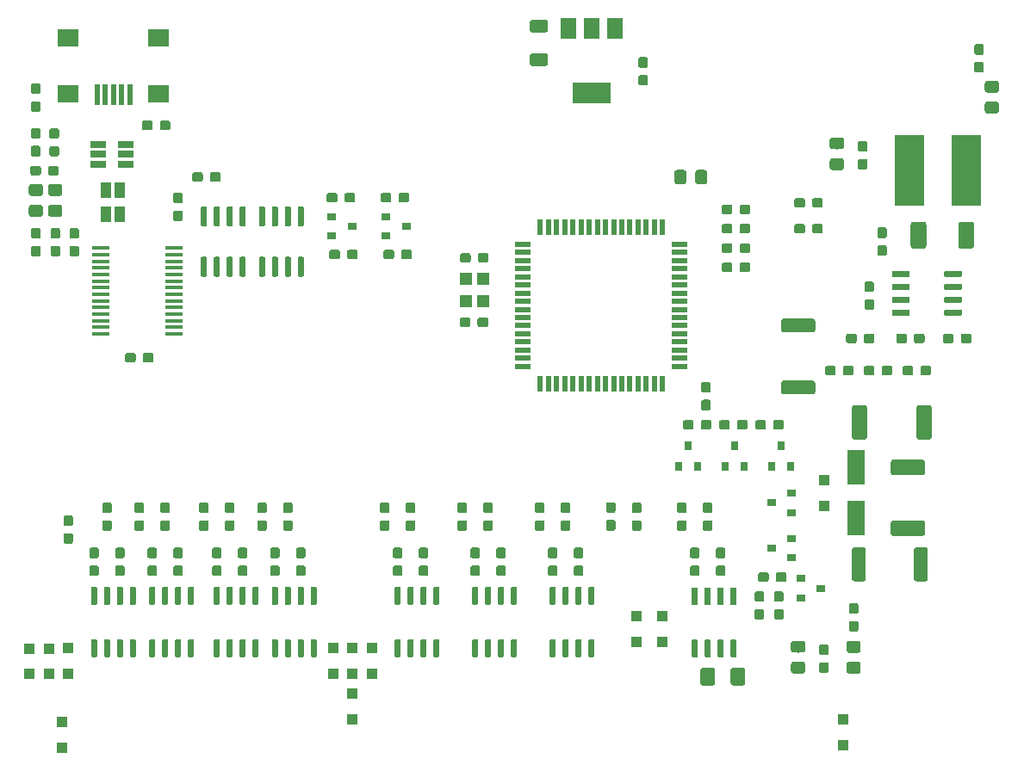
<source format=gbr>
G04 #@! TF.GenerationSoftware,KiCad,Pcbnew,(5.1.4)-1*
G04 #@! TF.CreationDate,2020-09-12T21:15:04+02:00*
G04 #@! TF.ProjectId,SBIO3,5342494f-332e-46b6-9963-61645f706362,rev?*
G04 #@! TF.SameCoordinates,Original*
G04 #@! TF.FileFunction,Paste,Top*
G04 #@! TF.FilePolarity,Positive*
%FSLAX46Y46*%
G04 Gerber Fmt 4.6, Leading zero omitted, Abs format (unit mm)*
G04 Created by KiCad (PCBNEW (5.1.4)-1) date 2020-09-12 21:15:04*
%MOMM*%
%LPD*%
G04 APERTURE LIST*
%ADD10R,1.800000X3.500000*%
%ADD11C,0.100000*%
%ADD12C,0.950000*%
%ADD13C,1.150000*%
%ADD14R,2.000000X1.700000*%
%ADD15R,0.500000X2.000000*%
%ADD16R,3.000000X7.000000*%
%ADD17C,1.250000*%
%ADD18C,1.350000*%
%ADD19C,1.500000*%
%ADD20R,0.900000X0.800000*%
%ADD21C,1.525000*%
%ADD22C,0.600000*%
%ADD23C,1.425000*%
%ADD24R,1.000000X1.000000*%
%ADD25R,0.800000X0.900000*%
%ADD26R,1.750000X0.450000*%
%ADD27R,1.560000X0.650000*%
%ADD28R,1.500000X2.000000*%
%ADD29R,3.800000X2.000000*%
%ADD30R,1.000000X1.500000*%
%ADD31R,1.200000X1.300000*%
%ADD32R,1.500000X0.550000*%
%ADD33R,0.550000X1.500000*%
G04 APERTURE END LIST*
D10*
X157480000Y-98345000D03*
X157480000Y-93345000D03*
D11*
G36*
X154565779Y-110756144D02*
G01*
X154588834Y-110759563D01*
X154611443Y-110765227D01*
X154633387Y-110773079D01*
X154654457Y-110783044D01*
X154674448Y-110795026D01*
X154693168Y-110808910D01*
X154710438Y-110824562D01*
X154726090Y-110841832D01*
X154739974Y-110860552D01*
X154751956Y-110880543D01*
X154761921Y-110901613D01*
X154769773Y-110923557D01*
X154775437Y-110946166D01*
X154778856Y-110969221D01*
X154780000Y-110992500D01*
X154780000Y-111567500D01*
X154778856Y-111590779D01*
X154775437Y-111613834D01*
X154769773Y-111636443D01*
X154761921Y-111658387D01*
X154751956Y-111679457D01*
X154739974Y-111699448D01*
X154726090Y-111718168D01*
X154710438Y-111735438D01*
X154693168Y-111751090D01*
X154674448Y-111764974D01*
X154654457Y-111776956D01*
X154633387Y-111786921D01*
X154611443Y-111794773D01*
X154588834Y-111800437D01*
X154565779Y-111803856D01*
X154542500Y-111805000D01*
X154067500Y-111805000D01*
X154044221Y-111803856D01*
X154021166Y-111800437D01*
X153998557Y-111794773D01*
X153976613Y-111786921D01*
X153955543Y-111776956D01*
X153935552Y-111764974D01*
X153916832Y-111751090D01*
X153899562Y-111735438D01*
X153883910Y-111718168D01*
X153870026Y-111699448D01*
X153858044Y-111679457D01*
X153848079Y-111658387D01*
X153840227Y-111636443D01*
X153834563Y-111613834D01*
X153831144Y-111590779D01*
X153830000Y-111567500D01*
X153830000Y-110992500D01*
X153831144Y-110969221D01*
X153834563Y-110946166D01*
X153840227Y-110923557D01*
X153848079Y-110901613D01*
X153858044Y-110880543D01*
X153870026Y-110860552D01*
X153883910Y-110841832D01*
X153899562Y-110824562D01*
X153916832Y-110808910D01*
X153935552Y-110795026D01*
X153955543Y-110783044D01*
X153976613Y-110773079D01*
X153998557Y-110765227D01*
X154021166Y-110759563D01*
X154044221Y-110756144D01*
X154067500Y-110755000D01*
X154542500Y-110755000D01*
X154565779Y-110756144D01*
X154565779Y-110756144D01*
G37*
D12*
X154305000Y-111280000D03*
D11*
G36*
X154565779Y-112506144D02*
G01*
X154588834Y-112509563D01*
X154611443Y-112515227D01*
X154633387Y-112523079D01*
X154654457Y-112533044D01*
X154674448Y-112545026D01*
X154693168Y-112558910D01*
X154710438Y-112574562D01*
X154726090Y-112591832D01*
X154739974Y-112610552D01*
X154751956Y-112630543D01*
X154761921Y-112651613D01*
X154769773Y-112673557D01*
X154775437Y-112696166D01*
X154778856Y-112719221D01*
X154780000Y-112742500D01*
X154780000Y-113317500D01*
X154778856Y-113340779D01*
X154775437Y-113363834D01*
X154769773Y-113386443D01*
X154761921Y-113408387D01*
X154751956Y-113429457D01*
X154739974Y-113449448D01*
X154726090Y-113468168D01*
X154710438Y-113485438D01*
X154693168Y-113501090D01*
X154674448Y-113514974D01*
X154654457Y-113526956D01*
X154633387Y-113536921D01*
X154611443Y-113544773D01*
X154588834Y-113550437D01*
X154565779Y-113553856D01*
X154542500Y-113555000D01*
X154067500Y-113555000D01*
X154044221Y-113553856D01*
X154021166Y-113550437D01*
X153998557Y-113544773D01*
X153976613Y-113536921D01*
X153955543Y-113526956D01*
X153935552Y-113514974D01*
X153916832Y-113501090D01*
X153899562Y-113485438D01*
X153883910Y-113468168D01*
X153870026Y-113449448D01*
X153858044Y-113429457D01*
X153848079Y-113408387D01*
X153840227Y-113386443D01*
X153834563Y-113363834D01*
X153831144Y-113340779D01*
X153830000Y-113317500D01*
X153830000Y-112742500D01*
X153831144Y-112719221D01*
X153834563Y-112696166D01*
X153840227Y-112673557D01*
X153848079Y-112651613D01*
X153858044Y-112630543D01*
X153870026Y-112610552D01*
X153883910Y-112591832D01*
X153899562Y-112574562D01*
X153916832Y-112558910D01*
X153935552Y-112545026D01*
X153955543Y-112533044D01*
X153976613Y-112523079D01*
X153998557Y-112515227D01*
X154021166Y-112509563D01*
X154044221Y-112506144D01*
X154067500Y-112505000D01*
X154542500Y-112505000D01*
X154565779Y-112506144D01*
X154565779Y-112506144D01*
G37*
D12*
X154305000Y-113030000D03*
D11*
G36*
X152239505Y-112456204D02*
G01*
X152263773Y-112459804D01*
X152287572Y-112465765D01*
X152310671Y-112474030D01*
X152332850Y-112484520D01*
X152353893Y-112497132D01*
X152373599Y-112511747D01*
X152391777Y-112528223D01*
X152408253Y-112546401D01*
X152422868Y-112566107D01*
X152435480Y-112587150D01*
X152445970Y-112609329D01*
X152454235Y-112632428D01*
X152460196Y-112656227D01*
X152463796Y-112680495D01*
X152465000Y-112704999D01*
X152465000Y-113355001D01*
X152463796Y-113379505D01*
X152460196Y-113403773D01*
X152454235Y-113427572D01*
X152445970Y-113450671D01*
X152435480Y-113472850D01*
X152422868Y-113493893D01*
X152408253Y-113513599D01*
X152391777Y-113531777D01*
X152373599Y-113548253D01*
X152353893Y-113562868D01*
X152332850Y-113575480D01*
X152310671Y-113585970D01*
X152287572Y-113594235D01*
X152263773Y-113600196D01*
X152239505Y-113603796D01*
X152215001Y-113605000D01*
X151314999Y-113605000D01*
X151290495Y-113603796D01*
X151266227Y-113600196D01*
X151242428Y-113594235D01*
X151219329Y-113585970D01*
X151197150Y-113575480D01*
X151176107Y-113562868D01*
X151156401Y-113548253D01*
X151138223Y-113531777D01*
X151121747Y-113513599D01*
X151107132Y-113493893D01*
X151094520Y-113472850D01*
X151084030Y-113450671D01*
X151075765Y-113427572D01*
X151069804Y-113403773D01*
X151066204Y-113379505D01*
X151065000Y-113355001D01*
X151065000Y-112704999D01*
X151066204Y-112680495D01*
X151069804Y-112656227D01*
X151075765Y-112632428D01*
X151084030Y-112609329D01*
X151094520Y-112587150D01*
X151107132Y-112566107D01*
X151121747Y-112546401D01*
X151138223Y-112528223D01*
X151156401Y-112511747D01*
X151176107Y-112497132D01*
X151197150Y-112484520D01*
X151219329Y-112474030D01*
X151242428Y-112465765D01*
X151266227Y-112459804D01*
X151290495Y-112456204D01*
X151314999Y-112455000D01*
X152215001Y-112455000D01*
X152239505Y-112456204D01*
X152239505Y-112456204D01*
G37*
D13*
X151765000Y-113030000D03*
D11*
G36*
X152239505Y-110406204D02*
G01*
X152263773Y-110409804D01*
X152287572Y-110415765D01*
X152310671Y-110424030D01*
X152332850Y-110434520D01*
X152353893Y-110447132D01*
X152373599Y-110461747D01*
X152391777Y-110478223D01*
X152408253Y-110496401D01*
X152422868Y-110516107D01*
X152435480Y-110537150D01*
X152445970Y-110559329D01*
X152454235Y-110582428D01*
X152460196Y-110606227D01*
X152463796Y-110630495D01*
X152465000Y-110654999D01*
X152465000Y-111305001D01*
X152463796Y-111329505D01*
X152460196Y-111353773D01*
X152454235Y-111377572D01*
X152445970Y-111400671D01*
X152435480Y-111422850D01*
X152422868Y-111443893D01*
X152408253Y-111463599D01*
X152391777Y-111481777D01*
X152373599Y-111498253D01*
X152353893Y-111512868D01*
X152332850Y-111525480D01*
X152310671Y-111535970D01*
X152287572Y-111544235D01*
X152263773Y-111550196D01*
X152239505Y-111553796D01*
X152215001Y-111555000D01*
X151314999Y-111555000D01*
X151290495Y-111553796D01*
X151266227Y-111550196D01*
X151242428Y-111544235D01*
X151219329Y-111535970D01*
X151197150Y-111525480D01*
X151176107Y-111512868D01*
X151156401Y-111498253D01*
X151138223Y-111481777D01*
X151121747Y-111463599D01*
X151107132Y-111443893D01*
X151094520Y-111422850D01*
X151084030Y-111400671D01*
X151075765Y-111377572D01*
X151069804Y-111353773D01*
X151066204Y-111329505D01*
X151065000Y-111305001D01*
X151065000Y-110654999D01*
X151066204Y-110630495D01*
X151069804Y-110606227D01*
X151075765Y-110582428D01*
X151084030Y-110559329D01*
X151094520Y-110537150D01*
X151107132Y-110516107D01*
X151121747Y-110496401D01*
X151138223Y-110478223D01*
X151156401Y-110461747D01*
X151176107Y-110447132D01*
X151197150Y-110434520D01*
X151219329Y-110424030D01*
X151242428Y-110415765D01*
X151266227Y-110409804D01*
X151290495Y-110406204D01*
X151314999Y-110405000D01*
X152215001Y-110405000D01*
X152239505Y-110406204D01*
X152239505Y-110406204D01*
G37*
D13*
X151765000Y-110980000D03*
D14*
X80000000Y-51115000D03*
X80000000Y-56565000D03*
X88900000Y-51115000D03*
X88900000Y-56565000D03*
D15*
X82850000Y-56665000D03*
X83650000Y-56665000D03*
X84450000Y-56665000D03*
X85250000Y-56665000D03*
X86050000Y-56665000D03*
D11*
G36*
X159010779Y-76791144D02*
G01*
X159033834Y-76794563D01*
X159056443Y-76800227D01*
X159078387Y-76808079D01*
X159099457Y-76818044D01*
X159119448Y-76830026D01*
X159138168Y-76843910D01*
X159155438Y-76859562D01*
X159171090Y-76876832D01*
X159184974Y-76895552D01*
X159196956Y-76915543D01*
X159206921Y-76936613D01*
X159214773Y-76958557D01*
X159220437Y-76981166D01*
X159223856Y-77004221D01*
X159225000Y-77027500D01*
X159225000Y-77602500D01*
X159223856Y-77625779D01*
X159220437Y-77648834D01*
X159214773Y-77671443D01*
X159206921Y-77693387D01*
X159196956Y-77714457D01*
X159184974Y-77734448D01*
X159171090Y-77753168D01*
X159155438Y-77770438D01*
X159138168Y-77786090D01*
X159119448Y-77799974D01*
X159099457Y-77811956D01*
X159078387Y-77821921D01*
X159056443Y-77829773D01*
X159033834Y-77835437D01*
X159010779Y-77838856D01*
X158987500Y-77840000D01*
X158512500Y-77840000D01*
X158489221Y-77838856D01*
X158466166Y-77835437D01*
X158443557Y-77829773D01*
X158421613Y-77821921D01*
X158400543Y-77811956D01*
X158380552Y-77799974D01*
X158361832Y-77786090D01*
X158344562Y-77770438D01*
X158328910Y-77753168D01*
X158315026Y-77734448D01*
X158303044Y-77714457D01*
X158293079Y-77693387D01*
X158285227Y-77671443D01*
X158279563Y-77648834D01*
X158276144Y-77625779D01*
X158275000Y-77602500D01*
X158275000Y-77027500D01*
X158276144Y-77004221D01*
X158279563Y-76981166D01*
X158285227Y-76958557D01*
X158293079Y-76936613D01*
X158303044Y-76915543D01*
X158315026Y-76895552D01*
X158328910Y-76876832D01*
X158344562Y-76859562D01*
X158361832Y-76843910D01*
X158380552Y-76830026D01*
X158400543Y-76818044D01*
X158421613Y-76808079D01*
X158443557Y-76800227D01*
X158466166Y-76794563D01*
X158489221Y-76791144D01*
X158512500Y-76790000D01*
X158987500Y-76790000D01*
X159010779Y-76791144D01*
X159010779Y-76791144D01*
G37*
D12*
X158750000Y-77315000D03*
D11*
G36*
X159010779Y-75041144D02*
G01*
X159033834Y-75044563D01*
X159056443Y-75050227D01*
X159078387Y-75058079D01*
X159099457Y-75068044D01*
X159119448Y-75080026D01*
X159138168Y-75093910D01*
X159155438Y-75109562D01*
X159171090Y-75126832D01*
X159184974Y-75145552D01*
X159196956Y-75165543D01*
X159206921Y-75186613D01*
X159214773Y-75208557D01*
X159220437Y-75231166D01*
X159223856Y-75254221D01*
X159225000Y-75277500D01*
X159225000Y-75852500D01*
X159223856Y-75875779D01*
X159220437Y-75898834D01*
X159214773Y-75921443D01*
X159206921Y-75943387D01*
X159196956Y-75964457D01*
X159184974Y-75984448D01*
X159171090Y-76003168D01*
X159155438Y-76020438D01*
X159138168Y-76036090D01*
X159119448Y-76049974D01*
X159099457Y-76061956D01*
X159078387Y-76071921D01*
X159056443Y-76079773D01*
X159033834Y-76085437D01*
X159010779Y-76088856D01*
X158987500Y-76090000D01*
X158512500Y-76090000D01*
X158489221Y-76088856D01*
X158466166Y-76085437D01*
X158443557Y-76079773D01*
X158421613Y-76071921D01*
X158400543Y-76061956D01*
X158380552Y-76049974D01*
X158361832Y-76036090D01*
X158344562Y-76020438D01*
X158328910Y-76003168D01*
X158315026Y-75984448D01*
X158303044Y-75964457D01*
X158293079Y-75943387D01*
X158285227Y-75921443D01*
X158279563Y-75898834D01*
X158276144Y-75875779D01*
X158275000Y-75852500D01*
X158275000Y-75277500D01*
X158276144Y-75254221D01*
X158279563Y-75231166D01*
X158285227Y-75208557D01*
X158293079Y-75186613D01*
X158303044Y-75165543D01*
X158315026Y-75145552D01*
X158328910Y-75126832D01*
X158344562Y-75109562D01*
X158361832Y-75093910D01*
X158380552Y-75080026D01*
X158400543Y-75068044D01*
X158421613Y-75058079D01*
X158443557Y-75050227D01*
X158466166Y-75044563D01*
X158489221Y-75041144D01*
X158512500Y-75040000D01*
X158987500Y-75040000D01*
X159010779Y-75041144D01*
X159010779Y-75041144D01*
G37*
D12*
X158750000Y-75565000D03*
D16*
X168275000Y-64135000D03*
X162687000Y-64135000D03*
D11*
G36*
X126929504Y-49290204D02*
G01*
X126953773Y-49293804D01*
X126977571Y-49299765D01*
X127000671Y-49308030D01*
X127022849Y-49318520D01*
X127043893Y-49331133D01*
X127063598Y-49345747D01*
X127081777Y-49362223D01*
X127098253Y-49380402D01*
X127112867Y-49400107D01*
X127125480Y-49421151D01*
X127135970Y-49443329D01*
X127144235Y-49466429D01*
X127150196Y-49490227D01*
X127153796Y-49514496D01*
X127155000Y-49539000D01*
X127155000Y-50289000D01*
X127153796Y-50313504D01*
X127150196Y-50337773D01*
X127144235Y-50361571D01*
X127135970Y-50384671D01*
X127125480Y-50406849D01*
X127112867Y-50427893D01*
X127098253Y-50447598D01*
X127081777Y-50465777D01*
X127063598Y-50482253D01*
X127043893Y-50496867D01*
X127022849Y-50509480D01*
X127000671Y-50519970D01*
X126977571Y-50528235D01*
X126953773Y-50534196D01*
X126929504Y-50537796D01*
X126905000Y-50539000D01*
X125655000Y-50539000D01*
X125630496Y-50537796D01*
X125606227Y-50534196D01*
X125582429Y-50528235D01*
X125559329Y-50519970D01*
X125537151Y-50509480D01*
X125516107Y-50496867D01*
X125496402Y-50482253D01*
X125478223Y-50465777D01*
X125461747Y-50447598D01*
X125447133Y-50427893D01*
X125434520Y-50406849D01*
X125424030Y-50384671D01*
X125415765Y-50361571D01*
X125409804Y-50337773D01*
X125406204Y-50313504D01*
X125405000Y-50289000D01*
X125405000Y-49539000D01*
X125406204Y-49514496D01*
X125409804Y-49490227D01*
X125415765Y-49466429D01*
X125424030Y-49443329D01*
X125434520Y-49421151D01*
X125447133Y-49400107D01*
X125461747Y-49380402D01*
X125478223Y-49362223D01*
X125496402Y-49345747D01*
X125516107Y-49331133D01*
X125537151Y-49318520D01*
X125559329Y-49308030D01*
X125582429Y-49299765D01*
X125606227Y-49293804D01*
X125630496Y-49290204D01*
X125655000Y-49289000D01*
X126905000Y-49289000D01*
X126929504Y-49290204D01*
X126929504Y-49290204D01*
G37*
D17*
X126280000Y-49914000D03*
D11*
G36*
X126929504Y-52592204D02*
G01*
X126953773Y-52595804D01*
X126977571Y-52601765D01*
X127000671Y-52610030D01*
X127022849Y-52620520D01*
X127043893Y-52633133D01*
X127063598Y-52647747D01*
X127081777Y-52664223D01*
X127098253Y-52682402D01*
X127112867Y-52702107D01*
X127125480Y-52723151D01*
X127135970Y-52745329D01*
X127144235Y-52768429D01*
X127150196Y-52792227D01*
X127153796Y-52816496D01*
X127155000Y-52841000D01*
X127155000Y-53591000D01*
X127153796Y-53615504D01*
X127150196Y-53639773D01*
X127144235Y-53663571D01*
X127135970Y-53686671D01*
X127125480Y-53708849D01*
X127112867Y-53729893D01*
X127098253Y-53749598D01*
X127081777Y-53767777D01*
X127063598Y-53784253D01*
X127043893Y-53798867D01*
X127022849Y-53811480D01*
X127000671Y-53821970D01*
X126977571Y-53830235D01*
X126953773Y-53836196D01*
X126929504Y-53839796D01*
X126905000Y-53841000D01*
X125655000Y-53841000D01*
X125630496Y-53839796D01*
X125606227Y-53836196D01*
X125582429Y-53830235D01*
X125559329Y-53821970D01*
X125537151Y-53811480D01*
X125516107Y-53798867D01*
X125496402Y-53784253D01*
X125478223Y-53767777D01*
X125461747Y-53749598D01*
X125447133Y-53729893D01*
X125434520Y-53708849D01*
X125424030Y-53686671D01*
X125415765Y-53663571D01*
X125409804Y-53639773D01*
X125406204Y-53615504D01*
X125405000Y-53591000D01*
X125405000Y-52841000D01*
X125406204Y-52816496D01*
X125409804Y-52792227D01*
X125415765Y-52768429D01*
X125424030Y-52745329D01*
X125434520Y-52723151D01*
X125447133Y-52702107D01*
X125461747Y-52682402D01*
X125478223Y-52664223D01*
X125496402Y-52647747D01*
X125516107Y-52633133D01*
X125537151Y-52620520D01*
X125559329Y-52610030D01*
X125582429Y-52601765D01*
X125606227Y-52595804D01*
X125630496Y-52592204D01*
X125655000Y-52591000D01*
X126905000Y-52591000D01*
X126929504Y-52592204D01*
X126929504Y-52592204D01*
G37*
D17*
X126280000Y-53216000D03*
D11*
G36*
X153214505Y-84797204D02*
G01*
X153238773Y-84800804D01*
X153262572Y-84806765D01*
X153285671Y-84815030D01*
X153307850Y-84825520D01*
X153328893Y-84838132D01*
X153348599Y-84852747D01*
X153366777Y-84869223D01*
X153383253Y-84887401D01*
X153397868Y-84907107D01*
X153410480Y-84928150D01*
X153420970Y-84950329D01*
X153429235Y-84973428D01*
X153435196Y-84997227D01*
X153438796Y-85021495D01*
X153440000Y-85045999D01*
X153440000Y-85896001D01*
X153438796Y-85920505D01*
X153435196Y-85944773D01*
X153429235Y-85968572D01*
X153420970Y-85991671D01*
X153410480Y-86013850D01*
X153397868Y-86034893D01*
X153383253Y-86054599D01*
X153366777Y-86072777D01*
X153348599Y-86089253D01*
X153328893Y-86103868D01*
X153307850Y-86116480D01*
X153285671Y-86126970D01*
X153262572Y-86135235D01*
X153238773Y-86141196D01*
X153214505Y-86144796D01*
X153190001Y-86146000D01*
X150339999Y-86146000D01*
X150315495Y-86144796D01*
X150291227Y-86141196D01*
X150267428Y-86135235D01*
X150244329Y-86126970D01*
X150222150Y-86116480D01*
X150201107Y-86103868D01*
X150181401Y-86089253D01*
X150163223Y-86072777D01*
X150146747Y-86054599D01*
X150132132Y-86034893D01*
X150119520Y-86013850D01*
X150109030Y-85991671D01*
X150100765Y-85968572D01*
X150094804Y-85944773D01*
X150091204Y-85920505D01*
X150090000Y-85896001D01*
X150090000Y-85045999D01*
X150091204Y-85021495D01*
X150094804Y-84997227D01*
X150100765Y-84973428D01*
X150109030Y-84950329D01*
X150119520Y-84928150D01*
X150132132Y-84907107D01*
X150146747Y-84887401D01*
X150163223Y-84869223D01*
X150181401Y-84852747D01*
X150201107Y-84838132D01*
X150222150Y-84825520D01*
X150244329Y-84815030D01*
X150267428Y-84806765D01*
X150291227Y-84800804D01*
X150315495Y-84797204D01*
X150339999Y-84796000D01*
X153190001Y-84796000D01*
X153214505Y-84797204D01*
X153214505Y-84797204D01*
G37*
D18*
X151765000Y-85471000D03*
D11*
G36*
X153214505Y-78701204D02*
G01*
X153238773Y-78704804D01*
X153262572Y-78710765D01*
X153285671Y-78719030D01*
X153307850Y-78729520D01*
X153328893Y-78742132D01*
X153348599Y-78756747D01*
X153366777Y-78773223D01*
X153383253Y-78791401D01*
X153397868Y-78811107D01*
X153410480Y-78832150D01*
X153420970Y-78854329D01*
X153429235Y-78877428D01*
X153435196Y-78901227D01*
X153438796Y-78925495D01*
X153440000Y-78949999D01*
X153440000Y-79800001D01*
X153438796Y-79824505D01*
X153435196Y-79848773D01*
X153429235Y-79872572D01*
X153420970Y-79895671D01*
X153410480Y-79917850D01*
X153397868Y-79938893D01*
X153383253Y-79958599D01*
X153366777Y-79976777D01*
X153348599Y-79993253D01*
X153328893Y-80007868D01*
X153307850Y-80020480D01*
X153285671Y-80030970D01*
X153262572Y-80039235D01*
X153238773Y-80045196D01*
X153214505Y-80048796D01*
X153190001Y-80050000D01*
X150339999Y-80050000D01*
X150315495Y-80048796D01*
X150291227Y-80045196D01*
X150267428Y-80039235D01*
X150244329Y-80030970D01*
X150222150Y-80020480D01*
X150201107Y-80007868D01*
X150181401Y-79993253D01*
X150163223Y-79976777D01*
X150146747Y-79958599D01*
X150132132Y-79938893D01*
X150119520Y-79917850D01*
X150109030Y-79895671D01*
X150100765Y-79872572D01*
X150094804Y-79848773D01*
X150091204Y-79824505D01*
X150090000Y-79800001D01*
X150090000Y-78949999D01*
X150091204Y-78925495D01*
X150094804Y-78901227D01*
X150100765Y-78877428D01*
X150109030Y-78854329D01*
X150119520Y-78832150D01*
X150132132Y-78811107D01*
X150146747Y-78791401D01*
X150163223Y-78773223D01*
X150181401Y-78756747D01*
X150201107Y-78742132D01*
X150222150Y-78729520D01*
X150244329Y-78719030D01*
X150267428Y-78710765D01*
X150291227Y-78704804D01*
X150315495Y-78701204D01*
X150339999Y-78700000D01*
X153190001Y-78700000D01*
X153214505Y-78701204D01*
X153214505Y-78701204D01*
G37*
D18*
X151765000Y-79375000D03*
D11*
G36*
X158183505Y-101196204D02*
G01*
X158207773Y-101199804D01*
X158231572Y-101205765D01*
X158254671Y-101214030D01*
X158276850Y-101224520D01*
X158297893Y-101237132D01*
X158317599Y-101251747D01*
X158335777Y-101268223D01*
X158352253Y-101286401D01*
X158366868Y-101306107D01*
X158379480Y-101327150D01*
X158389970Y-101349329D01*
X158398235Y-101372428D01*
X158404196Y-101396227D01*
X158407796Y-101420495D01*
X158409000Y-101444999D01*
X158409000Y-104295001D01*
X158407796Y-104319505D01*
X158404196Y-104343773D01*
X158398235Y-104367572D01*
X158389970Y-104390671D01*
X158379480Y-104412850D01*
X158366868Y-104433893D01*
X158352253Y-104453599D01*
X158335777Y-104471777D01*
X158317599Y-104488253D01*
X158297893Y-104502868D01*
X158276850Y-104515480D01*
X158254671Y-104525970D01*
X158231572Y-104534235D01*
X158207773Y-104540196D01*
X158183505Y-104543796D01*
X158159001Y-104545000D01*
X157308999Y-104545000D01*
X157284495Y-104543796D01*
X157260227Y-104540196D01*
X157236428Y-104534235D01*
X157213329Y-104525970D01*
X157191150Y-104515480D01*
X157170107Y-104502868D01*
X157150401Y-104488253D01*
X157132223Y-104471777D01*
X157115747Y-104453599D01*
X157101132Y-104433893D01*
X157088520Y-104412850D01*
X157078030Y-104390671D01*
X157069765Y-104367572D01*
X157063804Y-104343773D01*
X157060204Y-104319505D01*
X157059000Y-104295001D01*
X157059000Y-101444999D01*
X157060204Y-101420495D01*
X157063804Y-101396227D01*
X157069765Y-101372428D01*
X157078030Y-101349329D01*
X157088520Y-101327150D01*
X157101132Y-101306107D01*
X157115747Y-101286401D01*
X157132223Y-101268223D01*
X157150401Y-101251747D01*
X157170107Y-101237132D01*
X157191150Y-101224520D01*
X157213329Y-101214030D01*
X157236428Y-101205765D01*
X157260227Y-101199804D01*
X157284495Y-101196204D01*
X157308999Y-101195000D01*
X158159001Y-101195000D01*
X158183505Y-101196204D01*
X158183505Y-101196204D01*
G37*
D18*
X157734000Y-102870000D03*
D11*
G36*
X164279505Y-101196204D02*
G01*
X164303773Y-101199804D01*
X164327572Y-101205765D01*
X164350671Y-101214030D01*
X164372850Y-101224520D01*
X164393893Y-101237132D01*
X164413599Y-101251747D01*
X164431777Y-101268223D01*
X164448253Y-101286401D01*
X164462868Y-101306107D01*
X164475480Y-101327150D01*
X164485970Y-101349329D01*
X164494235Y-101372428D01*
X164500196Y-101396227D01*
X164503796Y-101420495D01*
X164505000Y-101444999D01*
X164505000Y-104295001D01*
X164503796Y-104319505D01*
X164500196Y-104343773D01*
X164494235Y-104367572D01*
X164485970Y-104390671D01*
X164475480Y-104412850D01*
X164462868Y-104433893D01*
X164448253Y-104453599D01*
X164431777Y-104471777D01*
X164413599Y-104488253D01*
X164393893Y-104502868D01*
X164372850Y-104515480D01*
X164350671Y-104525970D01*
X164327572Y-104534235D01*
X164303773Y-104540196D01*
X164279505Y-104543796D01*
X164255001Y-104545000D01*
X163404999Y-104545000D01*
X163380495Y-104543796D01*
X163356227Y-104540196D01*
X163332428Y-104534235D01*
X163309329Y-104525970D01*
X163287150Y-104515480D01*
X163266107Y-104502868D01*
X163246401Y-104488253D01*
X163228223Y-104471777D01*
X163211747Y-104453599D01*
X163197132Y-104433893D01*
X163184520Y-104412850D01*
X163174030Y-104390671D01*
X163165765Y-104367572D01*
X163159804Y-104343773D01*
X163156204Y-104319505D01*
X163155000Y-104295001D01*
X163155000Y-101444999D01*
X163156204Y-101420495D01*
X163159804Y-101396227D01*
X163165765Y-101372428D01*
X163174030Y-101349329D01*
X163184520Y-101327150D01*
X163197132Y-101306107D01*
X163211747Y-101286401D01*
X163228223Y-101268223D01*
X163246401Y-101251747D01*
X163266107Y-101237132D01*
X163287150Y-101224520D01*
X163309329Y-101214030D01*
X163332428Y-101205765D01*
X163356227Y-101199804D01*
X163380495Y-101196204D01*
X163404999Y-101195000D01*
X164255001Y-101195000D01*
X164279505Y-101196204D01*
X164279505Y-101196204D01*
G37*
D18*
X163830000Y-102870000D03*
D11*
G36*
X158328612Y-87226185D02*
G01*
X158352492Y-87229727D01*
X158375910Y-87235593D01*
X158398640Y-87243726D01*
X158420464Y-87254047D01*
X158441170Y-87266458D01*
X158460561Y-87280839D01*
X158478448Y-87297052D01*
X158494661Y-87314939D01*
X158509042Y-87334330D01*
X158521453Y-87355036D01*
X158531774Y-87376860D01*
X158539907Y-87399590D01*
X158545773Y-87423008D01*
X158549315Y-87446888D01*
X158550500Y-87471000D01*
X158550500Y-90329000D01*
X158549315Y-90353112D01*
X158545773Y-90376992D01*
X158539907Y-90400410D01*
X158531774Y-90423140D01*
X158521453Y-90444964D01*
X158509042Y-90465670D01*
X158494661Y-90485061D01*
X158478448Y-90502948D01*
X158460561Y-90519161D01*
X158441170Y-90533542D01*
X158420464Y-90545953D01*
X158398640Y-90556274D01*
X158375910Y-90564407D01*
X158352492Y-90570273D01*
X158328612Y-90573815D01*
X158304500Y-90575000D01*
X157296500Y-90575000D01*
X157272388Y-90573815D01*
X157248508Y-90570273D01*
X157225090Y-90564407D01*
X157202360Y-90556274D01*
X157180536Y-90545953D01*
X157159830Y-90533542D01*
X157140439Y-90519161D01*
X157122552Y-90502948D01*
X157106339Y-90485061D01*
X157091958Y-90465670D01*
X157079547Y-90444964D01*
X157069226Y-90423140D01*
X157061093Y-90400410D01*
X157055227Y-90376992D01*
X157051685Y-90353112D01*
X157050500Y-90329000D01*
X157050500Y-87471000D01*
X157051685Y-87446888D01*
X157055227Y-87423008D01*
X157061093Y-87399590D01*
X157069226Y-87376860D01*
X157079547Y-87355036D01*
X157091958Y-87334330D01*
X157106339Y-87314939D01*
X157122552Y-87297052D01*
X157140439Y-87280839D01*
X157159830Y-87266458D01*
X157180536Y-87254047D01*
X157202360Y-87243726D01*
X157225090Y-87235593D01*
X157248508Y-87229727D01*
X157272388Y-87226185D01*
X157296500Y-87225000D01*
X158304500Y-87225000D01*
X158328612Y-87226185D01*
X158328612Y-87226185D01*
G37*
D19*
X157800500Y-88900000D03*
D11*
G36*
X164678612Y-87226185D02*
G01*
X164702492Y-87229727D01*
X164725910Y-87235593D01*
X164748640Y-87243726D01*
X164770464Y-87254047D01*
X164791170Y-87266458D01*
X164810561Y-87280839D01*
X164828448Y-87297052D01*
X164844661Y-87314939D01*
X164859042Y-87334330D01*
X164871453Y-87355036D01*
X164881774Y-87376860D01*
X164889907Y-87399590D01*
X164895773Y-87423008D01*
X164899315Y-87446888D01*
X164900500Y-87471000D01*
X164900500Y-90329000D01*
X164899315Y-90353112D01*
X164895773Y-90376992D01*
X164889907Y-90400410D01*
X164881774Y-90423140D01*
X164871453Y-90444964D01*
X164859042Y-90465670D01*
X164844661Y-90485061D01*
X164828448Y-90502948D01*
X164810561Y-90519161D01*
X164791170Y-90533542D01*
X164770464Y-90545953D01*
X164748640Y-90556274D01*
X164725910Y-90564407D01*
X164702492Y-90570273D01*
X164678612Y-90573815D01*
X164654500Y-90575000D01*
X163646500Y-90575000D01*
X163622388Y-90573815D01*
X163598508Y-90570273D01*
X163575090Y-90564407D01*
X163552360Y-90556274D01*
X163530536Y-90545953D01*
X163509830Y-90533542D01*
X163490439Y-90519161D01*
X163472552Y-90502948D01*
X163456339Y-90485061D01*
X163441958Y-90465670D01*
X163429547Y-90444964D01*
X163419226Y-90423140D01*
X163411093Y-90400410D01*
X163405227Y-90376992D01*
X163401685Y-90353112D01*
X163400500Y-90329000D01*
X163400500Y-87471000D01*
X163401685Y-87446888D01*
X163405227Y-87423008D01*
X163411093Y-87399590D01*
X163419226Y-87376860D01*
X163429547Y-87355036D01*
X163441958Y-87334330D01*
X163456339Y-87314939D01*
X163472552Y-87297052D01*
X163490439Y-87280839D01*
X163509830Y-87266458D01*
X163530536Y-87254047D01*
X163552360Y-87243726D01*
X163575090Y-87235593D01*
X163598508Y-87229727D01*
X163622388Y-87226185D01*
X163646500Y-87225000D01*
X164654500Y-87225000D01*
X164678612Y-87226185D01*
X164678612Y-87226185D01*
G37*
D19*
X164150500Y-88900000D03*
D20*
X107934000Y-69596000D03*
X105934000Y-70546000D03*
X105934000Y-68646000D03*
X113268000Y-69596000D03*
X111268000Y-70546000D03*
X111268000Y-68646000D03*
D11*
G36*
X157486779Y-106692144D02*
G01*
X157509834Y-106695563D01*
X157532443Y-106701227D01*
X157554387Y-106709079D01*
X157575457Y-106719044D01*
X157595448Y-106731026D01*
X157614168Y-106744910D01*
X157631438Y-106760562D01*
X157647090Y-106777832D01*
X157660974Y-106796552D01*
X157672956Y-106816543D01*
X157682921Y-106837613D01*
X157690773Y-106859557D01*
X157696437Y-106882166D01*
X157699856Y-106905221D01*
X157701000Y-106928500D01*
X157701000Y-107503500D01*
X157699856Y-107526779D01*
X157696437Y-107549834D01*
X157690773Y-107572443D01*
X157682921Y-107594387D01*
X157672956Y-107615457D01*
X157660974Y-107635448D01*
X157647090Y-107654168D01*
X157631438Y-107671438D01*
X157614168Y-107687090D01*
X157595448Y-107700974D01*
X157575457Y-107712956D01*
X157554387Y-107722921D01*
X157532443Y-107730773D01*
X157509834Y-107736437D01*
X157486779Y-107739856D01*
X157463500Y-107741000D01*
X156988500Y-107741000D01*
X156965221Y-107739856D01*
X156942166Y-107736437D01*
X156919557Y-107730773D01*
X156897613Y-107722921D01*
X156876543Y-107712956D01*
X156856552Y-107700974D01*
X156837832Y-107687090D01*
X156820562Y-107671438D01*
X156804910Y-107654168D01*
X156791026Y-107635448D01*
X156779044Y-107615457D01*
X156769079Y-107594387D01*
X156761227Y-107572443D01*
X156755563Y-107549834D01*
X156752144Y-107526779D01*
X156751000Y-107503500D01*
X156751000Y-106928500D01*
X156752144Y-106905221D01*
X156755563Y-106882166D01*
X156761227Y-106859557D01*
X156769079Y-106837613D01*
X156779044Y-106816543D01*
X156791026Y-106796552D01*
X156804910Y-106777832D01*
X156820562Y-106760562D01*
X156837832Y-106744910D01*
X156856552Y-106731026D01*
X156876543Y-106719044D01*
X156897613Y-106709079D01*
X156919557Y-106701227D01*
X156942166Y-106695563D01*
X156965221Y-106692144D01*
X156988500Y-106691000D01*
X157463500Y-106691000D01*
X157486779Y-106692144D01*
X157486779Y-106692144D01*
G37*
D12*
X157226000Y-107216000D03*
D11*
G36*
X157486779Y-108442144D02*
G01*
X157509834Y-108445563D01*
X157532443Y-108451227D01*
X157554387Y-108459079D01*
X157575457Y-108469044D01*
X157595448Y-108481026D01*
X157614168Y-108494910D01*
X157631438Y-108510562D01*
X157647090Y-108527832D01*
X157660974Y-108546552D01*
X157672956Y-108566543D01*
X157682921Y-108587613D01*
X157690773Y-108609557D01*
X157696437Y-108632166D01*
X157699856Y-108655221D01*
X157701000Y-108678500D01*
X157701000Y-109253500D01*
X157699856Y-109276779D01*
X157696437Y-109299834D01*
X157690773Y-109322443D01*
X157682921Y-109344387D01*
X157672956Y-109365457D01*
X157660974Y-109385448D01*
X157647090Y-109404168D01*
X157631438Y-109421438D01*
X157614168Y-109437090D01*
X157595448Y-109450974D01*
X157575457Y-109462956D01*
X157554387Y-109472921D01*
X157532443Y-109480773D01*
X157509834Y-109486437D01*
X157486779Y-109489856D01*
X157463500Y-109491000D01*
X156988500Y-109491000D01*
X156965221Y-109489856D01*
X156942166Y-109486437D01*
X156919557Y-109480773D01*
X156897613Y-109472921D01*
X156876543Y-109462956D01*
X156856552Y-109450974D01*
X156837832Y-109437090D01*
X156820562Y-109421438D01*
X156804910Y-109404168D01*
X156791026Y-109385448D01*
X156779044Y-109365457D01*
X156769079Y-109344387D01*
X156761227Y-109322443D01*
X156755563Y-109299834D01*
X156752144Y-109276779D01*
X156751000Y-109253500D01*
X156751000Y-108678500D01*
X156752144Y-108655221D01*
X156755563Y-108632166D01*
X156761227Y-108609557D01*
X156769079Y-108587613D01*
X156779044Y-108566543D01*
X156791026Y-108546552D01*
X156804910Y-108527832D01*
X156820562Y-108510562D01*
X156837832Y-108494910D01*
X156856552Y-108481026D01*
X156876543Y-108469044D01*
X156897613Y-108459079D01*
X156919557Y-108451227D01*
X156942166Y-108445563D01*
X156965221Y-108442144D01*
X156988500Y-108441000D01*
X157463500Y-108441000D01*
X157486779Y-108442144D01*
X157486779Y-108442144D01*
G37*
D12*
X157226000Y-108966000D03*
D11*
G36*
X164009505Y-92583704D02*
G01*
X164033773Y-92587304D01*
X164057572Y-92593265D01*
X164080671Y-92601530D01*
X164102850Y-92612020D01*
X164123893Y-92624632D01*
X164143599Y-92639247D01*
X164161777Y-92655723D01*
X164178253Y-92673901D01*
X164192868Y-92693607D01*
X164205480Y-92714650D01*
X164215970Y-92736829D01*
X164224235Y-92759928D01*
X164230196Y-92783727D01*
X164233796Y-92807995D01*
X164235000Y-92832499D01*
X164235000Y-93857501D01*
X164233796Y-93882005D01*
X164230196Y-93906273D01*
X164224235Y-93930072D01*
X164215970Y-93953171D01*
X164205480Y-93975350D01*
X164192868Y-93996393D01*
X164178253Y-94016099D01*
X164161777Y-94034277D01*
X164143599Y-94050753D01*
X164123893Y-94065368D01*
X164102850Y-94077980D01*
X164080671Y-94088470D01*
X164057572Y-94096735D01*
X164033773Y-94102696D01*
X164009505Y-94106296D01*
X163985001Y-94107500D01*
X161134999Y-94107500D01*
X161110495Y-94106296D01*
X161086227Y-94102696D01*
X161062428Y-94096735D01*
X161039329Y-94088470D01*
X161017150Y-94077980D01*
X160996107Y-94065368D01*
X160976401Y-94050753D01*
X160958223Y-94034277D01*
X160941747Y-94016099D01*
X160927132Y-93996393D01*
X160914520Y-93975350D01*
X160904030Y-93953171D01*
X160895765Y-93930072D01*
X160889804Y-93906273D01*
X160886204Y-93882005D01*
X160885000Y-93857501D01*
X160885000Y-92832499D01*
X160886204Y-92807995D01*
X160889804Y-92783727D01*
X160895765Y-92759928D01*
X160904030Y-92736829D01*
X160914520Y-92714650D01*
X160927132Y-92693607D01*
X160941747Y-92673901D01*
X160958223Y-92655723D01*
X160976401Y-92639247D01*
X160996107Y-92624632D01*
X161017150Y-92612020D01*
X161039329Y-92601530D01*
X161062428Y-92593265D01*
X161086227Y-92587304D01*
X161110495Y-92583704D01*
X161134999Y-92582500D01*
X163985001Y-92582500D01*
X164009505Y-92583704D01*
X164009505Y-92583704D01*
G37*
D21*
X162560000Y-93345000D03*
D11*
G36*
X164009505Y-98558704D02*
G01*
X164033773Y-98562304D01*
X164057572Y-98568265D01*
X164080671Y-98576530D01*
X164102850Y-98587020D01*
X164123893Y-98599632D01*
X164143599Y-98614247D01*
X164161777Y-98630723D01*
X164178253Y-98648901D01*
X164192868Y-98668607D01*
X164205480Y-98689650D01*
X164215970Y-98711829D01*
X164224235Y-98734928D01*
X164230196Y-98758727D01*
X164233796Y-98782995D01*
X164235000Y-98807499D01*
X164235000Y-99832501D01*
X164233796Y-99857005D01*
X164230196Y-99881273D01*
X164224235Y-99905072D01*
X164215970Y-99928171D01*
X164205480Y-99950350D01*
X164192868Y-99971393D01*
X164178253Y-99991099D01*
X164161777Y-100009277D01*
X164143599Y-100025753D01*
X164123893Y-100040368D01*
X164102850Y-100052980D01*
X164080671Y-100063470D01*
X164057572Y-100071735D01*
X164033773Y-100077696D01*
X164009505Y-100081296D01*
X163985001Y-100082500D01*
X161134999Y-100082500D01*
X161110495Y-100081296D01*
X161086227Y-100077696D01*
X161062428Y-100071735D01*
X161039329Y-100063470D01*
X161017150Y-100052980D01*
X160996107Y-100040368D01*
X160976401Y-100025753D01*
X160958223Y-100009277D01*
X160941747Y-99991099D01*
X160927132Y-99971393D01*
X160914520Y-99950350D01*
X160904030Y-99928171D01*
X160895765Y-99905072D01*
X160889804Y-99881273D01*
X160886204Y-99857005D01*
X160885000Y-99832501D01*
X160885000Y-98807499D01*
X160886204Y-98782995D01*
X160889804Y-98758727D01*
X160895765Y-98734928D01*
X160904030Y-98711829D01*
X160914520Y-98689650D01*
X160927132Y-98668607D01*
X160941747Y-98648901D01*
X160958223Y-98630723D01*
X160976401Y-98614247D01*
X160996107Y-98599632D01*
X161017150Y-98587020D01*
X161039329Y-98576530D01*
X161062428Y-98568265D01*
X161086227Y-98562304D01*
X161110495Y-98558704D01*
X161134999Y-98557500D01*
X163985001Y-98557500D01*
X164009505Y-98558704D01*
X164009505Y-98558704D01*
G37*
D21*
X162560000Y-99320000D03*
D11*
G36*
X169805779Y-53437144D02*
G01*
X169828834Y-53440563D01*
X169851443Y-53446227D01*
X169873387Y-53454079D01*
X169894457Y-53464044D01*
X169914448Y-53476026D01*
X169933168Y-53489910D01*
X169950438Y-53505562D01*
X169966090Y-53522832D01*
X169979974Y-53541552D01*
X169991956Y-53561543D01*
X170001921Y-53582613D01*
X170009773Y-53604557D01*
X170015437Y-53627166D01*
X170018856Y-53650221D01*
X170020000Y-53673500D01*
X170020000Y-54248500D01*
X170018856Y-54271779D01*
X170015437Y-54294834D01*
X170009773Y-54317443D01*
X170001921Y-54339387D01*
X169991956Y-54360457D01*
X169979974Y-54380448D01*
X169966090Y-54399168D01*
X169950438Y-54416438D01*
X169933168Y-54432090D01*
X169914448Y-54445974D01*
X169894457Y-54457956D01*
X169873387Y-54467921D01*
X169851443Y-54475773D01*
X169828834Y-54481437D01*
X169805779Y-54484856D01*
X169782500Y-54486000D01*
X169307500Y-54486000D01*
X169284221Y-54484856D01*
X169261166Y-54481437D01*
X169238557Y-54475773D01*
X169216613Y-54467921D01*
X169195543Y-54457956D01*
X169175552Y-54445974D01*
X169156832Y-54432090D01*
X169139562Y-54416438D01*
X169123910Y-54399168D01*
X169110026Y-54380448D01*
X169098044Y-54360457D01*
X169088079Y-54339387D01*
X169080227Y-54317443D01*
X169074563Y-54294834D01*
X169071144Y-54271779D01*
X169070000Y-54248500D01*
X169070000Y-53673500D01*
X169071144Y-53650221D01*
X169074563Y-53627166D01*
X169080227Y-53604557D01*
X169088079Y-53582613D01*
X169098044Y-53561543D01*
X169110026Y-53541552D01*
X169123910Y-53522832D01*
X169139562Y-53505562D01*
X169156832Y-53489910D01*
X169175552Y-53476026D01*
X169195543Y-53464044D01*
X169216613Y-53454079D01*
X169238557Y-53446227D01*
X169261166Y-53440563D01*
X169284221Y-53437144D01*
X169307500Y-53436000D01*
X169782500Y-53436000D01*
X169805779Y-53437144D01*
X169805779Y-53437144D01*
G37*
D12*
X169545000Y-53961000D03*
D11*
G36*
X169805779Y-51687144D02*
G01*
X169828834Y-51690563D01*
X169851443Y-51696227D01*
X169873387Y-51704079D01*
X169894457Y-51714044D01*
X169914448Y-51726026D01*
X169933168Y-51739910D01*
X169950438Y-51755562D01*
X169966090Y-51772832D01*
X169979974Y-51791552D01*
X169991956Y-51811543D01*
X170001921Y-51832613D01*
X170009773Y-51854557D01*
X170015437Y-51877166D01*
X170018856Y-51900221D01*
X170020000Y-51923500D01*
X170020000Y-52498500D01*
X170018856Y-52521779D01*
X170015437Y-52544834D01*
X170009773Y-52567443D01*
X170001921Y-52589387D01*
X169991956Y-52610457D01*
X169979974Y-52630448D01*
X169966090Y-52649168D01*
X169950438Y-52666438D01*
X169933168Y-52682090D01*
X169914448Y-52695974D01*
X169894457Y-52707956D01*
X169873387Y-52717921D01*
X169851443Y-52725773D01*
X169828834Y-52731437D01*
X169805779Y-52734856D01*
X169782500Y-52736000D01*
X169307500Y-52736000D01*
X169284221Y-52734856D01*
X169261166Y-52731437D01*
X169238557Y-52725773D01*
X169216613Y-52717921D01*
X169195543Y-52707956D01*
X169175552Y-52695974D01*
X169156832Y-52682090D01*
X169139562Y-52666438D01*
X169123910Y-52649168D01*
X169110026Y-52630448D01*
X169098044Y-52610457D01*
X169088079Y-52589387D01*
X169080227Y-52567443D01*
X169074563Y-52544834D01*
X169071144Y-52521779D01*
X169070000Y-52498500D01*
X169070000Y-51923500D01*
X169071144Y-51900221D01*
X169074563Y-51877166D01*
X169080227Y-51854557D01*
X169088079Y-51832613D01*
X169098044Y-51811543D01*
X169110026Y-51791552D01*
X169123910Y-51772832D01*
X169139562Y-51755562D01*
X169156832Y-51739910D01*
X169175552Y-51726026D01*
X169195543Y-51714044D01*
X169216613Y-51704079D01*
X169238557Y-51696227D01*
X169261166Y-51690563D01*
X169284221Y-51687144D01*
X169307500Y-51686000D01*
X169782500Y-51686000D01*
X169805779Y-51687144D01*
X169805779Y-51687144D01*
G37*
D12*
X169545000Y-52211000D03*
D11*
G36*
X171289505Y-55306204D02*
G01*
X171313773Y-55309804D01*
X171337572Y-55315765D01*
X171360671Y-55324030D01*
X171382850Y-55334520D01*
X171403893Y-55347132D01*
X171423599Y-55361747D01*
X171441777Y-55378223D01*
X171458253Y-55396401D01*
X171472868Y-55416107D01*
X171485480Y-55437150D01*
X171495970Y-55459329D01*
X171504235Y-55482428D01*
X171510196Y-55506227D01*
X171513796Y-55530495D01*
X171515000Y-55554999D01*
X171515000Y-56205001D01*
X171513796Y-56229505D01*
X171510196Y-56253773D01*
X171504235Y-56277572D01*
X171495970Y-56300671D01*
X171485480Y-56322850D01*
X171472868Y-56343893D01*
X171458253Y-56363599D01*
X171441777Y-56381777D01*
X171423599Y-56398253D01*
X171403893Y-56412868D01*
X171382850Y-56425480D01*
X171360671Y-56435970D01*
X171337572Y-56444235D01*
X171313773Y-56450196D01*
X171289505Y-56453796D01*
X171265001Y-56455000D01*
X170364999Y-56455000D01*
X170340495Y-56453796D01*
X170316227Y-56450196D01*
X170292428Y-56444235D01*
X170269329Y-56435970D01*
X170247150Y-56425480D01*
X170226107Y-56412868D01*
X170206401Y-56398253D01*
X170188223Y-56381777D01*
X170171747Y-56363599D01*
X170157132Y-56343893D01*
X170144520Y-56322850D01*
X170134030Y-56300671D01*
X170125765Y-56277572D01*
X170119804Y-56253773D01*
X170116204Y-56229505D01*
X170115000Y-56205001D01*
X170115000Y-55554999D01*
X170116204Y-55530495D01*
X170119804Y-55506227D01*
X170125765Y-55482428D01*
X170134030Y-55459329D01*
X170144520Y-55437150D01*
X170157132Y-55416107D01*
X170171747Y-55396401D01*
X170188223Y-55378223D01*
X170206401Y-55361747D01*
X170226107Y-55347132D01*
X170247150Y-55334520D01*
X170269329Y-55324030D01*
X170292428Y-55315765D01*
X170316227Y-55309804D01*
X170340495Y-55306204D01*
X170364999Y-55305000D01*
X171265001Y-55305000D01*
X171289505Y-55306204D01*
X171289505Y-55306204D01*
G37*
D13*
X170815000Y-55880000D03*
D11*
G36*
X171289505Y-57356204D02*
G01*
X171313773Y-57359804D01*
X171337572Y-57365765D01*
X171360671Y-57374030D01*
X171382850Y-57384520D01*
X171403893Y-57397132D01*
X171423599Y-57411747D01*
X171441777Y-57428223D01*
X171458253Y-57446401D01*
X171472868Y-57466107D01*
X171485480Y-57487150D01*
X171495970Y-57509329D01*
X171504235Y-57532428D01*
X171510196Y-57556227D01*
X171513796Y-57580495D01*
X171515000Y-57604999D01*
X171515000Y-58255001D01*
X171513796Y-58279505D01*
X171510196Y-58303773D01*
X171504235Y-58327572D01*
X171495970Y-58350671D01*
X171485480Y-58372850D01*
X171472868Y-58393893D01*
X171458253Y-58413599D01*
X171441777Y-58431777D01*
X171423599Y-58448253D01*
X171403893Y-58462868D01*
X171382850Y-58475480D01*
X171360671Y-58485970D01*
X171337572Y-58494235D01*
X171313773Y-58500196D01*
X171289505Y-58503796D01*
X171265001Y-58505000D01*
X170364999Y-58505000D01*
X170340495Y-58503796D01*
X170316227Y-58500196D01*
X170292428Y-58494235D01*
X170269329Y-58485970D01*
X170247150Y-58475480D01*
X170226107Y-58462868D01*
X170206401Y-58448253D01*
X170188223Y-58431777D01*
X170171747Y-58413599D01*
X170157132Y-58393893D01*
X170144520Y-58372850D01*
X170134030Y-58350671D01*
X170125765Y-58327572D01*
X170119804Y-58303773D01*
X170116204Y-58279505D01*
X170115000Y-58255001D01*
X170115000Y-57604999D01*
X170116204Y-57580495D01*
X170119804Y-57556227D01*
X170125765Y-57532428D01*
X170134030Y-57509329D01*
X170144520Y-57487150D01*
X170157132Y-57466107D01*
X170171747Y-57446401D01*
X170188223Y-57428223D01*
X170206401Y-57411747D01*
X170226107Y-57397132D01*
X170247150Y-57384520D01*
X170269329Y-57374030D01*
X170292428Y-57365765D01*
X170316227Y-57359804D01*
X170340495Y-57356204D01*
X170364999Y-57355000D01*
X171265001Y-57355000D01*
X171289505Y-57356204D01*
X171289505Y-57356204D01*
G37*
D13*
X170815000Y-57930000D03*
D11*
G36*
X167744703Y-73995722D02*
G01*
X167759264Y-73997882D01*
X167773543Y-74001459D01*
X167787403Y-74006418D01*
X167800710Y-74012712D01*
X167813336Y-74020280D01*
X167825159Y-74029048D01*
X167836066Y-74038934D01*
X167845952Y-74049841D01*
X167854720Y-74061664D01*
X167862288Y-74074290D01*
X167868582Y-74087597D01*
X167873541Y-74101457D01*
X167877118Y-74115736D01*
X167879278Y-74130297D01*
X167880000Y-74145000D01*
X167880000Y-74445000D01*
X167879278Y-74459703D01*
X167877118Y-74474264D01*
X167873541Y-74488543D01*
X167868582Y-74502403D01*
X167862288Y-74515710D01*
X167854720Y-74528336D01*
X167845952Y-74540159D01*
X167836066Y-74551066D01*
X167825159Y-74560952D01*
X167813336Y-74569720D01*
X167800710Y-74577288D01*
X167787403Y-74583582D01*
X167773543Y-74588541D01*
X167759264Y-74592118D01*
X167744703Y-74594278D01*
X167730000Y-74595000D01*
X166280000Y-74595000D01*
X166265297Y-74594278D01*
X166250736Y-74592118D01*
X166236457Y-74588541D01*
X166222597Y-74583582D01*
X166209290Y-74577288D01*
X166196664Y-74569720D01*
X166184841Y-74560952D01*
X166173934Y-74551066D01*
X166164048Y-74540159D01*
X166155280Y-74528336D01*
X166147712Y-74515710D01*
X166141418Y-74502403D01*
X166136459Y-74488543D01*
X166132882Y-74474264D01*
X166130722Y-74459703D01*
X166130000Y-74445000D01*
X166130000Y-74145000D01*
X166130722Y-74130297D01*
X166132882Y-74115736D01*
X166136459Y-74101457D01*
X166141418Y-74087597D01*
X166147712Y-74074290D01*
X166155280Y-74061664D01*
X166164048Y-74049841D01*
X166173934Y-74038934D01*
X166184841Y-74029048D01*
X166196664Y-74020280D01*
X166209290Y-74012712D01*
X166222597Y-74006418D01*
X166236457Y-74001459D01*
X166250736Y-73997882D01*
X166265297Y-73995722D01*
X166280000Y-73995000D01*
X167730000Y-73995000D01*
X167744703Y-73995722D01*
X167744703Y-73995722D01*
G37*
D22*
X167005000Y-74295000D03*
D11*
G36*
X167744703Y-75265722D02*
G01*
X167759264Y-75267882D01*
X167773543Y-75271459D01*
X167787403Y-75276418D01*
X167800710Y-75282712D01*
X167813336Y-75290280D01*
X167825159Y-75299048D01*
X167836066Y-75308934D01*
X167845952Y-75319841D01*
X167854720Y-75331664D01*
X167862288Y-75344290D01*
X167868582Y-75357597D01*
X167873541Y-75371457D01*
X167877118Y-75385736D01*
X167879278Y-75400297D01*
X167880000Y-75415000D01*
X167880000Y-75715000D01*
X167879278Y-75729703D01*
X167877118Y-75744264D01*
X167873541Y-75758543D01*
X167868582Y-75772403D01*
X167862288Y-75785710D01*
X167854720Y-75798336D01*
X167845952Y-75810159D01*
X167836066Y-75821066D01*
X167825159Y-75830952D01*
X167813336Y-75839720D01*
X167800710Y-75847288D01*
X167787403Y-75853582D01*
X167773543Y-75858541D01*
X167759264Y-75862118D01*
X167744703Y-75864278D01*
X167730000Y-75865000D01*
X166280000Y-75865000D01*
X166265297Y-75864278D01*
X166250736Y-75862118D01*
X166236457Y-75858541D01*
X166222597Y-75853582D01*
X166209290Y-75847288D01*
X166196664Y-75839720D01*
X166184841Y-75830952D01*
X166173934Y-75821066D01*
X166164048Y-75810159D01*
X166155280Y-75798336D01*
X166147712Y-75785710D01*
X166141418Y-75772403D01*
X166136459Y-75758543D01*
X166132882Y-75744264D01*
X166130722Y-75729703D01*
X166130000Y-75715000D01*
X166130000Y-75415000D01*
X166130722Y-75400297D01*
X166132882Y-75385736D01*
X166136459Y-75371457D01*
X166141418Y-75357597D01*
X166147712Y-75344290D01*
X166155280Y-75331664D01*
X166164048Y-75319841D01*
X166173934Y-75308934D01*
X166184841Y-75299048D01*
X166196664Y-75290280D01*
X166209290Y-75282712D01*
X166222597Y-75276418D01*
X166236457Y-75271459D01*
X166250736Y-75267882D01*
X166265297Y-75265722D01*
X166280000Y-75265000D01*
X167730000Y-75265000D01*
X167744703Y-75265722D01*
X167744703Y-75265722D01*
G37*
D22*
X167005000Y-75565000D03*
D11*
G36*
X167744703Y-76535722D02*
G01*
X167759264Y-76537882D01*
X167773543Y-76541459D01*
X167787403Y-76546418D01*
X167800710Y-76552712D01*
X167813336Y-76560280D01*
X167825159Y-76569048D01*
X167836066Y-76578934D01*
X167845952Y-76589841D01*
X167854720Y-76601664D01*
X167862288Y-76614290D01*
X167868582Y-76627597D01*
X167873541Y-76641457D01*
X167877118Y-76655736D01*
X167879278Y-76670297D01*
X167880000Y-76685000D01*
X167880000Y-76985000D01*
X167879278Y-76999703D01*
X167877118Y-77014264D01*
X167873541Y-77028543D01*
X167868582Y-77042403D01*
X167862288Y-77055710D01*
X167854720Y-77068336D01*
X167845952Y-77080159D01*
X167836066Y-77091066D01*
X167825159Y-77100952D01*
X167813336Y-77109720D01*
X167800710Y-77117288D01*
X167787403Y-77123582D01*
X167773543Y-77128541D01*
X167759264Y-77132118D01*
X167744703Y-77134278D01*
X167730000Y-77135000D01*
X166280000Y-77135000D01*
X166265297Y-77134278D01*
X166250736Y-77132118D01*
X166236457Y-77128541D01*
X166222597Y-77123582D01*
X166209290Y-77117288D01*
X166196664Y-77109720D01*
X166184841Y-77100952D01*
X166173934Y-77091066D01*
X166164048Y-77080159D01*
X166155280Y-77068336D01*
X166147712Y-77055710D01*
X166141418Y-77042403D01*
X166136459Y-77028543D01*
X166132882Y-77014264D01*
X166130722Y-76999703D01*
X166130000Y-76985000D01*
X166130000Y-76685000D01*
X166130722Y-76670297D01*
X166132882Y-76655736D01*
X166136459Y-76641457D01*
X166141418Y-76627597D01*
X166147712Y-76614290D01*
X166155280Y-76601664D01*
X166164048Y-76589841D01*
X166173934Y-76578934D01*
X166184841Y-76569048D01*
X166196664Y-76560280D01*
X166209290Y-76552712D01*
X166222597Y-76546418D01*
X166236457Y-76541459D01*
X166250736Y-76537882D01*
X166265297Y-76535722D01*
X166280000Y-76535000D01*
X167730000Y-76535000D01*
X167744703Y-76535722D01*
X167744703Y-76535722D01*
G37*
D22*
X167005000Y-76835000D03*
D11*
G36*
X167744703Y-77805722D02*
G01*
X167759264Y-77807882D01*
X167773543Y-77811459D01*
X167787403Y-77816418D01*
X167800710Y-77822712D01*
X167813336Y-77830280D01*
X167825159Y-77839048D01*
X167836066Y-77848934D01*
X167845952Y-77859841D01*
X167854720Y-77871664D01*
X167862288Y-77884290D01*
X167868582Y-77897597D01*
X167873541Y-77911457D01*
X167877118Y-77925736D01*
X167879278Y-77940297D01*
X167880000Y-77955000D01*
X167880000Y-78255000D01*
X167879278Y-78269703D01*
X167877118Y-78284264D01*
X167873541Y-78298543D01*
X167868582Y-78312403D01*
X167862288Y-78325710D01*
X167854720Y-78338336D01*
X167845952Y-78350159D01*
X167836066Y-78361066D01*
X167825159Y-78370952D01*
X167813336Y-78379720D01*
X167800710Y-78387288D01*
X167787403Y-78393582D01*
X167773543Y-78398541D01*
X167759264Y-78402118D01*
X167744703Y-78404278D01*
X167730000Y-78405000D01*
X166280000Y-78405000D01*
X166265297Y-78404278D01*
X166250736Y-78402118D01*
X166236457Y-78398541D01*
X166222597Y-78393582D01*
X166209290Y-78387288D01*
X166196664Y-78379720D01*
X166184841Y-78370952D01*
X166173934Y-78361066D01*
X166164048Y-78350159D01*
X166155280Y-78338336D01*
X166147712Y-78325710D01*
X166141418Y-78312403D01*
X166136459Y-78298543D01*
X166132882Y-78284264D01*
X166130722Y-78269703D01*
X166130000Y-78255000D01*
X166130000Y-77955000D01*
X166130722Y-77940297D01*
X166132882Y-77925736D01*
X166136459Y-77911457D01*
X166141418Y-77897597D01*
X166147712Y-77884290D01*
X166155280Y-77871664D01*
X166164048Y-77859841D01*
X166173934Y-77848934D01*
X166184841Y-77839048D01*
X166196664Y-77830280D01*
X166209290Y-77822712D01*
X166222597Y-77816418D01*
X166236457Y-77811459D01*
X166250736Y-77807882D01*
X166265297Y-77805722D01*
X166280000Y-77805000D01*
X167730000Y-77805000D01*
X167744703Y-77805722D01*
X167744703Y-77805722D01*
G37*
D22*
X167005000Y-78105000D03*
D11*
G36*
X162594703Y-77805722D02*
G01*
X162609264Y-77807882D01*
X162623543Y-77811459D01*
X162637403Y-77816418D01*
X162650710Y-77822712D01*
X162663336Y-77830280D01*
X162675159Y-77839048D01*
X162686066Y-77848934D01*
X162695952Y-77859841D01*
X162704720Y-77871664D01*
X162712288Y-77884290D01*
X162718582Y-77897597D01*
X162723541Y-77911457D01*
X162727118Y-77925736D01*
X162729278Y-77940297D01*
X162730000Y-77955000D01*
X162730000Y-78255000D01*
X162729278Y-78269703D01*
X162727118Y-78284264D01*
X162723541Y-78298543D01*
X162718582Y-78312403D01*
X162712288Y-78325710D01*
X162704720Y-78338336D01*
X162695952Y-78350159D01*
X162686066Y-78361066D01*
X162675159Y-78370952D01*
X162663336Y-78379720D01*
X162650710Y-78387288D01*
X162637403Y-78393582D01*
X162623543Y-78398541D01*
X162609264Y-78402118D01*
X162594703Y-78404278D01*
X162580000Y-78405000D01*
X161130000Y-78405000D01*
X161115297Y-78404278D01*
X161100736Y-78402118D01*
X161086457Y-78398541D01*
X161072597Y-78393582D01*
X161059290Y-78387288D01*
X161046664Y-78379720D01*
X161034841Y-78370952D01*
X161023934Y-78361066D01*
X161014048Y-78350159D01*
X161005280Y-78338336D01*
X160997712Y-78325710D01*
X160991418Y-78312403D01*
X160986459Y-78298543D01*
X160982882Y-78284264D01*
X160980722Y-78269703D01*
X160980000Y-78255000D01*
X160980000Y-77955000D01*
X160980722Y-77940297D01*
X160982882Y-77925736D01*
X160986459Y-77911457D01*
X160991418Y-77897597D01*
X160997712Y-77884290D01*
X161005280Y-77871664D01*
X161014048Y-77859841D01*
X161023934Y-77848934D01*
X161034841Y-77839048D01*
X161046664Y-77830280D01*
X161059290Y-77822712D01*
X161072597Y-77816418D01*
X161086457Y-77811459D01*
X161100736Y-77807882D01*
X161115297Y-77805722D01*
X161130000Y-77805000D01*
X162580000Y-77805000D01*
X162594703Y-77805722D01*
X162594703Y-77805722D01*
G37*
D22*
X161855000Y-78105000D03*
D11*
G36*
X162594703Y-76535722D02*
G01*
X162609264Y-76537882D01*
X162623543Y-76541459D01*
X162637403Y-76546418D01*
X162650710Y-76552712D01*
X162663336Y-76560280D01*
X162675159Y-76569048D01*
X162686066Y-76578934D01*
X162695952Y-76589841D01*
X162704720Y-76601664D01*
X162712288Y-76614290D01*
X162718582Y-76627597D01*
X162723541Y-76641457D01*
X162727118Y-76655736D01*
X162729278Y-76670297D01*
X162730000Y-76685000D01*
X162730000Y-76985000D01*
X162729278Y-76999703D01*
X162727118Y-77014264D01*
X162723541Y-77028543D01*
X162718582Y-77042403D01*
X162712288Y-77055710D01*
X162704720Y-77068336D01*
X162695952Y-77080159D01*
X162686066Y-77091066D01*
X162675159Y-77100952D01*
X162663336Y-77109720D01*
X162650710Y-77117288D01*
X162637403Y-77123582D01*
X162623543Y-77128541D01*
X162609264Y-77132118D01*
X162594703Y-77134278D01*
X162580000Y-77135000D01*
X161130000Y-77135000D01*
X161115297Y-77134278D01*
X161100736Y-77132118D01*
X161086457Y-77128541D01*
X161072597Y-77123582D01*
X161059290Y-77117288D01*
X161046664Y-77109720D01*
X161034841Y-77100952D01*
X161023934Y-77091066D01*
X161014048Y-77080159D01*
X161005280Y-77068336D01*
X160997712Y-77055710D01*
X160991418Y-77042403D01*
X160986459Y-77028543D01*
X160982882Y-77014264D01*
X160980722Y-76999703D01*
X160980000Y-76985000D01*
X160980000Y-76685000D01*
X160980722Y-76670297D01*
X160982882Y-76655736D01*
X160986459Y-76641457D01*
X160991418Y-76627597D01*
X160997712Y-76614290D01*
X161005280Y-76601664D01*
X161014048Y-76589841D01*
X161023934Y-76578934D01*
X161034841Y-76569048D01*
X161046664Y-76560280D01*
X161059290Y-76552712D01*
X161072597Y-76546418D01*
X161086457Y-76541459D01*
X161100736Y-76537882D01*
X161115297Y-76535722D01*
X161130000Y-76535000D01*
X162580000Y-76535000D01*
X162594703Y-76535722D01*
X162594703Y-76535722D01*
G37*
D22*
X161855000Y-76835000D03*
D11*
G36*
X162594703Y-75265722D02*
G01*
X162609264Y-75267882D01*
X162623543Y-75271459D01*
X162637403Y-75276418D01*
X162650710Y-75282712D01*
X162663336Y-75290280D01*
X162675159Y-75299048D01*
X162686066Y-75308934D01*
X162695952Y-75319841D01*
X162704720Y-75331664D01*
X162712288Y-75344290D01*
X162718582Y-75357597D01*
X162723541Y-75371457D01*
X162727118Y-75385736D01*
X162729278Y-75400297D01*
X162730000Y-75415000D01*
X162730000Y-75715000D01*
X162729278Y-75729703D01*
X162727118Y-75744264D01*
X162723541Y-75758543D01*
X162718582Y-75772403D01*
X162712288Y-75785710D01*
X162704720Y-75798336D01*
X162695952Y-75810159D01*
X162686066Y-75821066D01*
X162675159Y-75830952D01*
X162663336Y-75839720D01*
X162650710Y-75847288D01*
X162637403Y-75853582D01*
X162623543Y-75858541D01*
X162609264Y-75862118D01*
X162594703Y-75864278D01*
X162580000Y-75865000D01*
X161130000Y-75865000D01*
X161115297Y-75864278D01*
X161100736Y-75862118D01*
X161086457Y-75858541D01*
X161072597Y-75853582D01*
X161059290Y-75847288D01*
X161046664Y-75839720D01*
X161034841Y-75830952D01*
X161023934Y-75821066D01*
X161014048Y-75810159D01*
X161005280Y-75798336D01*
X160997712Y-75785710D01*
X160991418Y-75772403D01*
X160986459Y-75758543D01*
X160982882Y-75744264D01*
X160980722Y-75729703D01*
X160980000Y-75715000D01*
X160980000Y-75415000D01*
X160980722Y-75400297D01*
X160982882Y-75385736D01*
X160986459Y-75371457D01*
X160991418Y-75357597D01*
X160997712Y-75344290D01*
X161005280Y-75331664D01*
X161014048Y-75319841D01*
X161023934Y-75308934D01*
X161034841Y-75299048D01*
X161046664Y-75290280D01*
X161059290Y-75282712D01*
X161072597Y-75276418D01*
X161086457Y-75271459D01*
X161100736Y-75267882D01*
X161115297Y-75265722D01*
X161130000Y-75265000D01*
X162580000Y-75265000D01*
X162594703Y-75265722D01*
X162594703Y-75265722D01*
G37*
D22*
X161855000Y-75565000D03*
D11*
G36*
X162594703Y-73995722D02*
G01*
X162609264Y-73997882D01*
X162623543Y-74001459D01*
X162637403Y-74006418D01*
X162650710Y-74012712D01*
X162663336Y-74020280D01*
X162675159Y-74029048D01*
X162686066Y-74038934D01*
X162695952Y-74049841D01*
X162704720Y-74061664D01*
X162712288Y-74074290D01*
X162718582Y-74087597D01*
X162723541Y-74101457D01*
X162727118Y-74115736D01*
X162729278Y-74130297D01*
X162730000Y-74145000D01*
X162730000Y-74445000D01*
X162729278Y-74459703D01*
X162727118Y-74474264D01*
X162723541Y-74488543D01*
X162718582Y-74502403D01*
X162712288Y-74515710D01*
X162704720Y-74528336D01*
X162695952Y-74540159D01*
X162686066Y-74551066D01*
X162675159Y-74560952D01*
X162663336Y-74569720D01*
X162650710Y-74577288D01*
X162637403Y-74583582D01*
X162623543Y-74588541D01*
X162609264Y-74592118D01*
X162594703Y-74594278D01*
X162580000Y-74595000D01*
X161130000Y-74595000D01*
X161115297Y-74594278D01*
X161100736Y-74592118D01*
X161086457Y-74588541D01*
X161072597Y-74583582D01*
X161059290Y-74577288D01*
X161046664Y-74569720D01*
X161034841Y-74560952D01*
X161023934Y-74551066D01*
X161014048Y-74540159D01*
X161005280Y-74528336D01*
X160997712Y-74515710D01*
X160991418Y-74502403D01*
X160986459Y-74488543D01*
X160982882Y-74474264D01*
X160980722Y-74459703D01*
X160980000Y-74445000D01*
X160980000Y-74145000D01*
X160980722Y-74130297D01*
X160982882Y-74115736D01*
X160986459Y-74101457D01*
X160991418Y-74087597D01*
X160997712Y-74074290D01*
X161005280Y-74061664D01*
X161014048Y-74049841D01*
X161023934Y-74038934D01*
X161034841Y-74029048D01*
X161046664Y-74020280D01*
X161059290Y-74012712D01*
X161072597Y-74006418D01*
X161086457Y-74001459D01*
X161100736Y-73997882D01*
X161115297Y-73995722D01*
X161130000Y-73995000D01*
X162580000Y-73995000D01*
X162594703Y-73995722D01*
X162594703Y-73995722D01*
G37*
D22*
X161855000Y-74295000D03*
D11*
G36*
X113312779Y-66328144D02*
G01*
X113335834Y-66331563D01*
X113358443Y-66337227D01*
X113380387Y-66345079D01*
X113401457Y-66355044D01*
X113421448Y-66367026D01*
X113440168Y-66380910D01*
X113457438Y-66396562D01*
X113473090Y-66413832D01*
X113486974Y-66432552D01*
X113498956Y-66452543D01*
X113508921Y-66473613D01*
X113516773Y-66495557D01*
X113522437Y-66518166D01*
X113525856Y-66541221D01*
X113527000Y-66564500D01*
X113527000Y-67039500D01*
X113525856Y-67062779D01*
X113522437Y-67085834D01*
X113516773Y-67108443D01*
X113508921Y-67130387D01*
X113498956Y-67151457D01*
X113486974Y-67171448D01*
X113473090Y-67190168D01*
X113457438Y-67207438D01*
X113440168Y-67223090D01*
X113421448Y-67236974D01*
X113401457Y-67248956D01*
X113380387Y-67258921D01*
X113358443Y-67266773D01*
X113335834Y-67272437D01*
X113312779Y-67275856D01*
X113289500Y-67277000D01*
X112714500Y-67277000D01*
X112691221Y-67275856D01*
X112668166Y-67272437D01*
X112645557Y-67266773D01*
X112623613Y-67258921D01*
X112602543Y-67248956D01*
X112582552Y-67236974D01*
X112563832Y-67223090D01*
X112546562Y-67207438D01*
X112530910Y-67190168D01*
X112517026Y-67171448D01*
X112505044Y-67151457D01*
X112495079Y-67130387D01*
X112487227Y-67108443D01*
X112481563Y-67085834D01*
X112478144Y-67062779D01*
X112477000Y-67039500D01*
X112477000Y-66564500D01*
X112478144Y-66541221D01*
X112481563Y-66518166D01*
X112487227Y-66495557D01*
X112495079Y-66473613D01*
X112505044Y-66452543D01*
X112517026Y-66432552D01*
X112530910Y-66413832D01*
X112546562Y-66396562D01*
X112563832Y-66380910D01*
X112582552Y-66367026D01*
X112602543Y-66355044D01*
X112623613Y-66345079D01*
X112645557Y-66337227D01*
X112668166Y-66331563D01*
X112691221Y-66328144D01*
X112714500Y-66327000D01*
X113289500Y-66327000D01*
X113312779Y-66328144D01*
X113312779Y-66328144D01*
G37*
D12*
X113002000Y-66802000D03*
D11*
G36*
X111562779Y-66328144D02*
G01*
X111585834Y-66331563D01*
X111608443Y-66337227D01*
X111630387Y-66345079D01*
X111651457Y-66355044D01*
X111671448Y-66367026D01*
X111690168Y-66380910D01*
X111707438Y-66396562D01*
X111723090Y-66413832D01*
X111736974Y-66432552D01*
X111748956Y-66452543D01*
X111758921Y-66473613D01*
X111766773Y-66495557D01*
X111772437Y-66518166D01*
X111775856Y-66541221D01*
X111777000Y-66564500D01*
X111777000Y-67039500D01*
X111775856Y-67062779D01*
X111772437Y-67085834D01*
X111766773Y-67108443D01*
X111758921Y-67130387D01*
X111748956Y-67151457D01*
X111736974Y-67171448D01*
X111723090Y-67190168D01*
X111707438Y-67207438D01*
X111690168Y-67223090D01*
X111671448Y-67236974D01*
X111651457Y-67248956D01*
X111630387Y-67258921D01*
X111608443Y-67266773D01*
X111585834Y-67272437D01*
X111562779Y-67275856D01*
X111539500Y-67277000D01*
X110964500Y-67277000D01*
X110941221Y-67275856D01*
X110918166Y-67272437D01*
X110895557Y-67266773D01*
X110873613Y-67258921D01*
X110852543Y-67248956D01*
X110832552Y-67236974D01*
X110813832Y-67223090D01*
X110796562Y-67207438D01*
X110780910Y-67190168D01*
X110767026Y-67171448D01*
X110755044Y-67151457D01*
X110745079Y-67130387D01*
X110737227Y-67108443D01*
X110731563Y-67085834D01*
X110728144Y-67062779D01*
X110727000Y-67039500D01*
X110727000Y-66564500D01*
X110728144Y-66541221D01*
X110731563Y-66518166D01*
X110737227Y-66495557D01*
X110745079Y-66473613D01*
X110755044Y-66452543D01*
X110767026Y-66432552D01*
X110780910Y-66413832D01*
X110796562Y-66396562D01*
X110813832Y-66380910D01*
X110832552Y-66367026D01*
X110852543Y-66355044D01*
X110873613Y-66345079D01*
X110895557Y-66337227D01*
X110918166Y-66331563D01*
X110941221Y-66328144D01*
X110964500Y-66327000D01*
X111539500Y-66327000D01*
X111562779Y-66328144D01*
X111562779Y-66328144D01*
G37*
D12*
X111252000Y-66802000D03*
D11*
G36*
X106510779Y-71916144D02*
G01*
X106533834Y-71919563D01*
X106556443Y-71925227D01*
X106578387Y-71933079D01*
X106599457Y-71943044D01*
X106619448Y-71955026D01*
X106638168Y-71968910D01*
X106655438Y-71984562D01*
X106671090Y-72001832D01*
X106684974Y-72020552D01*
X106696956Y-72040543D01*
X106706921Y-72061613D01*
X106714773Y-72083557D01*
X106720437Y-72106166D01*
X106723856Y-72129221D01*
X106725000Y-72152500D01*
X106725000Y-72627500D01*
X106723856Y-72650779D01*
X106720437Y-72673834D01*
X106714773Y-72696443D01*
X106706921Y-72718387D01*
X106696956Y-72739457D01*
X106684974Y-72759448D01*
X106671090Y-72778168D01*
X106655438Y-72795438D01*
X106638168Y-72811090D01*
X106619448Y-72824974D01*
X106599457Y-72836956D01*
X106578387Y-72846921D01*
X106556443Y-72854773D01*
X106533834Y-72860437D01*
X106510779Y-72863856D01*
X106487500Y-72865000D01*
X105912500Y-72865000D01*
X105889221Y-72863856D01*
X105866166Y-72860437D01*
X105843557Y-72854773D01*
X105821613Y-72846921D01*
X105800543Y-72836956D01*
X105780552Y-72824974D01*
X105761832Y-72811090D01*
X105744562Y-72795438D01*
X105728910Y-72778168D01*
X105715026Y-72759448D01*
X105703044Y-72739457D01*
X105693079Y-72718387D01*
X105685227Y-72696443D01*
X105679563Y-72673834D01*
X105676144Y-72650779D01*
X105675000Y-72627500D01*
X105675000Y-72152500D01*
X105676144Y-72129221D01*
X105679563Y-72106166D01*
X105685227Y-72083557D01*
X105693079Y-72061613D01*
X105703044Y-72040543D01*
X105715026Y-72020552D01*
X105728910Y-72001832D01*
X105744562Y-71984562D01*
X105761832Y-71968910D01*
X105780552Y-71955026D01*
X105800543Y-71943044D01*
X105821613Y-71933079D01*
X105843557Y-71925227D01*
X105866166Y-71919563D01*
X105889221Y-71916144D01*
X105912500Y-71915000D01*
X106487500Y-71915000D01*
X106510779Y-71916144D01*
X106510779Y-71916144D01*
G37*
D12*
X106200000Y-72390000D03*
D11*
G36*
X108260779Y-71916144D02*
G01*
X108283834Y-71919563D01*
X108306443Y-71925227D01*
X108328387Y-71933079D01*
X108349457Y-71943044D01*
X108369448Y-71955026D01*
X108388168Y-71968910D01*
X108405438Y-71984562D01*
X108421090Y-72001832D01*
X108434974Y-72020552D01*
X108446956Y-72040543D01*
X108456921Y-72061613D01*
X108464773Y-72083557D01*
X108470437Y-72106166D01*
X108473856Y-72129221D01*
X108475000Y-72152500D01*
X108475000Y-72627500D01*
X108473856Y-72650779D01*
X108470437Y-72673834D01*
X108464773Y-72696443D01*
X108456921Y-72718387D01*
X108446956Y-72739457D01*
X108434974Y-72759448D01*
X108421090Y-72778168D01*
X108405438Y-72795438D01*
X108388168Y-72811090D01*
X108369448Y-72824974D01*
X108349457Y-72836956D01*
X108328387Y-72846921D01*
X108306443Y-72854773D01*
X108283834Y-72860437D01*
X108260779Y-72863856D01*
X108237500Y-72865000D01*
X107662500Y-72865000D01*
X107639221Y-72863856D01*
X107616166Y-72860437D01*
X107593557Y-72854773D01*
X107571613Y-72846921D01*
X107550543Y-72836956D01*
X107530552Y-72824974D01*
X107511832Y-72811090D01*
X107494562Y-72795438D01*
X107478910Y-72778168D01*
X107465026Y-72759448D01*
X107453044Y-72739457D01*
X107443079Y-72718387D01*
X107435227Y-72696443D01*
X107429563Y-72673834D01*
X107426144Y-72650779D01*
X107425000Y-72627500D01*
X107425000Y-72152500D01*
X107426144Y-72129221D01*
X107429563Y-72106166D01*
X107435227Y-72083557D01*
X107443079Y-72061613D01*
X107453044Y-72040543D01*
X107465026Y-72020552D01*
X107478910Y-72001832D01*
X107494562Y-71984562D01*
X107511832Y-71968910D01*
X107530552Y-71955026D01*
X107550543Y-71943044D01*
X107571613Y-71933079D01*
X107593557Y-71925227D01*
X107616166Y-71919563D01*
X107639221Y-71916144D01*
X107662500Y-71915000D01*
X108237500Y-71915000D01*
X108260779Y-71916144D01*
X108260779Y-71916144D01*
G37*
D12*
X107950000Y-72390000D03*
D11*
G36*
X143362004Y-113045204D02*
G01*
X143386273Y-113048804D01*
X143410071Y-113054765D01*
X143433171Y-113063030D01*
X143455349Y-113073520D01*
X143476393Y-113086133D01*
X143496098Y-113100747D01*
X143514277Y-113117223D01*
X143530753Y-113135402D01*
X143545367Y-113155107D01*
X143557980Y-113176151D01*
X143568470Y-113198329D01*
X143576735Y-113221429D01*
X143582696Y-113245227D01*
X143586296Y-113269496D01*
X143587500Y-113294000D01*
X143587500Y-114544000D01*
X143586296Y-114568504D01*
X143582696Y-114592773D01*
X143576735Y-114616571D01*
X143568470Y-114639671D01*
X143557980Y-114661849D01*
X143545367Y-114682893D01*
X143530753Y-114702598D01*
X143514277Y-114720777D01*
X143496098Y-114737253D01*
X143476393Y-114751867D01*
X143455349Y-114764480D01*
X143433171Y-114774970D01*
X143410071Y-114783235D01*
X143386273Y-114789196D01*
X143362004Y-114792796D01*
X143337500Y-114794000D01*
X142412500Y-114794000D01*
X142387996Y-114792796D01*
X142363727Y-114789196D01*
X142339929Y-114783235D01*
X142316829Y-114774970D01*
X142294651Y-114764480D01*
X142273607Y-114751867D01*
X142253902Y-114737253D01*
X142235723Y-114720777D01*
X142219247Y-114702598D01*
X142204633Y-114682893D01*
X142192020Y-114661849D01*
X142181530Y-114639671D01*
X142173265Y-114616571D01*
X142167304Y-114592773D01*
X142163704Y-114568504D01*
X142162500Y-114544000D01*
X142162500Y-113294000D01*
X142163704Y-113269496D01*
X142167304Y-113245227D01*
X142173265Y-113221429D01*
X142181530Y-113198329D01*
X142192020Y-113176151D01*
X142204633Y-113155107D01*
X142219247Y-113135402D01*
X142235723Y-113117223D01*
X142253902Y-113100747D01*
X142273607Y-113086133D01*
X142294651Y-113073520D01*
X142316829Y-113063030D01*
X142339929Y-113054765D01*
X142363727Y-113048804D01*
X142387996Y-113045204D01*
X142412500Y-113044000D01*
X143337500Y-113044000D01*
X143362004Y-113045204D01*
X143362004Y-113045204D01*
G37*
D23*
X142875000Y-113919000D03*
D11*
G36*
X146337004Y-113045204D02*
G01*
X146361273Y-113048804D01*
X146385071Y-113054765D01*
X146408171Y-113063030D01*
X146430349Y-113073520D01*
X146451393Y-113086133D01*
X146471098Y-113100747D01*
X146489277Y-113117223D01*
X146505753Y-113135402D01*
X146520367Y-113155107D01*
X146532980Y-113176151D01*
X146543470Y-113198329D01*
X146551735Y-113221429D01*
X146557696Y-113245227D01*
X146561296Y-113269496D01*
X146562500Y-113294000D01*
X146562500Y-114544000D01*
X146561296Y-114568504D01*
X146557696Y-114592773D01*
X146551735Y-114616571D01*
X146543470Y-114639671D01*
X146532980Y-114661849D01*
X146520367Y-114682893D01*
X146505753Y-114702598D01*
X146489277Y-114720777D01*
X146471098Y-114737253D01*
X146451393Y-114751867D01*
X146430349Y-114764480D01*
X146408171Y-114774970D01*
X146385071Y-114783235D01*
X146361273Y-114789196D01*
X146337004Y-114792796D01*
X146312500Y-114794000D01*
X145387500Y-114794000D01*
X145362996Y-114792796D01*
X145338727Y-114789196D01*
X145314929Y-114783235D01*
X145291829Y-114774970D01*
X145269651Y-114764480D01*
X145248607Y-114751867D01*
X145228902Y-114737253D01*
X145210723Y-114720777D01*
X145194247Y-114702598D01*
X145179633Y-114682893D01*
X145167020Y-114661849D01*
X145156530Y-114639671D01*
X145148265Y-114616571D01*
X145142304Y-114592773D01*
X145138704Y-114568504D01*
X145137500Y-114544000D01*
X145137500Y-113294000D01*
X145138704Y-113269496D01*
X145142304Y-113245227D01*
X145148265Y-113221429D01*
X145156530Y-113198329D01*
X145167020Y-113176151D01*
X145179633Y-113155107D01*
X145194247Y-113135402D01*
X145210723Y-113117223D01*
X145228902Y-113100747D01*
X145248607Y-113086133D01*
X145269651Y-113073520D01*
X145291829Y-113063030D01*
X145314929Y-113054765D01*
X145338727Y-113048804D01*
X145362996Y-113045204D01*
X145387500Y-113044000D01*
X146312500Y-113044000D01*
X146337004Y-113045204D01*
X146337004Y-113045204D01*
G37*
D23*
X145850000Y-113919000D03*
D11*
G36*
X157700505Y-112474204D02*
G01*
X157724773Y-112477804D01*
X157748572Y-112483765D01*
X157771671Y-112492030D01*
X157793850Y-112502520D01*
X157814893Y-112515132D01*
X157834599Y-112529747D01*
X157852777Y-112546223D01*
X157869253Y-112564401D01*
X157883868Y-112584107D01*
X157896480Y-112605150D01*
X157906970Y-112627329D01*
X157915235Y-112650428D01*
X157921196Y-112674227D01*
X157924796Y-112698495D01*
X157926000Y-112722999D01*
X157926000Y-113373001D01*
X157924796Y-113397505D01*
X157921196Y-113421773D01*
X157915235Y-113445572D01*
X157906970Y-113468671D01*
X157896480Y-113490850D01*
X157883868Y-113511893D01*
X157869253Y-113531599D01*
X157852777Y-113549777D01*
X157834599Y-113566253D01*
X157814893Y-113580868D01*
X157793850Y-113593480D01*
X157771671Y-113603970D01*
X157748572Y-113612235D01*
X157724773Y-113618196D01*
X157700505Y-113621796D01*
X157676001Y-113623000D01*
X156775999Y-113623000D01*
X156751495Y-113621796D01*
X156727227Y-113618196D01*
X156703428Y-113612235D01*
X156680329Y-113603970D01*
X156658150Y-113593480D01*
X156637107Y-113580868D01*
X156617401Y-113566253D01*
X156599223Y-113549777D01*
X156582747Y-113531599D01*
X156568132Y-113511893D01*
X156555520Y-113490850D01*
X156545030Y-113468671D01*
X156536765Y-113445572D01*
X156530804Y-113421773D01*
X156527204Y-113397505D01*
X156526000Y-113373001D01*
X156526000Y-112722999D01*
X156527204Y-112698495D01*
X156530804Y-112674227D01*
X156536765Y-112650428D01*
X156545030Y-112627329D01*
X156555520Y-112605150D01*
X156568132Y-112584107D01*
X156582747Y-112564401D01*
X156599223Y-112546223D01*
X156617401Y-112529747D01*
X156637107Y-112515132D01*
X156658150Y-112502520D01*
X156680329Y-112492030D01*
X156703428Y-112483765D01*
X156727227Y-112477804D01*
X156751495Y-112474204D01*
X156775999Y-112473000D01*
X157676001Y-112473000D01*
X157700505Y-112474204D01*
X157700505Y-112474204D01*
G37*
D13*
X157226000Y-113048000D03*
D11*
G36*
X157700505Y-110424204D02*
G01*
X157724773Y-110427804D01*
X157748572Y-110433765D01*
X157771671Y-110442030D01*
X157793850Y-110452520D01*
X157814893Y-110465132D01*
X157834599Y-110479747D01*
X157852777Y-110496223D01*
X157869253Y-110514401D01*
X157883868Y-110534107D01*
X157896480Y-110555150D01*
X157906970Y-110577329D01*
X157915235Y-110600428D01*
X157921196Y-110624227D01*
X157924796Y-110648495D01*
X157926000Y-110672999D01*
X157926000Y-111323001D01*
X157924796Y-111347505D01*
X157921196Y-111371773D01*
X157915235Y-111395572D01*
X157906970Y-111418671D01*
X157896480Y-111440850D01*
X157883868Y-111461893D01*
X157869253Y-111481599D01*
X157852777Y-111499777D01*
X157834599Y-111516253D01*
X157814893Y-111530868D01*
X157793850Y-111543480D01*
X157771671Y-111553970D01*
X157748572Y-111562235D01*
X157724773Y-111568196D01*
X157700505Y-111571796D01*
X157676001Y-111573000D01*
X156775999Y-111573000D01*
X156751495Y-111571796D01*
X156727227Y-111568196D01*
X156703428Y-111562235D01*
X156680329Y-111553970D01*
X156658150Y-111543480D01*
X156637107Y-111530868D01*
X156617401Y-111516253D01*
X156599223Y-111499777D01*
X156582747Y-111481599D01*
X156568132Y-111461893D01*
X156555520Y-111440850D01*
X156545030Y-111418671D01*
X156536765Y-111395572D01*
X156530804Y-111371773D01*
X156527204Y-111347505D01*
X156526000Y-111323001D01*
X156526000Y-110672999D01*
X156527204Y-110648495D01*
X156530804Y-110624227D01*
X156536765Y-110600428D01*
X156545030Y-110577329D01*
X156555520Y-110555150D01*
X156568132Y-110534107D01*
X156582747Y-110514401D01*
X156599223Y-110496223D01*
X156617401Y-110479747D01*
X156637107Y-110465132D01*
X156658150Y-110452520D01*
X156680329Y-110442030D01*
X156703428Y-110433765D01*
X156727227Y-110427804D01*
X156751495Y-110424204D01*
X156775999Y-110423000D01*
X157676001Y-110423000D01*
X157700505Y-110424204D01*
X157700505Y-110424204D01*
G37*
D13*
X157226000Y-110998000D03*
D24*
X156210000Y-118130000D03*
X156210000Y-120630000D03*
D11*
G36*
X104304703Y-110250722D02*
G01*
X104319264Y-110252882D01*
X104333543Y-110256459D01*
X104347403Y-110261418D01*
X104360710Y-110267712D01*
X104373336Y-110275280D01*
X104385159Y-110284048D01*
X104396066Y-110293934D01*
X104405952Y-110304841D01*
X104414720Y-110316664D01*
X104422288Y-110329290D01*
X104428582Y-110342597D01*
X104433541Y-110356457D01*
X104437118Y-110370736D01*
X104439278Y-110385297D01*
X104440000Y-110400000D01*
X104440000Y-111850000D01*
X104439278Y-111864703D01*
X104437118Y-111879264D01*
X104433541Y-111893543D01*
X104428582Y-111907403D01*
X104422288Y-111920710D01*
X104414720Y-111933336D01*
X104405952Y-111945159D01*
X104396066Y-111956066D01*
X104385159Y-111965952D01*
X104373336Y-111974720D01*
X104360710Y-111982288D01*
X104347403Y-111988582D01*
X104333543Y-111993541D01*
X104319264Y-111997118D01*
X104304703Y-111999278D01*
X104290000Y-112000000D01*
X103990000Y-112000000D01*
X103975297Y-111999278D01*
X103960736Y-111997118D01*
X103946457Y-111993541D01*
X103932597Y-111988582D01*
X103919290Y-111982288D01*
X103906664Y-111974720D01*
X103894841Y-111965952D01*
X103883934Y-111956066D01*
X103874048Y-111945159D01*
X103865280Y-111933336D01*
X103857712Y-111920710D01*
X103851418Y-111907403D01*
X103846459Y-111893543D01*
X103842882Y-111879264D01*
X103840722Y-111864703D01*
X103840000Y-111850000D01*
X103840000Y-110400000D01*
X103840722Y-110385297D01*
X103842882Y-110370736D01*
X103846459Y-110356457D01*
X103851418Y-110342597D01*
X103857712Y-110329290D01*
X103865280Y-110316664D01*
X103874048Y-110304841D01*
X103883934Y-110293934D01*
X103894841Y-110284048D01*
X103906664Y-110275280D01*
X103919290Y-110267712D01*
X103932597Y-110261418D01*
X103946457Y-110256459D01*
X103960736Y-110252882D01*
X103975297Y-110250722D01*
X103990000Y-110250000D01*
X104290000Y-110250000D01*
X104304703Y-110250722D01*
X104304703Y-110250722D01*
G37*
D22*
X104140000Y-111125000D03*
D11*
G36*
X103034703Y-110250722D02*
G01*
X103049264Y-110252882D01*
X103063543Y-110256459D01*
X103077403Y-110261418D01*
X103090710Y-110267712D01*
X103103336Y-110275280D01*
X103115159Y-110284048D01*
X103126066Y-110293934D01*
X103135952Y-110304841D01*
X103144720Y-110316664D01*
X103152288Y-110329290D01*
X103158582Y-110342597D01*
X103163541Y-110356457D01*
X103167118Y-110370736D01*
X103169278Y-110385297D01*
X103170000Y-110400000D01*
X103170000Y-111850000D01*
X103169278Y-111864703D01*
X103167118Y-111879264D01*
X103163541Y-111893543D01*
X103158582Y-111907403D01*
X103152288Y-111920710D01*
X103144720Y-111933336D01*
X103135952Y-111945159D01*
X103126066Y-111956066D01*
X103115159Y-111965952D01*
X103103336Y-111974720D01*
X103090710Y-111982288D01*
X103077403Y-111988582D01*
X103063543Y-111993541D01*
X103049264Y-111997118D01*
X103034703Y-111999278D01*
X103020000Y-112000000D01*
X102720000Y-112000000D01*
X102705297Y-111999278D01*
X102690736Y-111997118D01*
X102676457Y-111993541D01*
X102662597Y-111988582D01*
X102649290Y-111982288D01*
X102636664Y-111974720D01*
X102624841Y-111965952D01*
X102613934Y-111956066D01*
X102604048Y-111945159D01*
X102595280Y-111933336D01*
X102587712Y-111920710D01*
X102581418Y-111907403D01*
X102576459Y-111893543D01*
X102572882Y-111879264D01*
X102570722Y-111864703D01*
X102570000Y-111850000D01*
X102570000Y-110400000D01*
X102570722Y-110385297D01*
X102572882Y-110370736D01*
X102576459Y-110356457D01*
X102581418Y-110342597D01*
X102587712Y-110329290D01*
X102595280Y-110316664D01*
X102604048Y-110304841D01*
X102613934Y-110293934D01*
X102624841Y-110284048D01*
X102636664Y-110275280D01*
X102649290Y-110267712D01*
X102662597Y-110261418D01*
X102676457Y-110256459D01*
X102690736Y-110252882D01*
X102705297Y-110250722D01*
X102720000Y-110250000D01*
X103020000Y-110250000D01*
X103034703Y-110250722D01*
X103034703Y-110250722D01*
G37*
D22*
X102870000Y-111125000D03*
D11*
G36*
X101764703Y-110250722D02*
G01*
X101779264Y-110252882D01*
X101793543Y-110256459D01*
X101807403Y-110261418D01*
X101820710Y-110267712D01*
X101833336Y-110275280D01*
X101845159Y-110284048D01*
X101856066Y-110293934D01*
X101865952Y-110304841D01*
X101874720Y-110316664D01*
X101882288Y-110329290D01*
X101888582Y-110342597D01*
X101893541Y-110356457D01*
X101897118Y-110370736D01*
X101899278Y-110385297D01*
X101900000Y-110400000D01*
X101900000Y-111850000D01*
X101899278Y-111864703D01*
X101897118Y-111879264D01*
X101893541Y-111893543D01*
X101888582Y-111907403D01*
X101882288Y-111920710D01*
X101874720Y-111933336D01*
X101865952Y-111945159D01*
X101856066Y-111956066D01*
X101845159Y-111965952D01*
X101833336Y-111974720D01*
X101820710Y-111982288D01*
X101807403Y-111988582D01*
X101793543Y-111993541D01*
X101779264Y-111997118D01*
X101764703Y-111999278D01*
X101750000Y-112000000D01*
X101450000Y-112000000D01*
X101435297Y-111999278D01*
X101420736Y-111997118D01*
X101406457Y-111993541D01*
X101392597Y-111988582D01*
X101379290Y-111982288D01*
X101366664Y-111974720D01*
X101354841Y-111965952D01*
X101343934Y-111956066D01*
X101334048Y-111945159D01*
X101325280Y-111933336D01*
X101317712Y-111920710D01*
X101311418Y-111907403D01*
X101306459Y-111893543D01*
X101302882Y-111879264D01*
X101300722Y-111864703D01*
X101300000Y-111850000D01*
X101300000Y-110400000D01*
X101300722Y-110385297D01*
X101302882Y-110370736D01*
X101306459Y-110356457D01*
X101311418Y-110342597D01*
X101317712Y-110329290D01*
X101325280Y-110316664D01*
X101334048Y-110304841D01*
X101343934Y-110293934D01*
X101354841Y-110284048D01*
X101366664Y-110275280D01*
X101379290Y-110267712D01*
X101392597Y-110261418D01*
X101406457Y-110256459D01*
X101420736Y-110252882D01*
X101435297Y-110250722D01*
X101450000Y-110250000D01*
X101750000Y-110250000D01*
X101764703Y-110250722D01*
X101764703Y-110250722D01*
G37*
D22*
X101600000Y-111125000D03*
D11*
G36*
X100494703Y-110250722D02*
G01*
X100509264Y-110252882D01*
X100523543Y-110256459D01*
X100537403Y-110261418D01*
X100550710Y-110267712D01*
X100563336Y-110275280D01*
X100575159Y-110284048D01*
X100586066Y-110293934D01*
X100595952Y-110304841D01*
X100604720Y-110316664D01*
X100612288Y-110329290D01*
X100618582Y-110342597D01*
X100623541Y-110356457D01*
X100627118Y-110370736D01*
X100629278Y-110385297D01*
X100630000Y-110400000D01*
X100630000Y-111850000D01*
X100629278Y-111864703D01*
X100627118Y-111879264D01*
X100623541Y-111893543D01*
X100618582Y-111907403D01*
X100612288Y-111920710D01*
X100604720Y-111933336D01*
X100595952Y-111945159D01*
X100586066Y-111956066D01*
X100575159Y-111965952D01*
X100563336Y-111974720D01*
X100550710Y-111982288D01*
X100537403Y-111988582D01*
X100523543Y-111993541D01*
X100509264Y-111997118D01*
X100494703Y-111999278D01*
X100480000Y-112000000D01*
X100180000Y-112000000D01*
X100165297Y-111999278D01*
X100150736Y-111997118D01*
X100136457Y-111993541D01*
X100122597Y-111988582D01*
X100109290Y-111982288D01*
X100096664Y-111974720D01*
X100084841Y-111965952D01*
X100073934Y-111956066D01*
X100064048Y-111945159D01*
X100055280Y-111933336D01*
X100047712Y-111920710D01*
X100041418Y-111907403D01*
X100036459Y-111893543D01*
X100032882Y-111879264D01*
X100030722Y-111864703D01*
X100030000Y-111850000D01*
X100030000Y-110400000D01*
X100030722Y-110385297D01*
X100032882Y-110370736D01*
X100036459Y-110356457D01*
X100041418Y-110342597D01*
X100047712Y-110329290D01*
X100055280Y-110316664D01*
X100064048Y-110304841D01*
X100073934Y-110293934D01*
X100084841Y-110284048D01*
X100096664Y-110275280D01*
X100109290Y-110267712D01*
X100122597Y-110261418D01*
X100136457Y-110256459D01*
X100150736Y-110252882D01*
X100165297Y-110250722D01*
X100180000Y-110250000D01*
X100480000Y-110250000D01*
X100494703Y-110250722D01*
X100494703Y-110250722D01*
G37*
D22*
X100330000Y-111125000D03*
D11*
G36*
X100494703Y-105100722D02*
G01*
X100509264Y-105102882D01*
X100523543Y-105106459D01*
X100537403Y-105111418D01*
X100550710Y-105117712D01*
X100563336Y-105125280D01*
X100575159Y-105134048D01*
X100586066Y-105143934D01*
X100595952Y-105154841D01*
X100604720Y-105166664D01*
X100612288Y-105179290D01*
X100618582Y-105192597D01*
X100623541Y-105206457D01*
X100627118Y-105220736D01*
X100629278Y-105235297D01*
X100630000Y-105250000D01*
X100630000Y-106700000D01*
X100629278Y-106714703D01*
X100627118Y-106729264D01*
X100623541Y-106743543D01*
X100618582Y-106757403D01*
X100612288Y-106770710D01*
X100604720Y-106783336D01*
X100595952Y-106795159D01*
X100586066Y-106806066D01*
X100575159Y-106815952D01*
X100563336Y-106824720D01*
X100550710Y-106832288D01*
X100537403Y-106838582D01*
X100523543Y-106843541D01*
X100509264Y-106847118D01*
X100494703Y-106849278D01*
X100480000Y-106850000D01*
X100180000Y-106850000D01*
X100165297Y-106849278D01*
X100150736Y-106847118D01*
X100136457Y-106843541D01*
X100122597Y-106838582D01*
X100109290Y-106832288D01*
X100096664Y-106824720D01*
X100084841Y-106815952D01*
X100073934Y-106806066D01*
X100064048Y-106795159D01*
X100055280Y-106783336D01*
X100047712Y-106770710D01*
X100041418Y-106757403D01*
X100036459Y-106743543D01*
X100032882Y-106729264D01*
X100030722Y-106714703D01*
X100030000Y-106700000D01*
X100030000Y-105250000D01*
X100030722Y-105235297D01*
X100032882Y-105220736D01*
X100036459Y-105206457D01*
X100041418Y-105192597D01*
X100047712Y-105179290D01*
X100055280Y-105166664D01*
X100064048Y-105154841D01*
X100073934Y-105143934D01*
X100084841Y-105134048D01*
X100096664Y-105125280D01*
X100109290Y-105117712D01*
X100122597Y-105111418D01*
X100136457Y-105106459D01*
X100150736Y-105102882D01*
X100165297Y-105100722D01*
X100180000Y-105100000D01*
X100480000Y-105100000D01*
X100494703Y-105100722D01*
X100494703Y-105100722D01*
G37*
D22*
X100330000Y-105975000D03*
D11*
G36*
X101764703Y-105100722D02*
G01*
X101779264Y-105102882D01*
X101793543Y-105106459D01*
X101807403Y-105111418D01*
X101820710Y-105117712D01*
X101833336Y-105125280D01*
X101845159Y-105134048D01*
X101856066Y-105143934D01*
X101865952Y-105154841D01*
X101874720Y-105166664D01*
X101882288Y-105179290D01*
X101888582Y-105192597D01*
X101893541Y-105206457D01*
X101897118Y-105220736D01*
X101899278Y-105235297D01*
X101900000Y-105250000D01*
X101900000Y-106700000D01*
X101899278Y-106714703D01*
X101897118Y-106729264D01*
X101893541Y-106743543D01*
X101888582Y-106757403D01*
X101882288Y-106770710D01*
X101874720Y-106783336D01*
X101865952Y-106795159D01*
X101856066Y-106806066D01*
X101845159Y-106815952D01*
X101833336Y-106824720D01*
X101820710Y-106832288D01*
X101807403Y-106838582D01*
X101793543Y-106843541D01*
X101779264Y-106847118D01*
X101764703Y-106849278D01*
X101750000Y-106850000D01*
X101450000Y-106850000D01*
X101435297Y-106849278D01*
X101420736Y-106847118D01*
X101406457Y-106843541D01*
X101392597Y-106838582D01*
X101379290Y-106832288D01*
X101366664Y-106824720D01*
X101354841Y-106815952D01*
X101343934Y-106806066D01*
X101334048Y-106795159D01*
X101325280Y-106783336D01*
X101317712Y-106770710D01*
X101311418Y-106757403D01*
X101306459Y-106743543D01*
X101302882Y-106729264D01*
X101300722Y-106714703D01*
X101300000Y-106700000D01*
X101300000Y-105250000D01*
X101300722Y-105235297D01*
X101302882Y-105220736D01*
X101306459Y-105206457D01*
X101311418Y-105192597D01*
X101317712Y-105179290D01*
X101325280Y-105166664D01*
X101334048Y-105154841D01*
X101343934Y-105143934D01*
X101354841Y-105134048D01*
X101366664Y-105125280D01*
X101379290Y-105117712D01*
X101392597Y-105111418D01*
X101406457Y-105106459D01*
X101420736Y-105102882D01*
X101435297Y-105100722D01*
X101450000Y-105100000D01*
X101750000Y-105100000D01*
X101764703Y-105100722D01*
X101764703Y-105100722D01*
G37*
D22*
X101600000Y-105975000D03*
D11*
G36*
X103034703Y-105100722D02*
G01*
X103049264Y-105102882D01*
X103063543Y-105106459D01*
X103077403Y-105111418D01*
X103090710Y-105117712D01*
X103103336Y-105125280D01*
X103115159Y-105134048D01*
X103126066Y-105143934D01*
X103135952Y-105154841D01*
X103144720Y-105166664D01*
X103152288Y-105179290D01*
X103158582Y-105192597D01*
X103163541Y-105206457D01*
X103167118Y-105220736D01*
X103169278Y-105235297D01*
X103170000Y-105250000D01*
X103170000Y-106700000D01*
X103169278Y-106714703D01*
X103167118Y-106729264D01*
X103163541Y-106743543D01*
X103158582Y-106757403D01*
X103152288Y-106770710D01*
X103144720Y-106783336D01*
X103135952Y-106795159D01*
X103126066Y-106806066D01*
X103115159Y-106815952D01*
X103103336Y-106824720D01*
X103090710Y-106832288D01*
X103077403Y-106838582D01*
X103063543Y-106843541D01*
X103049264Y-106847118D01*
X103034703Y-106849278D01*
X103020000Y-106850000D01*
X102720000Y-106850000D01*
X102705297Y-106849278D01*
X102690736Y-106847118D01*
X102676457Y-106843541D01*
X102662597Y-106838582D01*
X102649290Y-106832288D01*
X102636664Y-106824720D01*
X102624841Y-106815952D01*
X102613934Y-106806066D01*
X102604048Y-106795159D01*
X102595280Y-106783336D01*
X102587712Y-106770710D01*
X102581418Y-106757403D01*
X102576459Y-106743543D01*
X102572882Y-106729264D01*
X102570722Y-106714703D01*
X102570000Y-106700000D01*
X102570000Y-105250000D01*
X102570722Y-105235297D01*
X102572882Y-105220736D01*
X102576459Y-105206457D01*
X102581418Y-105192597D01*
X102587712Y-105179290D01*
X102595280Y-105166664D01*
X102604048Y-105154841D01*
X102613934Y-105143934D01*
X102624841Y-105134048D01*
X102636664Y-105125280D01*
X102649290Y-105117712D01*
X102662597Y-105111418D01*
X102676457Y-105106459D01*
X102690736Y-105102882D01*
X102705297Y-105100722D01*
X102720000Y-105100000D01*
X103020000Y-105100000D01*
X103034703Y-105100722D01*
X103034703Y-105100722D01*
G37*
D22*
X102870000Y-105975000D03*
D11*
G36*
X104304703Y-105100722D02*
G01*
X104319264Y-105102882D01*
X104333543Y-105106459D01*
X104347403Y-105111418D01*
X104360710Y-105117712D01*
X104373336Y-105125280D01*
X104385159Y-105134048D01*
X104396066Y-105143934D01*
X104405952Y-105154841D01*
X104414720Y-105166664D01*
X104422288Y-105179290D01*
X104428582Y-105192597D01*
X104433541Y-105206457D01*
X104437118Y-105220736D01*
X104439278Y-105235297D01*
X104440000Y-105250000D01*
X104440000Y-106700000D01*
X104439278Y-106714703D01*
X104437118Y-106729264D01*
X104433541Y-106743543D01*
X104428582Y-106757403D01*
X104422288Y-106770710D01*
X104414720Y-106783336D01*
X104405952Y-106795159D01*
X104396066Y-106806066D01*
X104385159Y-106815952D01*
X104373336Y-106824720D01*
X104360710Y-106832288D01*
X104347403Y-106838582D01*
X104333543Y-106843541D01*
X104319264Y-106847118D01*
X104304703Y-106849278D01*
X104290000Y-106850000D01*
X103990000Y-106850000D01*
X103975297Y-106849278D01*
X103960736Y-106847118D01*
X103946457Y-106843541D01*
X103932597Y-106838582D01*
X103919290Y-106832288D01*
X103906664Y-106824720D01*
X103894841Y-106815952D01*
X103883934Y-106806066D01*
X103874048Y-106795159D01*
X103865280Y-106783336D01*
X103857712Y-106770710D01*
X103851418Y-106757403D01*
X103846459Y-106743543D01*
X103842882Y-106729264D01*
X103840722Y-106714703D01*
X103840000Y-106700000D01*
X103840000Y-105250000D01*
X103840722Y-105235297D01*
X103842882Y-105220736D01*
X103846459Y-105206457D01*
X103851418Y-105192597D01*
X103857712Y-105179290D01*
X103865280Y-105166664D01*
X103874048Y-105154841D01*
X103883934Y-105143934D01*
X103894841Y-105134048D01*
X103906664Y-105125280D01*
X103919290Y-105117712D01*
X103932597Y-105111418D01*
X103946457Y-105106459D01*
X103960736Y-105102882D01*
X103975297Y-105100722D01*
X103990000Y-105100000D01*
X104290000Y-105100000D01*
X104304703Y-105100722D01*
X104304703Y-105100722D01*
G37*
D22*
X104140000Y-105975000D03*
D11*
G36*
X98589703Y-110250722D02*
G01*
X98604264Y-110252882D01*
X98618543Y-110256459D01*
X98632403Y-110261418D01*
X98645710Y-110267712D01*
X98658336Y-110275280D01*
X98670159Y-110284048D01*
X98681066Y-110293934D01*
X98690952Y-110304841D01*
X98699720Y-110316664D01*
X98707288Y-110329290D01*
X98713582Y-110342597D01*
X98718541Y-110356457D01*
X98722118Y-110370736D01*
X98724278Y-110385297D01*
X98725000Y-110400000D01*
X98725000Y-111850000D01*
X98724278Y-111864703D01*
X98722118Y-111879264D01*
X98718541Y-111893543D01*
X98713582Y-111907403D01*
X98707288Y-111920710D01*
X98699720Y-111933336D01*
X98690952Y-111945159D01*
X98681066Y-111956066D01*
X98670159Y-111965952D01*
X98658336Y-111974720D01*
X98645710Y-111982288D01*
X98632403Y-111988582D01*
X98618543Y-111993541D01*
X98604264Y-111997118D01*
X98589703Y-111999278D01*
X98575000Y-112000000D01*
X98275000Y-112000000D01*
X98260297Y-111999278D01*
X98245736Y-111997118D01*
X98231457Y-111993541D01*
X98217597Y-111988582D01*
X98204290Y-111982288D01*
X98191664Y-111974720D01*
X98179841Y-111965952D01*
X98168934Y-111956066D01*
X98159048Y-111945159D01*
X98150280Y-111933336D01*
X98142712Y-111920710D01*
X98136418Y-111907403D01*
X98131459Y-111893543D01*
X98127882Y-111879264D01*
X98125722Y-111864703D01*
X98125000Y-111850000D01*
X98125000Y-110400000D01*
X98125722Y-110385297D01*
X98127882Y-110370736D01*
X98131459Y-110356457D01*
X98136418Y-110342597D01*
X98142712Y-110329290D01*
X98150280Y-110316664D01*
X98159048Y-110304841D01*
X98168934Y-110293934D01*
X98179841Y-110284048D01*
X98191664Y-110275280D01*
X98204290Y-110267712D01*
X98217597Y-110261418D01*
X98231457Y-110256459D01*
X98245736Y-110252882D01*
X98260297Y-110250722D01*
X98275000Y-110250000D01*
X98575000Y-110250000D01*
X98589703Y-110250722D01*
X98589703Y-110250722D01*
G37*
D22*
X98425000Y-111125000D03*
D11*
G36*
X97319703Y-110250722D02*
G01*
X97334264Y-110252882D01*
X97348543Y-110256459D01*
X97362403Y-110261418D01*
X97375710Y-110267712D01*
X97388336Y-110275280D01*
X97400159Y-110284048D01*
X97411066Y-110293934D01*
X97420952Y-110304841D01*
X97429720Y-110316664D01*
X97437288Y-110329290D01*
X97443582Y-110342597D01*
X97448541Y-110356457D01*
X97452118Y-110370736D01*
X97454278Y-110385297D01*
X97455000Y-110400000D01*
X97455000Y-111850000D01*
X97454278Y-111864703D01*
X97452118Y-111879264D01*
X97448541Y-111893543D01*
X97443582Y-111907403D01*
X97437288Y-111920710D01*
X97429720Y-111933336D01*
X97420952Y-111945159D01*
X97411066Y-111956066D01*
X97400159Y-111965952D01*
X97388336Y-111974720D01*
X97375710Y-111982288D01*
X97362403Y-111988582D01*
X97348543Y-111993541D01*
X97334264Y-111997118D01*
X97319703Y-111999278D01*
X97305000Y-112000000D01*
X97005000Y-112000000D01*
X96990297Y-111999278D01*
X96975736Y-111997118D01*
X96961457Y-111993541D01*
X96947597Y-111988582D01*
X96934290Y-111982288D01*
X96921664Y-111974720D01*
X96909841Y-111965952D01*
X96898934Y-111956066D01*
X96889048Y-111945159D01*
X96880280Y-111933336D01*
X96872712Y-111920710D01*
X96866418Y-111907403D01*
X96861459Y-111893543D01*
X96857882Y-111879264D01*
X96855722Y-111864703D01*
X96855000Y-111850000D01*
X96855000Y-110400000D01*
X96855722Y-110385297D01*
X96857882Y-110370736D01*
X96861459Y-110356457D01*
X96866418Y-110342597D01*
X96872712Y-110329290D01*
X96880280Y-110316664D01*
X96889048Y-110304841D01*
X96898934Y-110293934D01*
X96909841Y-110284048D01*
X96921664Y-110275280D01*
X96934290Y-110267712D01*
X96947597Y-110261418D01*
X96961457Y-110256459D01*
X96975736Y-110252882D01*
X96990297Y-110250722D01*
X97005000Y-110250000D01*
X97305000Y-110250000D01*
X97319703Y-110250722D01*
X97319703Y-110250722D01*
G37*
D22*
X97155000Y-111125000D03*
D11*
G36*
X96049703Y-110250722D02*
G01*
X96064264Y-110252882D01*
X96078543Y-110256459D01*
X96092403Y-110261418D01*
X96105710Y-110267712D01*
X96118336Y-110275280D01*
X96130159Y-110284048D01*
X96141066Y-110293934D01*
X96150952Y-110304841D01*
X96159720Y-110316664D01*
X96167288Y-110329290D01*
X96173582Y-110342597D01*
X96178541Y-110356457D01*
X96182118Y-110370736D01*
X96184278Y-110385297D01*
X96185000Y-110400000D01*
X96185000Y-111850000D01*
X96184278Y-111864703D01*
X96182118Y-111879264D01*
X96178541Y-111893543D01*
X96173582Y-111907403D01*
X96167288Y-111920710D01*
X96159720Y-111933336D01*
X96150952Y-111945159D01*
X96141066Y-111956066D01*
X96130159Y-111965952D01*
X96118336Y-111974720D01*
X96105710Y-111982288D01*
X96092403Y-111988582D01*
X96078543Y-111993541D01*
X96064264Y-111997118D01*
X96049703Y-111999278D01*
X96035000Y-112000000D01*
X95735000Y-112000000D01*
X95720297Y-111999278D01*
X95705736Y-111997118D01*
X95691457Y-111993541D01*
X95677597Y-111988582D01*
X95664290Y-111982288D01*
X95651664Y-111974720D01*
X95639841Y-111965952D01*
X95628934Y-111956066D01*
X95619048Y-111945159D01*
X95610280Y-111933336D01*
X95602712Y-111920710D01*
X95596418Y-111907403D01*
X95591459Y-111893543D01*
X95587882Y-111879264D01*
X95585722Y-111864703D01*
X95585000Y-111850000D01*
X95585000Y-110400000D01*
X95585722Y-110385297D01*
X95587882Y-110370736D01*
X95591459Y-110356457D01*
X95596418Y-110342597D01*
X95602712Y-110329290D01*
X95610280Y-110316664D01*
X95619048Y-110304841D01*
X95628934Y-110293934D01*
X95639841Y-110284048D01*
X95651664Y-110275280D01*
X95664290Y-110267712D01*
X95677597Y-110261418D01*
X95691457Y-110256459D01*
X95705736Y-110252882D01*
X95720297Y-110250722D01*
X95735000Y-110250000D01*
X96035000Y-110250000D01*
X96049703Y-110250722D01*
X96049703Y-110250722D01*
G37*
D22*
X95885000Y-111125000D03*
D11*
G36*
X94779703Y-110250722D02*
G01*
X94794264Y-110252882D01*
X94808543Y-110256459D01*
X94822403Y-110261418D01*
X94835710Y-110267712D01*
X94848336Y-110275280D01*
X94860159Y-110284048D01*
X94871066Y-110293934D01*
X94880952Y-110304841D01*
X94889720Y-110316664D01*
X94897288Y-110329290D01*
X94903582Y-110342597D01*
X94908541Y-110356457D01*
X94912118Y-110370736D01*
X94914278Y-110385297D01*
X94915000Y-110400000D01*
X94915000Y-111850000D01*
X94914278Y-111864703D01*
X94912118Y-111879264D01*
X94908541Y-111893543D01*
X94903582Y-111907403D01*
X94897288Y-111920710D01*
X94889720Y-111933336D01*
X94880952Y-111945159D01*
X94871066Y-111956066D01*
X94860159Y-111965952D01*
X94848336Y-111974720D01*
X94835710Y-111982288D01*
X94822403Y-111988582D01*
X94808543Y-111993541D01*
X94794264Y-111997118D01*
X94779703Y-111999278D01*
X94765000Y-112000000D01*
X94465000Y-112000000D01*
X94450297Y-111999278D01*
X94435736Y-111997118D01*
X94421457Y-111993541D01*
X94407597Y-111988582D01*
X94394290Y-111982288D01*
X94381664Y-111974720D01*
X94369841Y-111965952D01*
X94358934Y-111956066D01*
X94349048Y-111945159D01*
X94340280Y-111933336D01*
X94332712Y-111920710D01*
X94326418Y-111907403D01*
X94321459Y-111893543D01*
X94317882Y-111879264D01*
X94315722Y-111864703D01*
X94315000Y-111850000D01*
X94315000Y-110400000D01*
X94315722Y-110385297D01*
X94317882Y-110370736D01*
X94321459Y-110356457D01*
X94326418Y-110342597D01*
X94332712Y-110329290D01*
X94340280Y-110316664D01*
X94349048Y-110304841D01*
X94358934Y-110293934D01*
X94369841Y-110284048D01*
X94381664Y-110275280D01*
X94394290Y-110267712D01*
X94407597Y-110261418D01*
X94421457Y-110256459D01*
X94435736Y-110252882D01*
X94450297Y-110250722D01*
X94465000Y-110250000D01*
X94765000Y-110250000D01*
X94779703Y-110250722D01*
X94779703Y-110250722D01*
G37*
D22*
X94615000Y-111125000D03*
D11*
G36*
X94779703Y-105100722D02*
G01*
X94794264Y-105102882D01*
X94808543Y-105106459D01*
X94822403Y-105111418D01*
X94835710Y-105117712D01*
X94848336Y-105125280D01*
X94860159Y-105134048D01*
X94871066Y-105143934D01*
X94880952Y-105154841D01*
X94889720Y-105166664D01*
X94897288Y-105179290D01*
X94903582Y-105192597D01*
X94908541Y-105206457D01*
X94912118Y-105220736D01*
X94914278Y-105235297D01*
X94915000Y-105250000D01*
X94915000Y-106700000D01*
X94914278Y-106714703D01*
X94912118Y-106729264D01*
X94908541Y-106743543D01*
X94903582Y-106757403D01*
X94897288Y-106770710D01*
X94889720Y-106783336D01*
X94880952Y-106795159D01*
X94871066Y-106806066D01*
X94860159Y-106815952D01*
X94848336Y-106824720D01*
X94835710Y-106832288D01*
X94822403Y-106838582D01*
X94808543Y-106843541D01*
X94794264Y-106847118D01*
X94779703Y-106849278D01*
X94765000Y-106850000D01*
X94465000Y-106850000D01*
X94450297Y-106849278D01*
X94435736Y-106847118D01*
X94421457Y-106843541D01*
X94407597Y-106838582D01*
X94394290Y-106832288D01*
X94381664Y-106824720D01*
X94369841Y-106815952D01*
X94358934Y-106806066D01*
X94349048Y-106795159D01*
X94340280Y-106783336D01*
X94332712Y-106770710D01*
X94326418Y-106757403D01*
X94321459Y-106743543D01*
X94317882Y-106729264D01*
X94315722Y-106714703D01*
X94315000Y-106700000D01*
X94315000Y-105250000D01*
X94315722Y-105235297D01*
X94317882Y-105220736D01*
X94321459Y-105206457D01*
X94326418Y-105192597D01*
X94332712Y-105179290D01*
X94340280Y-105166664D01*
X94349048Y-105154841D01*
X94358934Y-105143934D01*
X94369841Y-105134048D01*
X94381664Y-105125280D01*
X94394290Y-105117712D01*
X94407597Y-105111418D01*
X94421457Y-105106459D01*
X94435736Y-105102882D01*
X94450297Y-105100722D01*
X94465000Y-105100000D01*
X94765000Y-105100000D01*
X94779703Y-105100722D01*
X94779703Y-105100722D01*
G37*
D22*
X94615000Y-105975000D03*
D11*
G36*
X96049703Y-105100722D02*
G01*
X96064264Y-105102882D01*
X96078543Y-105106459D01*
X96092403Y-105111418D01*
X96105710Y-105117712D01*
X96118336Y-105125280D01*
X96130159Y-105134048D01*
X96141066Y-105143934D01*
X96150952Y-105154841D01*
X96159720Y-105166664D01*
X96167288Y-105179290D01*
X96173582Y-105192597D01*
X96178541Y-105206457D01*
X96182118Y-105220736D01*
X96184278Y-105235297D01*
X96185000Y-105250000D01*
X96185000Y-106700000D01*
X96184278Y-106714703D01*
X96182118Y-106729264D01*
X96178541Y-106743543D01*
X96173582Y-106757403D01*
X96167288Y-106770710D01*
X96159720Y-106783336D01*
X96150952Y-106795159D01*
X96141066Y-106806066D01*
X96130159Y-106815952D01*
X96118336Y-106824720D01*
X96105710Y-106832288D01*
X96092403Y-106838582D01*
X96078543Y-106843541D01*
X96064264Y-106847118D01*
X96049703Y-106849278D01*
X96035000Y-106850000D01*
X95735000Y-106850000D01*
X95720297Y-106849278D01*
X95705736Y-106847118D01*
X95691457Y-106843541D01*
X95677597Y-106838582D01*
X95664290Y-106832288D01*
X95651664Y-106824720D01*
X95639841Y-106815952D01*
X95628934Y-106806066D01*
X95619048Y-106795159D01*
X95610280Y-106783336D01*
X95602712Y-106770710D01*
X95596418Y-106757403D01*
X95591459Y-106743543D01*
X95587882Y-106729264D01*
X95585722Y-106714703D01*
X95585000Y-106700000D01*
X95585000Y-105250000D01*
X95585722Y-105235297D01*
X95587882Y-105220736D01*
X95591459Y-105206457D01*
X95596418Y-105192597D01*
X95602712Y-105179290D01*
X95610280Y-105166664D01*
X95619048Y-105154841D01*
X95628934Y-105143934D01*
X95639841Y-105134048D01*
X95651664Y-105125280D01*
X95664290Y-105117712D01*
X95677597Y-105111418D01*
X95691457Y-105106459D01*
X95705736Y-105102882D01*
X95720297Y-105100722D01*
X95735000Y-105100000D01*
X96035000Y-105100000D01*
X96049703Y-105100722D01*
X96049703Y-105100722D01*
G37*
D22*
X95885000Y-105975000D03*
D11*
G36*
X97319703Y-105100722D02*
G01*
X97334264Y-105102882D01*
X97348543Y-105106459D01*
X97362403Y-105111418D01*
X97375710Y-105117712D01*
X97388336Y-105125280D01*
X97400159Y-105134048D01*
X97411066Y-105143934D01*
X97420952Y-105154841D01*
X97429720Y-105166664D01*
X97437288Y-105179290D01*
X97443582Y-105192597D01*
X97448541Y-105206457D01*
X97452118Y-105220736D01*
X97454278Y-105235297D01*
X97455000Y-105250000D01*
X97455000Y-106700000D01*
X97454278Y-106714703D01*
X97452118Y-106729264D01*
X97448541Y-106743543D01*
X97443582Y-106757403D01*
X97437288Y-106770710D01*
X97429720Y-106783336D01*
X97420952Y-106795159D01*
X97411066Y-106806066D01*
X97400159Y-106815952D01*
X97388336Y-106824720D01*
X97375710Y-106832288D01*
X97362403Y-106838582D01*
X97348543Y-106843541D01*
X97334264Y-106847118D01*
X97319703Y-106849278D01*
X97305000Y-106850000D01*
X97005000Y-106850000D01*
X96990297Y-106849278D01*
X96975736Y-106847118D01*
X96961457Y-106843541D01*
X96947597Y-106838582D01*
X96934290Y-106832288D01*
X96921664Y-106824720D01*
X96909841Y-106815952D01*
X96898934Y-106806066D01*
X96889048Y-106795159D01*
X96880280Y-106783336D01*
X96872712Y-106770710D01*
X96866418Y-106757403D01*
X96861459Y-106743543D01*
X96857882Y-106729264D01*
X96855722Y-106714703D01*
X96855000Y-106700000D01*
X96855000Y-105250000D01*
X96855722Y-105235297D01*
X96857882Y-105220736D01*
X96861459Y-105206457D01*
X96866418Y-105192597D01*
X96872712Y-105179290D01*
X96880280Y-105166664D01*
X96889048Y-105154841D01*
X96898934Y-105143934D01*
X96909841Y-105134048D01*
X96921664Y-105125280D01*
X96934290Y-105117712D01*
X96947597Y-105111418D01*
X96961457Y-105106459D01*
X96975736Y-105102882D01*
X96990297Y-105100722D01*
X97005000Y-105100000D01*
X97305000Y-105100000D01*
X97319703Y-105100722D01*
X97319703Y-105100722D01*
G37*
D22*
X97155000Y-105975000D03*
D11*
G36*
X98589703Y-105100722D02*
G01*
X98604264Y-105102882D01*
X98618543Y-105106459D01*
X98632403Y-105111418D01*
X98645710Y-105117712D01*
X98658336Y-105125280D01*
X98670159Y-105134048D01*
X98681066Y-105143934D01*
X98690952Y-105154841D01*
X98699720Y-105166664D01*
X98707288Y-105179290D01*
X98713582Y-105192597D01*
X98718541Y-105206457D01*
X98722118Y-105220736D01*
X98724278Y-105235297D01*
X98725000Y-105250000D01*
X98725000Y-106700000D01*
X98724278Y-106714703D01*
X98722118Y-106729264D01*
X98718541Y-106743543D01*
X98713582Y-106757403D01*
X98707288Y-106770710D01*
X98699720Y-106783336D01*
X98690952Y-106795159D01*
X98681066Y-106806066D01*
X98670159Y-106815952D01*
X98658336Y-106824720D01*
X98645710Y-106832288D01*
X98632403Y-106838582D01*
X98618543Y-106843541D01*
X98604264Y-106847118D01*
X98589703Y-106849278D01*
X98575000Y-106850000D01*
X98275000Y-106850000D01*
X98260297Y-106849278D01*
X98245736Y-106847118D01*
X98231457Y-106843541D01*
X98217597Y-106838582D01*
X98204290Y-106832288D01*
X98191664Y-106824720D01*
X98179841Y-106815952D01*
X98168934Y-106806066D01*
X98159048Y-106795159D01*
X98150280Y-106783336D01*
X98142712Y-106770710D01*
X98136418Y-106757403D01*
X98131459Y-106743543D01*
X98127882Y-106729264D01*
X98125722Y-106714703D01*
X98125000Y-106700000D01*
X98125000Y-105250000D01*
X98125722Y-105235297D01*
X98127882Y-105220736D01*
X98131459Y-105206457D01*
X98136418Y-105192597D01*
X98142712Y-105179290D01*
X98150280Y-105166664D01*
X98159048Y-105154841D01*
X98168934Y-105143934D01*
X98179841Y-105134048D01*
X98191664Y-105125280D01*
X98204290Y-105117712D01*
X98217597Y-105111418D01*
X98231457Y-105106459D01*
X98245736Y-105102882D01*
X98260297Y-105100722D01*
X98275000Y-105100000D01*
X98575000Y-105100000D01*
X98589703Y-105100722D01*
X98589703Y-105100722D01*
G37*
D22*
X98425000Y-105975000D03*
D11*
G36*
X159060779Y-83346144D02*
G01*
X159083834Y-83349563D01*
X159106443Y-83355227D01*
X159128387Y-83363079D01*
X159149457Y-83373044D01*
X159169448Y-83385026D01*
X159188168Y-83398910D01*
X159205438Y-83414562D01*
X159221090Y-83431832D01*
X159234974Y-83450552D01*
X159246956Y-83470543D01*
X159256921Y-83491613D01*
X159264773Y-83513557D01*
X159270437Y-83536166D01*
X159273856Y-83559221D01*
X159275000Y-83582500D01*
X159275000Y-84057500D01*
X159273856Y-84080779D01*
X159270437Y-84103834D01*
X159264773Y-84126443D01*
X159256921Y-84148387D01*
X159246956Y-84169457D01*
X159234974Y-84189448D01*
X159221090Y-84208168D01*
X159205438Y-84225438D01*
X159188168Y-84241090D01*
X159169448Y-84254974D01*
X159149457Y-84266956D01*
X159128387Y-84276921D01*
X159106443Y-84284773D01*
X159083834Y-84290437D01*
X159060779Y-84293856D01*
X159037500Y-84295000D01*
X158462500Y-84295000D01*
X158439221Y-84293856D01*
X158416166Y-84290437D01*
X158393557Y-84284773D01*
X158371613Y-84276921D01*
X158350543Y-84266956D01*
X158330552Y-84254974D01*
X158311832Y-84241090D01*
X158294562Y-84225438D01*
X158278910Y-84208168D01*
X158265026Y-84189448D01*
X158253044Y-84169457D01*
X158243079Y-84148387D01*
X158235227Y-84126443D01*
X158229563Y-84103834D01*
X158226144Y-84080779D01*
X158225000Y-84057500D01*
X158225000Y-83582500D01*
X158226144Y-83559221D01*
X158229563Y-83536166D01*
X158235227Y-83513557D01*
X158243079Y-83491613D01*
X158253044Y-83470543D01*
X158265026Y-83450552D01*
X158278910Y-83431832D01*
X158294562Y-83414562D01*
X158311832Y-83398910D01*
X158330552Y-83385026D01*
X158350543Y-83373044D01*
X158371613Y-83363079D01*
X158393557Y-83355227D01*
X158416166Y-83349563D01*
X158439221Y-83346144D01*
X158462500Y-83345000D01*
X159037500Y-83345000D01*
X159060779Y-83346144D01*
X159060779Y-83346144D01*
G37*
D12*
X158750000Y-83820000D03*
D11*
G36*
X160810779Y-83346144D02*
G01*
X160833834Y-83349563D01*
X160856443Y-83355227D01*
X160878387Y-83363079D01*
X160899457Y-83373044D01*
X160919448Y-83385026D01*
X160938168Y-83398910D01*
X160955438Y-83414562D01*
X160971090Y-83431832D01*
X160984974Y-83450552D01*
X160996956Y-83470543D01*
X161006921Y-83491613D01*
X161014773Y-83513557D01*
X161020437Y-83536166D01*
X161023856Y-83559221D01*
X161025000Y-83582500D01*
X161025000Y-84057500D01*
X161023856Y-84080779D01*
X161020437Y-84103834D01*
X161014773Y-84126443D01*
X161006921Y-84148387D01*
X160996956Y-84169457D01*
X160984974Y-84189448D01*
X160971090Y-84208168D01*
X160955438Y-84225438D01*
X160938168Y-84241090D01*
X160919448Y-84254974D01*
X160899457Y-84266956D01*
X160878387Y-84276921D01*
X160856443Y-84284773D01*
X160833834Y-84290437D01*
X160810779Y-84293856D01*
X160787500Y-84295000D01*
X160212500Y-84295000D01*
X160189221Y-84293856D01*
X160166166Y-84290437D01*
X160143557Y-84284773D01*
X160121613Y-84276921D01*
X160100543Y-84266956D01*
X160080552Y-84254974D01*
X160061832Y-84241090D01*
X160044562Y-84225438D01*
X160028910Y-84208168D01*
X160015026Y-84189448D01*
X160003044Y-84169457D01*
X159993079Y-84148387D01*
X159985227Y-84126443D01*
X159979563Y-84103834D01*
X159976144Y-84080779D01*
X159975000Y-84057500D01*
X159975000Y-83582500D01*
X159976144Y-83559221D01*
X159979563Y-83536166D01*
X159985227Y-83513557D01*
X159993079Y-83491613D01*
X160003044Y-83470543D01*
X160015026Y-83450552D01*
X160028910Y-83431832D01*
X160044562Y-83414562D01*
X160061832Y-83398910D01*
X160080552Y-83385026D01*
X160100543Y-83373044D01*
X160121613Y-83363079D01*
X160143557Y-83355227D01*
X160166166Y-83349563D01*
X160189221Y-83346144D01*
X160212500Y-83345000D01*
X160787500Y-83345000D01*
X160810779Y-83346144D01*
X160810779Y-83346144D01*
G37*
D12*
X160500000Y-83820000D03*
D11*
G36*
X91065779Y-68056144D02*
G01*
X91088834Y-68059563D01*
X91111443Y-68065227D01*
X91133387Y-68073079D01*
X91154457Y-68083044D01*
X91174448Y-68095026D01*
X91193168Y-68108910D01*
X91210438Y-68124562D01*
X91226090Y-68141832D01*
X91239974Y-68160552D01*
X91251956Y-68180543D01*
X91261921Y-68201613D01*
X91269773Y-68223557D01*
X91275437Y-68246166D01*
X91278856Y-68269221D01*
X91280000Y-68292500D01*
X91280000Y-68867500D01*
X91278856Y-68890779D01*
X91275437Y-68913834D01*
X91269773Y-68936443D01*
X91261921Y-68958387D01*
X91251956Y-68979457D01*
X91239974Y-68999448D01*
X91226090Y-69018168D01*
X91210438Y-69035438D01*
X91193168Y-69051090D01*
X91174448Y-69064974D01*
X91154457Y-69076956D01*
X91133387Y-69086921D01*
X91111443Y-69094773D01*
X91088834Y-69100437D01*
X91065779Y-69103856D01*
X91042500Y-69105000D01*
X90567500Y-69105000D01*
X90544221Y-69103856D01*
X90521166Y-69100437D01*
X90498557Y-69094773D01*
X90476613Y-69086921D01*
X90455543Y-69076956D01*
X90435552Y-69064974D01*
X90416832Y-69051090D01*
X90399562Y-69035438D01*
X90383910Y-69018168D01*
X90370026Y-68999448D01*
X90358044Y-68979457D01*
X90348079Y-68958387D01*
X90340227Y-68936443D01*
X90334563Y-68913834D01*
X90331144Y-68890779D01*
X90330000Y-68867500D01*
X90330000Y-68292500D01*
X90331144Y-68269221D01*
X90334563Y-68246166D01*
X90340227Y-68223557D01*
X90348079Y-68201613D01*
X90358044Y-68180543D01*
X90370026Y-68160552D01*
X90383910Y-68141832D01*
X90399562Y-68124562D01*
X90416832Y-68108910D01*
X90435552Y-68095026D01*
X90455543Y-68083044D01*
X90476613Y-68073079D01*
X90498557Y-68065227D01*
X90521166Y-68059563D01*
X90544221Y-68056144D01*
X90567500Y-68055000D01*
X91042500Y-68055000D01*
X91065779Y-68056144D01*
X91065779Y-68056144D01*
G37*
D12*
X90805000Y-68580000D03*
D11*
G36*
X91065779Y-66306144D02*
G01*
X91088834Y-66309563D01*
X91111443Y-66315227D01*
X91133387Y-66323079D01*
X91154457Y-66333044D01*
X91174448Y-66345026D01*
X91193168Y-66358910D01*
X91210438Y-66374562D01*
X91226090Y-66391832D01*
X91239974Y-66410552D01*
X91251956Y-66430543D01*
X91261921Y-66451613D01*
X91269773Y-66473557D01*
X91275437Y-66496166D01*
X91278856Y-66519221D01*
X91280000Y-66542500D01*
X91280000Y-67117500D01*
X91278856Y-67140779D01*
X91275437Y-67163834D01*
X91269773Y-67186443D01*
X91261921Y-67208387D01*
X91251956Y-67229457D01*
X91239974Y-67249448D01*
X91226090Y-67268168D01*
X91210438Y-67285438D01*
X91193168Y-67301090D01*
X91174448Y-67314974D01*
X91154457Y-67326956D01*
X91133387Y-67336921D01*
X91111443Y-67344773D01*
X91088834Y-67350437D01*
X91065779Y-67353856D01*
X91042500Y-67355000D01*
X90567500Y-67355000D01*
X90544221Y-67353856D01*
X90521166Y-67350437D01*
X90498557Y-67344773D01*
X90476613Y-67336921D01*
X90455543Y-67326956D01*
X90435552Y-67314974D01*
X90416832Y-67301090D01*
X90399562Y-67285438D01*
X90383910Y-67268168D01*
X90370026Y-67249448D01*
X90358044Y-67229457D01*
X90348079Y-67208387D01*
X90340227Y-67186443D01*
X90334563Y-67163834D01*
X90331144Y-67140779D01*
X90330000Y-67117500D01*
X90330000Y-66542500D01*
X90331144Y-66519221D01*
X90334563Y-66496166D01*
X90340227Y-66473557D01*
X90348079Y-66451613D01*
X90358044Y-66430543D01*
X90370026Y-66410552D01*
X90383910Y-66391832D01*
X90399562Y-66374562D01*
X90416832Y-66358910D01*
X90435552Y-66345026D01*
X90455543Y-66333044D01*
X90476613Y-66323079D01*
X90498557Y-66315227D01*
X90521166Y-66309563D01*
X90544221Y-66306144D01*
X90567500Y-66305000D01*
X91042500Y-66305000D01*
X91065779Y-66306144D01*
X91065779Y-66306144D01*
G37*
D12*
X90805000Y-66830000D03*
D11*
G36*
X148660779Y-103666144D02*
G01*
X148683834Y-103669563D01*
X148706443Y-103675227D01*
X148728387Y-103683079D01*
X148749457Y-103693044D01*
X148769448Y-103705026D01*
X148788168Y-103718910D01*
X148805438Y-103734562D01*
X148821090Y-103751832D01*
X148834974Y-103770552D01*
X148846956Y-103790543D01*
X148856921Y-103811613D01*
X148864773Y-103833557D01*
X148870437Y-103856166D01*
X148873856Y-103879221D01*
X148875000Y-103902500D01*
X148875000Y-104377500D01*
X148873856Y-104400779D01*
X148870437Y-104423834D01*
X148864773Y-104446443D01*
X148856921Y-104468387D01*
X148846956Y-104489457D01*
X148834974Y-104509448D01*
X148821090Y-104528168D01*
X148805438Y-104545438D01*
X148788168Y-104561090D01*
X148769448Y-104574974D01*
X148749457Y-104586956D01*
X148728387Y-104596921D01*
X148706443Y-104604773D01*
X148683834Y-104610437D01*
X148660779Y-104613856D01*
X148637500Y-104615000D01*
X148062500Y-104615000D01*
X148039221Y-104613856D01*
X148016166Y-104610437D01*
X147993557Y-104604773D01*
X147971613Y-104596921D01*
X147950543Y-104586956D01*
X147930552Y-104574974D01*
X147911832Y-104561090D01*
X147894562Y-104545438D01*
X147878910Y-104528168D01*
X147865026Y-104509448D01*
X147853044Y-104489457D01*
X147843079Y-104468387D01*
X147835227Y-104446443D01*
X147829563Y-104423834D01*
X147826144Y-104400779D01*
X147825000Y-104377500D01*
X147825000Y-103902500D01*
X147826144Y-103879221D01*
X147829563Y-103856166D01*
X147835227Y-103833557D01*
X147843079Y-103811613D01*
X147853044Y-103790543D01*
X147865026Y-103770552D01*
X147878910Y-103751832D01*
X147894562Y-103734562D01*
X147911832Y-103718910D01*
X147930552Y-103705026D01*
X147950543Y-103693044D01*
X147971613Y-103683079D01*
X147993557Y-103675227D01*
X148016166Y-103669563D01*
X148039221Y-103666144D01*
X148062500Y-103665000D01*
X148637500Y-103665000D01*
X148660779Y-103666144D01*
X148660779Y-103666144D01*
G37*
D12*
X148350000Y-104140000D03*
D11*
G36*
X150410779Y-103666144D02*
G01*
X150433834Y-103669563D01*
X150456443Y-103675227D01*
X150478387Y-103683079D01*
X150499457Y-103693044D01*
X150519448Y-103705026D01*
X150538168Y-103718910D01*
X150555438Y-103734562D01*
X150571090Y-103751832D01*
X150584974Y-103770552D01*
X150596956Y-103790543D01*
X150606921Y-103811613D01*
X150614773Y-103833557D01*
X150620437Y-103856166D01*
X150623856Y-103879221D01*
X150625000Y-103902500D01*
X150625000Y-104377500D01*
X150623856Y-104400779D01*
X150620437Y-104423834D01*
X150614773Y-104446443D01*
X150606921Y-104468387D01*
X150596956Y-104489457D01*
X150584974Y-104509448D01*
X150571090Y-104528168D01*
X150555438Y-104545438D01*
X150538168Y-104561090D01*
X150519448Y-104574974D01*
X150499457Y-104586956D01*
X150478387Y-104596921D01*
X150456443Y-104604773D01*
X150433834Y-104610437D01*
X150410779Y-104613856D01*
X150387500Y-104615000D01*
X149812500Y-104615000D01*
X149789221Y-104613856D01*
X149766166Y-104610437D01*
X149743557Y-104604773D01*
X149721613Y-104596921D01*
X149700543Y-104586956D01*
X149680552Y-104574974D01*
X149661832Y-104561090D01*
X149644562Y-104545438D01*
X149628910Y-104528168D01*
X149615026Y-104509448D01*
X149603044Y-104489457D01*
X149593079Y-104468387D01*
X149585227Y-104446443D01*
X149579563Y-104423834D01*
X149576144Y-104400779D01*
X149575000Y-104377500D01*
X149575000Y-103902500D01*
X149576144Y-103879221D01*
X149579563Y-103856166D01*
X149585227Y-103833557D01*
X149593079Y-103811613D01*
X149603044Y-103790543D01*
X149615026Y-103770552D01*
X149628910Y-103751832D01*
X149644562Y-103734562D01*
X149661832Y-103718910D01*
X149680552Y-103705026D01*
X149700543Y-103693044D01*
X149721613Y-103683079D01*
X149743557Y-103675227D01*
X149766166Y-103669563D01*
X149789221Y-103666144D01*
X149812500Y-103665000D01*
X150387500Y-103665000D01*
X150410779Y-103666144D01*
X150410779Y-103666144D01*
G37*
D12*
X150100000Y-104140000D03*
D11*
G36*
X145090779Y-69376144D02*
G01*
X145113834Y-69379563D01*
X145136443Y-69385227D01*
X145158387Y-69393079D01*
X145179457Y-69403044D01*
X145199448Y-69415026D01*
X145218168Y-69428910D01*
X145235438Y-69444562D01*
X145251090Y-69461832D01*
X145264974Y-69480552D01*
X145276956Y-69500543D01*
X145286921Y-69521613D01*
X145294773Y-69543557D01*
X145300437Y-69566166D01*
X145303856Y-69589221D01*
X145305000Y-69612500D01*
X145305000Y-70087500D01*
X145303856Y-70110779D01*
X145300437Y-70133834D01*
X145294773Y-70156443D01*
X145286921Y-70178387D01*
X145276956Y-70199457D01*
X145264974Y-70219448D01*
X145251090Y-70238168D01*
X145235438Y-70255438D01*
X145218168Y-70271090D01*
X145199448Y-70284974D01*
X145179457Y-70296956D01*
X145158387Y-70306921D01*
X145136443Y-70314773D01*
X145113834Y-70320437D01*
X145090779Y-70323856D01*
X145067500Y-70325000D01*
X144492500Y-70325000D01*
X144469221Y-70323856D01*
X144446166Y-70320437D01*
X144423557Y-70314773D01*
X144401613Y-70306921D01*
X144380543Y-70296956D01*
X144360552Y-70284974D01*
X144341832Y-70271090D01*
X144324562Y-70255438D01*
X144308910Y-70238168D01*
X144295026Y-70219448D01*
X144283044Y-70199457D01*
X144273079Y-70178387D01*
X144265227Y-70156443D01*
X144259563Y-70133834D01*
X144256144Y-70110779D01*
X144255000Y-70087500D01*
X144255000Y-69612500D01*
X144256144Y-69589221D01*
X144259563Y-69566166D01*
X144265227Y-69543557D01*
X144273079Y-69521613D01*
X144283044Y-69500543D01*
X144295026Y-69480552D01*
X144308910Y-69461832D01*
X144324562Y-69444562D01*
X144341832Y-69428910D01*
X144360552Y-69415026D01*
X144380543Y-69403044D01*
X144401613Y-69393079D01*
X144423557Y-69385227D01*
X144446166Y-69379563D01*
X144469221Y-69376144D01*
X144492500Y-69375000D01*
X145067500Y-69375000D01*
X145090779Y-69376144D01*
X145090779Y-69376144D01*
G37*
D12*
X144780000Y-69850000D03*
D11*
G36*
X146840779Y-69376144D02*
G01*
X146863834Y-69379563D01*
X146886443Y-69385227D01*
X146908387Y-69393079D01*
X146929457Y-69403044D01*
X146949448Y-69415026D01*
X146968168Y-69428910D01*
X146985438Y-69444562D01*
X147001090Y-69461832D01*
X147014974Y-69480552D01*
X147026956Y-69500543D01*
X147036921Y-69521613D01*
X147044773Y-69543557D01*
X147050437Y-69566166D01*
X147053856Y-69589221D01*
X147055000Y-69612500D01*
X147055000Y-70087500D01*
X147053856Y-70110779D01*
X147050437Y-70133834D01*
X147044773Y-70156443D01*
X147036921Y-70178387D01*
X147026956Y-70199457D01*
X147014974Y-70219448D01*
X147001090Y-70238168D01*
X146985438Y-70255438D01*
X146968168Y-70271090D01*
X146949448Y-70284974D01*
X146929457Y-70296956D01*
X146908387Y-70306921D01*
X146886443Y-70314773D01*
X146863834Y-70320437D01*
X146840779Y-70323856D01*
X146817500Y-70325000D01*
X146242500Y-70325000D01*
X146219221Y-70323856D01*
X146196166Y-70320437D01*
X146173557Y-70314773D01*
X146151613Y-70306921D01*
X146130543Y-70296956D01*
X146110552Y-70284974D01*
X146091832Y-70271090D01*
X146074562Y-70255438D01*
X146058910Y-70238168D01*
X146045026Y-70219448D01*
X146033044Y-70199457D01*
X146023079Y-70178387D01*
X146015227Y-70156443D01*
X146009563Y-70133834D01*
X146006144Y-70110779D01*
X146005000Y-70087500D01*
X146005000Y-69612500D01*
X146006144Y-69589221D01*
X146009563Y-69566166D01*
X146015227Y-69543557D01*
X146023079Y-69521613D01*
X146033044Y-69500543D01*
X146045026Y-69480552D01*
X146058910Y-69461832D01*
X146074562Y-69444562D01*
X146091832Y-69428910D01*
X146110552Y-69415026D01*
X146130543Y-69403044D01*
X146151613Y-69393079D01*
X146173557Y-69385227D01*
X146196166Y-69379563D01*
X146219221Y-69376144D01*
X146242500Y-69375000D01*
X146817500Y-69375000D01*
X146840779Y-69376144D01*
X146840779Y-69376144D01*
G37*
D12*
X146530000Y-69850000D03*
D25*
X150114000Y-91202000D03*
X151064000Y-93202000D03*
X149164000Y-93202000D03*
D11*
G36*
X150142779Y-88680144D02*
G01*
X150165834Y-88683563D01*
X150188443Y-88689227D01*
X150210387Y-88697079D01*
X150231457Y-88707044D01*
X150251448Y-88719026D01*
X150270168Y-88732910D01*
X150287438Y-88748562D01*
X150303090Y-88765832D01*
X150316974Y-88784552D01*
X150328956Y-88804543D01*
X150338921Y-88825613D01*
X150346773Y-88847557D01*
X150352437Y-88870166D01*
X150355856Y-88893221D01*
X150357000Y-88916500D01*
X150357000Y-89391500D01*
X150355856Y-89414779D01*
X150352437Y-89437834D01*
X150346773Y-89460443D01*
X150338921Y-89482387D01*
X150328956Y-89503457D01*
X150316974Y-89523448D01*
X150303090Y-89542168D01*
X150287438Y-89559438D01*
X150270168Y-89575090D01*
X150251448Y-89588974D01*
X150231457Y-89600956D01*
X150210387Y-89610921D01*
X150188443Y-89618773D01*
X150165834Y-89624437D01*
X150142779Y-89627856D01*
X150119500Y-89629000D01*
X149544500Y-89629000D01*
X149521221Y-89627856D01*
X149498166Y-89624437D01*
X149475557Y-89618773D01*
X149453613Y-89610921D01*
X149432543Y-89600956D01*
X149412552Y-89588974D01*
X149393832Y-89575090D01*
X149376562Y-89559438D01*
X149360910Y-89542168D01*
X149347026Y-89523448D01*
X149335044Y-89503457D01*
X149325079Y-89482387D01*
X149317227Y-89460443D01*
X149311563Y-89437834D01*
X149308144Y-89414779D01*
X149307000Y-89391500D01*
X149307000Y-88916500D01*
X149308144Y-88893221D01*
X149311563Y-88870166D01*
X149317227Y-88847557D01*
X149325079Y-88825613D01*
X149335044Y-88804543D01*
X149347026Y-88784552D01*
X149360910Y-88765832D01*
X149376562Y-88748562D01*
X149393832Y-88732910D01*
X149412552Y-88719026D01*
X149432543Y-88707044D01*
X149453613Y-88697079D01*
X149475557Y-88689227D01*
X149498166Y-88683563D01*
X149521221Y-88680144D01*
X149544500Y-88679000D01*
X150119500Y-88679000D01*
X150142779Y-88680144D01*
X150142779Y-88680144D01*
G37*
D12*
X149832000Y-89154000D03*
D11*
G36*
X148392779Y-88680144D02*
G01*
X148415834Y-88683563D01*
X148438443Y-88689227D01*
X148460387Y-88697079D01*
X148481457Y-88707044D01*
X148501448Y-88719026D01*
X148520168Y-88732910D01*
X148537438Y-88748562D01*
X148553090Y-88765832D01*
X148566974Y-88784552D01*
X148578956Y-88804543D01*
X148588921Y-88825613D01*
X148596773Y-88847557D01*
X148602437Y-88870166D01*
X148605856Y-88893221D01*
X148607000Y-88916500D01*
X148607000Y-89391500D01*
X148605856Y-89414779D01*
X148602437Y-89437834D01*
X148596773Y-89460443D01*
X148588921Y-89482387D01*
X148578956Y-89503457D01*
X148566974Y-89523448D01*
X148553090Y-89542168D01*
X148537438Y-89559438D01*
X148520168Y-89575090D01*
X148501448Y-89588974D01*
X148481457Y-89600956D01*
X148460387Y-89610921D01*
X148438443Y-89618773D01*
X148415834Y-89624437D01*
X148392779Y-89627856D01*
X148369500Y-89629000D01*
X147794500Y-89629000D01*
X147771221Y-89627856D01*
X147748166Y-89624437D01*
X147725557Y-89618773D01*
X147703613Y-89610921D01*
X147682543Y-89600956D01*
X147662552Y-89588974D01*
X147643832Y-89575090D01*
X147626562Y-89559438D01*
X147610910Y-89542168D01*
X147597026Y-89523448D01*
X147585044Y-89503457D01*
X147575079Y-89482387D01*
X147567227Y-89460443D01*
X147561563Y-89437834D01*
X147558144Y-89414779D01*
X147557000Y-89391500D01*
X147557000Y-88916500D01*
X147558144Y-88893221D01*
X147561563Y-88870166D01*
X147567227Y-88847557D01*
X147575079Y-88825613D01*
X147585044Y-88804543D01*
X147597026Y-88784552D01*
X147610910Y-88765832D01*
X147626562Y-88748562D01*
X147643832Y-88732910D01*
X147662552Y-88719026D01*
X147682543Y-88707044D01*
X147703613Y-88697079D01*
X147725557Y-88689227D01*
X147748166Y-88683563D01*
X147771221Y-88680144D01*
X147794500Y-88679000D01*
X148369500Y-88679000D01*
X148392779Y-88680144D01*
X148392779Y-88680144D01*
G37*
D12*
X148082000Y-89154000D03*
D25*
X145542000Y-91202000D03*
X146492000Y-93202000D03*
X144592000Y-93202000D03*
D11*
G36*
X80855779Y-71536144D02*
G01*
X80878834Y-71539563D01*
X80901443Y-71545227D01*
X80923387Y-71553079D01*
X80944457Y-71563044D01*
X80964448Y-71575026D01*
X80983168Y-71588910D01*
X81000438Y-71604562D01*
X81016090Y-71621832D01*
X81029974Y-71640552D01*
X81041956Y-71660543D01*
X81051921Y-71681613D01*
X81059773Y-71703557D01*
X81065437Y-71726166D01*
X81068856Y-71749221D01*
X81070000Y-71772500D01*
X81070000Y-72347500D01*
X81068856Y-72370779D01*
X81065437Y-72393834D01*
X81059773Y-72416443D01*
X81051921Y-72438387D01*
X81041956Y-72459457D01*
X81029974Y-72479448D01*
X81016090Y-72498168D01*
X81000438Y-72515438D01*
X80983168Y-72531090D01*
X80964448Y-72544974D01*
X80944457Y-72556956D01*
X80923387Y-72566921D01*
X80901443Y-72574773D01*
X80878834Y-72580437D01*
X80855779Y-72583856D01*
X80832500Y-72585000D01*
X80357500Y-72585000D01*
X80334221Y-72583856D01*
X80311166Y-72580437D01*
X80288557Y-72574773D01*
X80266613Y-72566921D01*
X80245543Y-72556956D01*
X80225552Y-72544974D01*
X80206832Y-72531090D01*
X80189562Y-72515438D01*
X80173910Y-72498168D01*
X80160026Y-72479448D01*
X80148044Y-72459457D01*
X80138079Y-72438387D01*
X80130227Y-72416443D01*
X80124563Y-72393834D01*
X80121144Y-72370779D01*
X80120000Y-72347500D01*
X80120000Y-71772500D01*
X80121144Y-71749221D01*
X80124563Y-71726166D01*
X80130227Y-71703557D01*
X80138079Y-71681613D01*
X80148044Y-71660543D01*
X80160026Y-71640552D01*
X80173910Y-71621832D01*
X80189562Y-71604562D01*
X80206832Y-71588910D01*
X80225552Y-71575026D01*
X80245543Y-71563044D01*
X80266613Y-71553079D01*
X80288557Y-71545227D01*
X80311166Y-71539563D01*
X80334221Y-71536144D01*
X80357500Y-71535000D01*
X80832500Y-71535000D01*
X80855779Y-71536144D01*
X80855779Y-71536144D01*
G37*
D12*
X80595000Y-72060000D03*
D11*
G36*
X80855779Y-69786144D02*
G01*
X80878834Y-69789563D01*
X80901443Y-69795227D01*
X80923387Y-69803079D01*
X80944457Y-69813044D01*
X80964448Y-69825026D01*
X80983168Y-69838910D01*
X81000438Y-69854562D01*
X81016090Y-69871832D01*
X81029974Y-69890552D01*
X81041956Y-69910543D01*
X81051921Y-69931613D01*
X81059773Y-69953557D01*
X81065437Y-69976166D01*
X81068856Y-69999221D01*
X81070000Y-70022500D01*
X81070000Y-70597500D01*
X81068856Y-70620779D01*
X81065437Y-70643834D01*
X81059773Y-70666443D01*
X81051921Y-70688387D01*
X81041956Y-70709457D01*
X81029974Y-70729448D01*
X81016090Y-70748168D01*
X81000438Y-70765438D01*
X80983168Y-70781090D01*
X80964448Y-70794974D01*
X80944457Y-70806956D01*
X80923387Y-70816921D01*
X80901443Y-70824773D01*
X80878834Y-70830437D01*
X80855779Y-70833856D01*
X80832500Y-70835000D01*
X80357500Y-70835000D01*
X80334221Y-70833856D01*
X80311166Y-70830437D01*
X80288557Y-70824773D01*
X80266613Y-70816921D01*
X80245543Y-70806956D01*
X80225552Y-70794974D01*
X80206832Y-70781090D01*
X80189562Y-70765438D01*
X80173910Y-70748168D01*
X80160026Y-70729448D01*
X80148044Y-70709457D01*
X80138079Y-70688387D01*
X80130227Y-70666443D01*
X80124563Y-70643834D01*
X80121144Y-70620779D01*
X80120000Y-70597500D01*
X80120000Y-70022500D01*
X80121144Y-69999221D01*
X80124563Y-69976166D01*
X80130227Y-69953557D01*
X80138079Y-69931613D01*
X80148044Y-69910543D01*
X80160026Y-69890552D01*
X80173910Y-69871832D01*
X80189562Y-69854562D01*
X80206832Y-69838910D01*
X80225552Y-69825026D01*
X80245543Y-69813044D01*
X80266613Y-69803079D01*
X80288557Y-69795227D01*
X80311166Y-69789563D01*
X80334221Y-69786144D01*
X80357500Y-69785000D01*
X80832500Y-69785000D01*
X80855779Y-69786144D01*
X80855779Y-69786144D01*
G37*
D12*
X80595000Y-70310000D03*
D25*
X140970000Y-91202000D03*
X141920000Y-93202000D03*
X140020000Y-93202000D03*
D11*
G36*
X136785779Y-52971144D02*
G01*
X136808834Y-52974563D01*
X136831443Y-52980227D01*
X136853387Y-52988079D01*
X136874457Y-52998044D01*
X136894448Y-53010026D01*
X136913168Y-53023910D01*
X136930438Y-53039562D01*
X136946090Y-53056832D01*
X136959974Y-53075552D01*
X136971956Y-53095543D01*
X136981921Y-53116613D01*
X136989773Y-53138557D01*
X136995437Y-53161166D01*
X136998856Y-53184221D01*
X137000000Y-53207500D01*
X137000000Y-53782500D01*
X136998856Y-53805779D01*
X136995437Y-53828834D01*
X136989773Y-53851443D01*
X136981921Y-53873387D01*
X136971956Y-53894457D01*
X136959974Y-53914448D01*
X136946090Y-53933168D01*
X136930438Y-53950438D01*
X136913168Y-53966090D01*
X136894448Y-53979974D01*
X136874457Y-53991956D01*
X136853387Y-54001921D01*
X136831443Y-54009773D01*
X136808834Y-54015437D01*
X136785779Y-54018856D01*
X136762500Y-54020000D01*
X136287500Y-54020000D01*
X136264221Y-54018856D01*
X136241166Y-54015437D01*
X136218557Y-54009773D01*
X136196613Y-54001921D01*
X136175543Y-53991956D01*
X136155552Y-53979974D01*
X136136832Y-53966090D01*
X136119562Y-53950438D01*
X136103910Y-53933168D01*
X136090026Y-53914448D01*
X136078044Y-53894457D01*
X136068079Y-53873387D01*
X136060227Y-53851443D01*
X136054563Y-53828834D01*
X136051144Y-53805779D01*
X136050000Y-53782500D01*
X136050000Y-53207500D01*
X136051144Y-53184221D01*
X136054563Y-53161166D01*
X136060227Y-53138557D01*
X136068079Y-53116613D01*
X136078044Y-53095543D01*
X136090026Y-53075552D01*
X136103910Y-53056832D01*
X136119562Y-53039562D01*
X136136832Y-53023910D01*
X136155552Y-53010026D01*
X136175543Y-52998044D01*
X136196613Y-52988079D01*
X136218557Y-52980227D01*
X136241166Y-52974563D01*
X136264221Y-52971144D01*
X136287500Y-52970000D01*
X136762500Y-52970000D01*
X136785779Y-52971144D01*
X136785779Y-52971144D01*
G37*
D12*
X136525000Y-53495000D03*
D11*
G36*
X136785779Y-54721144D02*
G01*
X136808834Y-54724563D01*
X136831443Y-54730227D01*
X136853387Y-54738079D01*
X136874457Y-54748044D01*
X136894448Y-54760026D01*
X136913168Y-54773910D01*
X136930438Y-54789562D01*
X136946090Y-54806832D01*
X136959974Y-54825552D01*
X136971956Y-54845543D01*
X136981921Y-54866613D01*
X136989773Y-54888557D01*
X136995437Y-54911166D01*
X136998856Y-54934221D01*
X137000000Y-54957500D01*
X137000000Y-55532500D01*
X136998856Y-55555779D01*
X136995437Y-55578834D01*
X136989773Y-55601443D01*
X136981921Y-55623387D01*
X136971956Y-55644457D01*
X136959974Y-55664448D01*
X136946090Y-55683168D01*
X136930438Y-55700438D01*
X136913168Y-55716090D01*
X136894448Y-55729974D01*
X136874457Y-55741956D01*
X136853387Y-55751921D01*
X136831443Y-55759773D01*
X136808834Y-55765437D01*
X136785779Y-55768856D01*
X136762500Y-55770000D01*
X136287500Y-55770000D01*
X136264221Y-55768856D01*
X136241166Y-55765437D01*
X136218557Y-55759773D01*
X136196613Y-55751921D01*
X136175543Y-55741956D01*
X136155552Y-55729974D01*
X136136832Y-55716090D01*
X136119562Y-55700438D01*
X136103910Y-55683168D01*
X136090026Y-55664448D01*
X136078044Y-55644457D01*
X136068079Y-55623387D01*
X136060227Y-55601443D01*
X136054563Y-55578834D01*
X136051144Y-55555779D01*
X136050000Y-55532500D01*
X136050000Y-54957500D01*
X136051144Y-54934221D01*
X136054563Y-54911166D01*
X136060227Y-54888557D01*
X136068079Y-54866613D01*
X136078044Y-54845543D01*
X136090026Y-54825552D01*
X136103910Y-54806832D01*
X136119562Y-54789562D01*
X136136832Y-54773910D01*
X136155552Y-54760026D01*
X136175543Y-54748044D01*
X136196613Y-54738079D01*
X136218557Y-54730227D01*
X136241166Y-54724563D01*
X136264221Y-54721144D01*
X136287500Y-54720000D01*
X136762500Y-54720000D01*
X136785779Y-54721144D01*
X136785779Y-54721144D01*
G37*
D12*
X136525000Y-55245000D03*
D20*
X154019000Y-105222000D03*
X152019000Y-106172000D03*
X152019000Y-104272000D03*
D11*
G36*
X146586779Y-88680144D02*
G01*
X146609834Y-88683563D01*
X146632443Y-88689227D01*
X146654387Y-88697079D01*
X146675457Y-88707044D01*
X146695448Y-88719026D01*
X146714168Y-88732910D01*
X146731438Y-88748562D01*
X146747090Y-88765832D01*
X146760974Y-88784552D01*
X146772956Y-88804543D01*
X146782921Y-88825613D01*
X146790773Y-88847557D01*
X146796437Y-88870166D01*
X146799856Y-88893221D01*
X146801000Y-88916500D01*
X146801000Y-89391500D01*
X146799856Y-89414779D01*
X146796437Y-89437834D01*
X146790773Y-89460443D01*
X146782921Y-89482387D01*
X146772956Y-89503457D01*
X146760974Y-89523448D01*
X146747090Y-89542168D01*
X146731438Y-89559438D01*
X146714168Y-89575090D01*
X146695448Y-89588974D01*
X146675457Y-89600956D01*
X146654387Y-89610921D01*
X146632443Y-89618773D01*
X146609834Y-89624437D01*
X146586779Y-89627856D01*
X146563500Y-89629000D01*
X145988500Y-89629000D01*
X145965221Y-89627856D01*
X145942166Y-89624437D01*
X145919557Y-89618773D01*
X145897613Y-89610921D01*
X145876543Y-89600956D01*
X145856552Y-89588974D01*
X145837832Y-89575090D01*
X145820562Y-89559438D01*
X145804910Y-89542168D01*
X145791026Y-89523448D01*
X145779044Y-89503457D01*
X145769079Y-89482387D01*
X145761227Y-89460443D01*
X145755563Y-89437834D01*
X145752144Y-89414779D01*
X145751000Y-89391500D01*
X145751000Y-88916500D01*
X145752144Y-88893221D01*
X145755563Y-88870166D01*
X145761227Y-88847557D01*
X145769079Y-88825613D01*
X145779044Y-88804543D01*
X145791026Y-88784552D01*
X145804910Y-88765832D01*
X145820562Y-88748562D01*
X145837832Y-88732910D01*
X145856552Y-88719026D01*
X145876543Y-88707044D01*
X145897613Y-88697079D01*
X145919557Y-88689227D01*
X145942166Y-88683563D01*
X145965221Y-88680144D01*
X145988500Y-88679000D01*
X146563500Y-88679000D01*
X146586779Y-88680144D01*
X146586779Y-88680144D01*
G37*
D12*
X146276000Y-89154000D03*
D11*
G36*
X144836779Y-88680144D02*
G01*
X144859834Y-88683563D01*
X144882443Y-88689227D01*
X144904387Y-88697079D01*
X144925457Y-88707044D01*
X144945448Y-88719026D01*
X144964168Y-88732910D01*
X144981438Y-88748562D01*
X144997090Y-88765832D01*
X145010974Y-88784552D01*
X145022956Y-88804543D01*
X145032921Y-88825613D01*
X145040773Y-88847557D01*
X145046437Y-88870166D01*
X145049856Y-88893221D01*
X145051000Y-88916500D01*
X145051000Y-89391500D01*
X145049856Y-89414779D01*
X145046437Y-89437834D01*
X145040773Y-89460443D01*
X145032921Y-89482387D01*
X145022956Y-89503457D01*
X145010974Y-89523448D01*
X144997090Y-89542168D01*
X144981438Y-89559438D01*
X144964168Y-89575090D01*
X144945448Y-89588974D01*
X144925457Y-89600956D01*
X144904387Y-89610921D01*
X144882443Y-89618773D01*
X144859834Y-89624437D01*
X144836779Y-89627856D01*
X144813500Y-89629000D01*
X144238500Y-89629000D01*
X144215221Y-89627856D01*
X144192166Y-89624437D01*
X144169557Y-89618773D01*
X144147613Y-89610921D01*
X144126543Y-89600956D01*
X144106552Y-89588974D01*
X144087832Y-89575090D01*
X144070562Y-89559438D01*
X144054910Y-89542168D01*
X144041026Y-89523448D01*
X144029044Y-89503457D01*
X144019079Y-89482387D01*
X144011227Y-89460443D01*
X144005563Y-89437834D01*
X144002144Y-89414779D01*
X144001000Y-89391500D01*
X144001000Y-88916500D01*
X144002144Y-88893221D01*
X144005563Y-88870166D01*
X144011227Y-88847557D01*
X144019079Y-88825613D01*
X144029044Y-88804543D01*
X144041026Y-88784552D01*
X144054910Y-88765832D01*
X144070562Y-88748562D01*
X144087832Y-88732910D01*
X144106552Y-88719026D01*
X144126543Y-88707044D01*
X144147613Y-88697079D01*
X144169557Y-88689227D01*
X144192166Y-88683563D01*
X144215221Y-88680144D01*
X144238500Y-88679000D01*
X144813500Y-88679000D01*
X144836779Y-88680144D01*
X144836779Y-88680144D01*
G37*
D12*
X144526000Y-89154000D03*
D11*
G36*
X93030779Y-64296144D02*
G01*
X93053834Y-64299563D01*
X93076443Y-64305227D01*
X93098387Y-64313079D01*
X93119457Y-64323044D01*
X93139448Y-64335026D01*
X93158168Y-64348910D01*
X93175438Y-64364562D01*
X93191090Y-64381832D01*
X93204974Y-64400552D01*
X93216956Y-64420543D01*
X93226921Y-64441613D01*
X93234773Y-64463557D01*
X93240437Y-64486166D01*
X93243856Y-64509221D01*
X93245000Y-64532500D01*
X93245000Y-65007500D01*
X93243856Y-65030779D01*
X93240437Y-65053834D01*
X93234773Y-65076443D01*
X93226921Y-65098387D01*
X93216956Y-65119457D01*
X93204974Y-65139448D01*
X93191090Y-65158168D01*
X93175438Y-65175438D01*
X93158168Y-65191090D01*
X93139448Y-65204974D01*
X93119457Y-65216956D01*
X93098387Y-65226921D01*
X93076443Y-65234773D01*
X93053834Y-65240437D01*
X93030779Y-65243856D01*
X93007500Y-65245000D01*
X92432500Y-65245000D01*
X92409221Y-65243856D01*
X92386166Y-65240437D01*
X92363557Y-65234773D01*
X92341613Y-65226921D01*
X92320543Y-65216956D01*
X92300552Y-65204974D01*
X92281832Y-65191090D01*
X92264562Y-65175438D01*
X92248910Y-65158168D01*
X92235026Y-65139448D01*
X92223044Y-65119457D01*
X92213079Y-65098387D01*
X92205227Y-65076443D01*
X92199563Y-65053834D01*
X92196144Y-65030779D01*
X92195000Y-65007500D01*
X92195000Y-64532500D01*
X92196144Y-64509221D01*
X92199563Y-64486166D01*
X92205227Y-64463557D01*
X92213079Y-64441613D01*
X92223044Y-64420543D01*
X92235026Y-64400552D01*
X92248910Y-64381832D01*
X92264562Y-64364562D01*
X92281832Y-64348910D01*
X92300552Y-64335026D01*
X92320543Y-64323044D01*
X92341613Y-64313079D01*
X92363557Y-64305227D01*
X92386166Y-64299563D01*
X92409221Y-64296144D01*
X92432500Y-64295000D01*
X93007500Y-64295000D01*
X93030779Y-64296144D01*
X93030779Y-64296144D01*
G37*
D12*
X92720000Y-64770000D03*
D11*
G36*
X94780779Y-64296144D02*
G01*
X94803834Y-64299563D01*
X94826443Y-64305227D01*
X94848387Y-64313079D01*
X94869457Y-64323044D01*
X94889448Y-64335026D01*
X94908168Y-64348910D01*
X94925438Y-64364562D01*
X94941090Y-64381832D01*
X94954974Y-64400552D01*
X94966956Y-64420543D01*
X94976921Y-64441613D01*
X94984773Y-64463557D01*
X94990437Y-64486166D01*
X94993856Y-64509221D01*
X94995000Y-64532500D01*
X94995000Y-65007500D01*
X94993856Y-65030779D01*
X94990437Y-65053834D01*
X94984773Y-65076443D01*
X94976921Y-65098387D01*
X94966956Y-65119457D01*
X94954974Y-65139448D01*
X94941090Y-65158168D01*
X94925438Y-65175438D01*
X94908168Y-65191090D01*
X94889448Y-65204974D01*
X94869457Y-65216956D01*
X94848387Y-65226921D01*
X94826443Y-65234773D01*
X94803834Y-65240437D01*
X94780779Y-65243856D01*
X94757500Y-65245000D01*
X94182500Y-65245000D01*
X94159221Y-65243856D01*
X94136166Y-65240437D01*
X94113557Y-65234773D01*
X94091613Y-65226921D01*
X94070543Y-65216956D01*
X94050552Y-65204974D01*
X94031832Y-65191090D01*
X94014562Y-65175438D01*
X93998910Y-65158168D01*
X93985026Y-65139448D01*
X93973044Y-65119457D01*
X93963079Y-65098387D01*
X93955227Y-65076443D01*
X93949563Y-65053834D01*
X93946144Y-65030779D01*
X93945000Y-65007500D01*
X93945000Y-64532500D01*
X93946144Y-64509221D01*
X93949563Y-64486166D01*
X93955227Y-64463557D01*
X93963079Y-64441613D01*
X93973044Y-64420543D01*
X93985026Y-64400552D01*
X93998910Y-64381832D01*
X94014562Y-64364562D01*
X94031832Y-64348910D01*
X94050552Y-64335026D01*
X94070543Y-64323044D01*
X94091613Y-64313079D01*
X94113557Y-64305227D01*
X94136166Y-64299563D01*
X94159221Y-64296144D01*
X94182500Y-64295000D01*
X94757500Y-64295000D01*
X94780779Y-64296144D01*
X94780779Y-64296144D01*
G37*
D12*
X94470000Y-64770000D03*
D11*
G36*
X121080779Y-78586144D02*
G01*
X121103834Y-78589563D01*
X121126443Y-78595227D01*
X121148387Y-78603079D01*
X121169457Y-78613044D01*
X121189448Y-78625026D01*
X121208168Y-78638910D01*
X121225438Y-78654562D01*
X121241090Y-78671832D01*
X121254974Y-78690552D01*
X121266956Y-78710543D01*
X121276921Y-78731613D01*
X121284773Y-78753557D01*
X121290437Y-78776166D01*
X121293856Y-78799221D01*
X121295000Y-78822500D01*
X121295000Y-79297500D01*
X121293856Y-79320779D01*
X121290437Y-79343834D01*
X121284773Y-79366443D01*
X121276921Y-79388387D01*
X121266956Y-79409457D01*
X121254974Y-79429448D01*
X121241090Y-79448168D01*
X121225438Y-79465438D01*
X121208168Y-79481090D01*
X121189448Y-79494974D01*
X121169457Y-79506956D01*
X121148387Y-79516921D01*
X121126443Y-79524773D01*
X121103834Y-79530437D01*
X121080779Y-79533856D01*
X121057500Y-79535000D01*
X120482500Y-79535000D01*
X120459221Y-79533856D01*
X120436166Y-79530437D01*
X120413557Y-79524773D01*
X120391613Y-79516921D01*
X120370543Y-79506956D01*
X120350552Y-79494974D01*
X120331832Y-79481090D01*
X120314562Y-79465438D01*
X120298910Y-79448168D01*
X120285026Y-79429448D01*
X120273044Y-79409457D01*
X120263079Y-79388387D01*
X120255227Y-79366443D01*
X120249563Y-79343834D01*
X120246144Y-79320779D01*
X120245000Y-79297500D01*
X120245000Y-78822500D01*
X120246144Y-78799221D01*
X120249563Y-78776166D01*
X120255227Y-78753557D01*
X120263079Y-78731613D01*
X120273044Y-78710543D01*
X120285026Y-78690552D01*
X120298910Y-78671832D01*
X120314562Y-78654562D01*
X120331832Y-78638910D01*
X120350552Y-78625026D01*
X120370543Y-78613044D01*
X120391613Y-78603079D01*
X120413557Y-78595227D01*
X120436166Y-78589563D01*
X120459221Y-78586144D01*
X120482500Y-78585000D01*
X121057500Y-78585000D01*
X121080779Y-78586144D01*
X121080779Y-78586144D01*
G37*
D12*
X120770000Y-79060000D03*
D11*
G36*
X119330779Y-78586144D02*
G01*
X119353834Y-78589563D01*
X119376443Y-78595227D01*
X119398387Y-78603079D01*
X119419457Y-78613044D01*
X119439448Y-78625026D01*
X119458168Y-78638910D01*
X119475438Y-78654562D01*
X119491090Y-78671832D01*
X119504974Y-78690552D01*
X119516956Y-78710543D01*
X119526921Y-78731613D01*
X119534773Y-78753557D01*
X119540437Y-78776166D01*
X119543856Y-78799221D01*
X119545000Y-78822500D01*
X119545000Y-79297500D01*
X119543856Y-79320779D01*
X119540437Y-79343834D01*
X119534773Y-79366443D01*
X119526921Y-79388387D01*
X119516956Y-79409457D01*
X119504974Y-79429448D01*
X119491090Y-79448168D01*
X119475438Y-79465438D01*
X119458168Y-79481090D01*
X119439448Y-79494974D01*
X119419457Y-79506956D01*
X119398387Y-79516921D01*
X119376443Y-79524773D01*
X119353834Y-79530437D01*
X119330779Y-79533856D01*
X119307500Y-79535000D01*
X118732500Y-79535000D01*
X118709221Y-79533856D01*
X118686166Y-79530437D01*
X118663557Y-79524773D01*
X118641613Y-79516921D01*
X118620543Y-79506956D01*
X118600552Y-79494974D01*
X118581832Y-79481090D01*
X118564562Y-79465438D01*
X118548910Y-79448168D01*
X118535026Y-79429448D01*
X118523044Y-79409457D01*
X118513079Y-79388387D01*
X118505227Y-79366443D01*
X118499563Y-79343834D01*
X118496144Y-79320779D01*
X118495000Y-79297500D01*
X118495000Y-78822500D01*
X118496144Y-78799221D01*
X118499563Y-78776166D01*
X118505227Y-78753557D01*
X118513079Y-78731613D01*
X118523044Y-78710543D01*
X118535026Y-78690552D01*
X118548910Y-78671832D01*
X118564562Y-78654562D01*
X118581832Y-78638910D01*
X118600552Y-78625026D01*
X118620543Y-78613044D01*
X118641613Y-78603079D01*
X118663557Y-78595227D01*
X118686166Y-78589563D01*
X118709221Y-78586144D01*
X118732500Y-78585000D01*
X119307500Y-78585000D01*
X119330779Y-78586144D01*
X119330779Y-78586144D01*
G37*
D12*
X119020000Y-79060000D03*
D26*
X83185000Y-80205000D03*
X83185000Y-79555000D03*
X83185000Y-78905000D03*
X83185000Y-78255000D03*
X83185000Y-77605000D03*
X83185000Y-76955000D03*
X83185000Y-76305000D03*
X83185000Y-75655000D03*
X83185000Y-75005000D03*
X83185000Y-74355000D03*
X83185000Y-73705000D03*
X83185000Y-73055000D03*
X83185000Y-72405000D03*
X83185000Y-71755000D03*
X90385000Y-71755000D03*
X90385000Y-72405000D03*
X90385000Y-73055000D03*
X90385000Y-73705000D03*
X90385000Y-74355000D03*
X90385000Y-75005000D03*
X90385000Y-75655000D03*
X90385000Y-76305000D03*
X90385000Y-76955000D03*
X90385000Y-77605000D03*
X90385000Y-78255000D03*
X90385000Y-78905000D03*
X90385000Y-79555000D03*
X90385000Y-80205000D03*
D11*
G36*
X77070779Y-57306144D02*
G01*
X77093834Y-57309563D01*
X77116443Y-57315227D01*
X77138387Y-57323079D01*
X77159457Y-57333044D01*
X77179448Y-57345026D01*
X77198168Y-57358910D01*
X77215438Y-57374562D01*
X77231090Y-57391832D01*
X77244974Y-57410552D01*
X77256956Y-57430543D01*
X77266921Y-57451613D01*
X77274773Y-57473557D01*
X77280437Y-57496166D01*
X77283856Y-57519221D01*
X77285000Y-57542500D01*
X77285000Y-58117500D01*
X77283856Y-58140779D01*
X77280437Y-58163834D01*
X77274773Y-58186443D01*
X77266921Y-58208387D01*
X77256956Y-58229457D01*
X77244974Y-58249448D01*
X77231090Y-58268168D01*
X77215438Y-58285438D01*
X77198168Y-58301090D01*
X77179448Y-58314974D01*
X77159457Y-58326956D01*
X77138387Y-58336921D01*
X77116443Y-58344773D01*
X77093834Y-58350437D01*
X77070779Y-58353856D01*
X77047500Y-58355000D01*
X76572500Y-58355000D01*
X76549221Y-58353856D01*
X76526166Y-58350437D01*
X76503557Y-58344773D01*
X76481613Y-58336921D01*
X76460543Y-58326956D01*
X76440552Y-58314974D01*
X76421832Y-58301090D01*
X76404562Y-58285438D01*
X76388910Y-58268168D01*
X76375026Y-58249448D01*
X76363044Y-58229457D01*
X76353079Y-58208387D01*
X76345227Y-58186443D01*
X76339563Y-58163834D01*
X76336144Y-58140779D01*
X76335000Y-58117500D01*
X76335000Y-57542500D01*
X76336144Y-57519221D01*
X76339563Y-57496166D01*
X76345227Y-57473557D01*
X76353079Y-57451613D01*
X76363044Y-57430543D01*
X76375026Y-57410552D01*
X76388910Y-57391832D01*
X76404562Y-57374562D01*
X76421832Y-57358910D01*
X76440552Y-57345026D01*
X76460543Y-57333044D01*
X76481613Y-57323079D01*
X76503557Y-57315227D01*
X76526166Y-57309563D01*
X76549221Y-57306144D01*
X76572500Y-57305000D01*
X77047500Y-57305000D01*
X77070779Y-57306144D01*
X77070779Y-57306144D01*
G37*
D12*
X76810000Y-57830000D03*
D11*
G36*
X77070779Y-55556144D02*
G01*
X77093834Y-55559563D01*
X77116443Y-55565227D01*
X77138387Y-55573079D01*
X77159457Y-55583044D01*
X77179448Y-55595026D01*
X77198168Y-55608910D01*
X77215438Y-55624562D01*
X77231090Y-55641832D01*
X77244974Y-55660552D01*
X77256956Y-55680543D01*
X77266921Y-55701613D01*
X77274773Y-55723557D01*
X77280437Y-55746166D01*
X77283856Y-55769221D01*
X77285000Y-55792500D01*
X77285000Y-56367500D01*
X77283856Y-56390779D01*
X77280437Y-56413834D01*
X77274773Y-56436443D01*
X77266921Y-56458387D01*
X77256956Y-56479457D01*
X77244974Y-56499448D01*
X77231090Y-56518168D01*
X77215438Y-56535438D01*
X77198168Y-56551090D01*
X77179448Y-56564974D01*
X77159457Y-56576956D01*
X77138387Y-56586921D01*
X77116443Y-56594773D01*
X77093834Y-56600437D01*
X77070779Y-56603856D01*
X77047500Y-56605000D01*
X76572500Y-56605000D01*
X76549221Y-56603856D01*
X76526166Y-56600437D01*
X76503557Y-56594773D01*
X76481613Y-56586921D01*
X76460543Y-56576956D01*
X76440552Y-56564974D01*
X76421832Y-56551090D01*
X76404562Y-56535438D01*
X76388910Y-56518168D01*
X76375026Y-56499448D01*
X76363044Y-56479457D01*
X76353079Y-56458387D01*
X76345227Y-56436443D01*
X76339563Y-56413834D01*
X76336144Y-56390779D01*
X76335000Y-56367500D01*
X76335000Y-55792500D01*
X76336144Y-55769221D01*
X76339563Y-55746166D01*
X76345227Y-55723557D01*
X76353079Y-55701613D01*
X76363044Y-55680543D01*
X76375026Y-55660552D01*
X76388910Y-55641832D01*
X76404562Y-55624562D01*
X76421832Y-55608910D01*
X76440552Y-55595026D01*
X76460543Y-55583044D01*
X76481613Y-55573079D01*
X76503557Y-55565227D01*
X76526166Y-55559563D01*
X76549221Y-55556144D01*
X76572500Y-55555000D01*
X77047500Y-55555000D01*
X77070779Y-55556144D01*
X77070779Y-55556144D01*
G37*
D12*
X76810000Y-56080000D03*
D11*
G36*
X108006779Y-66328144D02*
G01*
X108029834Y-66331563D01*
X108052443Y-66337227D01*
X108074387Y-66345079D01*
X108095457Y-66355044D01*
X108115448Y-66367026D01*
X108134168Y-66380910D01*
X108151438Y-66396562D01*
X108167090Y-66413832D01*
X108180974Y-66432552D01*
X108192956Y-66452543D01*
X108202921Y-66473613D01*
X108210773Y-66495557D01*
X108216437Y-66518166D01*
X108219856Y-66541221D01*
X108221000Y-66564500D01*
X108221000Y-67039500D01*
X108219856Y-67062779D01*
X108216437Y-67085834D01*
X108210773Y-67108443D01*
X108202921Y-67130387D01*
X108192956Y-67151457D01*
X108180974Y-67171448D01*
X108167090Y-67190168D01*
X108151438Y-67207438D01*
X108134168Y-67223090D01*
X108115448Y-67236974D01*
X108095457Y-67248956D01*
X108074387Y-67258921D01*
X108052443Y-67266773D01*
X108029834Y-67272437D01*
X108006779Y-67275856D01*
X107983500Y-67277000D01*
X107408500Y-67277000D01*
X107385221Y-67275856D01*
X107362166Y-67272437D01*
X107339557Y-67266773D01*
X107317613Y-67258921D01*
X107296543Y-67248956D01*
X107276552Y-67236974D01*
X107257832Y-67223090D01*
X107240562Y-67207438D01*
X107224910Y-67190168D01*
X107211026Y-67171448D01*
X107199044Y-67151457D01*
X107189079Y-67130387D01*
X107181227Y-67108443D01*
X107175563Y-67085834D01*
X107172144Y-67062779D01*
X107171000Y-67039500D01*
X107171000Y-66564500D01*
X107172144Y-66541221D01*
X107175563Y-66518166D01*
X107181227Y-66495557D01*
X107189079Y-66473613D01*
X107199044Y-66452543D01*
X107211026Y-66432552D01*
X107224910Y-66413832D01*
X107240562Y-66396562D01*
X107257832Y-66380910D01*
X107276552Y-66367026D01*
X107296543Y-66355044D01*
X107317613Y-66345079D01*
X107339557Y-66337227D01*
X107362166Y-66331563D01*
X107385221Y-66328144D01*
X107408500Y-66327000D01*
X107983500Y-66327000D01*
X108006779Y-66328144D01*
X108006779Y-66328144D01*
G37*
D12*
X107696000Y-66802000D03*
D11*
G36*
X106256779Y-66328144D02*
G01*
X106279834Y-66331563D01*
X106302443Y-66337227D01*
X106324387Y-66345079D01*
X106345457Y-66355044D01*
X106365448Y-66367026D01*
X106384168Y-66380910D01*
X106401438Y-66396562D01*
X106417090Y-66413832D01*
X106430974Y-66432552D01*
X106442956Y-66452543D01*
X106452921Y-66473613D01*
X106460773Y-66495557D01*
X106466437Y-66518166D01*
X106469856Y-66541221D01*
X106471000Y-66564500D01*
X106471000Y-67039500D01*
X106469856Y-67062779D01*
X106466437Y-67085834D01*
X106460773Y-67108443D01*
X106452921Y-67130387D01*
X106442956Y-67151457D01*
X106430974Y-67171448D01*
X106417090Y-67190168D01*
X106401438Y-67207438D01*
X106384168Y-67223090D01*
X106365448Y-67236974D01*
X106345457Y-67248956D01*
X106324387Y-67258921D01*
X106302443Y-67266773D01*
X106279834Y-67272437D01*
X106256779Y-67275856D01*
X106233500Y-67277000D01*
X105658500Y-67277000D01*
X105635221Y-67275856D01*
X105612166Y-67272437D01*
X105589557Y-67266773D01*
X105567613Y-67258921D01*
X105546543Y-67248956D01*
X105526552Y-67236974D01*
X105507832Y-67223090D01*
X105490562Y-67207438D01*
X105474910Y-67190168D01*
X105461026Y-67171448D01*
X105449044Y-67151457D01*
X105439079Y-67130387D01*
X105431227Y-67108443D01*
X105425563Y-67085834D01*
X105422144Y-67062779D01*
X105421000Y-67039500D01*
X105421000Y-66564500D01*
X105422144Y-66541221D01*
X105425563Y-66518166D01*
X105431227Y-66495557D01*
X105439079Y-66473613D01*
X105449044Y-66452543D01*
X105461026Y-66432552D01*
X105474910Y-66413832D01*
X105490562Y-66396562D01*
X105507832Y-66380910D01*
X105526552Y-66367026D01*
X105546543Y-66355044D01*
X105567613Y-66345079D01*
X105589557Y-66337227D01*
X105612166Y-66331563D01*
X105635221Y-66328144D01*
X105658500Y-66327000D01*
X106233500Y-66327000D01*
X106256779Y-66328144D01*
X106256779Y-66328144D01*
G37*
D12*
X105946000Y-66802000D03*
D11*
G36*
X145090779Y-73186144D02*
G01*
X145113834Y-73189563D01*
X145136443Y-73195227D01*
X145158387Y-73203079D01*
X145179457Y-73213044D01*
X145199448Y-73225026D01*
X145218168Y-73238910D01*
X145235438Y-73254562D01*
X145251090Y-73271832D01*
X145264974Y-73290552D01*
X145276956Y-73310543D01*
X145286921Y-73331613D01*
X145294773Y-73353557D01*
X145300437Y-73376166D01*
X145303856Y-73399221D01*
X145305000Y-73422500D01*
X145305000Y-73897500D01*
X145303856Y-73920779D01*
X145300437Y-73943834D01*
X145294773Y-73966443D01*
X145286921Y-73988387D01*
X145276956Y-74009457D01*
X145264974Y-74029448D01*
X145251090Y-74048168D01*
X145235438Y-74065438D01*
X145218168Y-74081090D01*
X145199448Y-74094974D01*
X145179457Y-74106956D01*
X145158387Y-74116921D01*
X145136443Y-74124773D01*
X145113834Y-74130437D01*
X145090779Y-74133856D01*
X145067500Y-74135000D01*
X144492500Y-74135000D01*
X144469221Y-74133856D01*
X144446166Y-74130437D01*
X144423557Y-74124773D01*
X144401613Y-74116921D01*
X144380543Y-74106956D01*
X144360552Y-74094974D01*
X144341832Y-74081090D01*
X144324562Y-74065438D01*
X144308910Y-74048168D01*
X144295026Y-74029448D01*
X144283044Y-74009457D01*
X144273079Y-73988387D01*
X144265227Y-73966443D01*
X144259563Y-73943834D01*
X144256144Y-73920779D01*
X144255000Y-73897500D01*
X144255000Y-73422500D01*
X144256144Y-73399221D01*
X144259563Y-73376166D01*
X144265227Y-73353557D01*
X144273079Y-73331613D01*
X144283044Y-73310543D01*
X144295026Y-73290552D01*
X144308910Y-73271832D01*
X144324562Y-73254562D01*
X144341832Y-73238910D01*
X144360552Y-73225026D01*
X144380543Y-73213044D01*
X144401613Y-73203079D01*
X144423557Y-73195227D01*
X144446166Y-73189563D01*
X144469221Y-73186144D01*
X144492500Y-73185000D01*
X145067500Y-73185000D01*
X145090779Y-73186144D01*
X145090779Y-73186144D01*
G37*
D12*
X144780000Y-73660000D03*
D11*
G36*
X146840779Y-73186144D02*
G01*
X146863834Y-73189563D01*
X146886443Y-73195227D01*
X146908387Y-73203079D01*
X146929457Y-73213044D01*
X146949448Y-73225026D01*
X146968168Y-73238910D01*
X146985438Y-73254562D01*
X147001090Y-73271832D01*
X147014974Y-73290552D01*
X147026956Y-73310543D01*
X147036921Y-73331613D01*
X147044773Y-73353557D01*
X147050437Y-73376166D01*
X147053856Y-73399221D01*
X147055000Y-73422500D01*
X147055000Y-73897500D01*
X147053856Y-73920779D01*
X147050437Y-73943834D01*
X147044773Y-73966443D01*
X147036921Y-73988387D01*
X147026956Y-74009457D01*
X147014974Y-74029448D01*
X147001090Y-74048168D01*
X146985438Y-74065438D01*
X146968168Y-74081090D01*
X146949448Y-74094974D01*
X146929457Y-74106956D01*
X146908387Y-74116921D01*
X146886443Y-74124773D01*
X146863834Y-74130437D01*
X146840779Y-74133856D01*
X146817500Y-74135000D01*
X146242500Y-74135000D01*
X146219221Y-74133856D01*
X146196166Y-74130437D01*
X146173557Y-74124773D01*
X146151613Y-74116921D01*
X146130543Y-74106956D01*
X146110552Y-74094974D01*
X146091832Y-74081090D01*
X146074562Y-74065438D01*
X146058910Y-74048168D01*
X146045026Y-74029448D01*
X146033044Y-74009457D01*
X146023079Y-73988387D01*
X146015227Y-73966443D01*
X146009563Y-73943834D01*
X146006144Y-73920779D01*
X146005000Y-73897500D01*
X146005000Y-73422500D01*
X146006144Y-73399221D01*
X146009563Y-73376166D01*
X146015227Y-73353557D01*
X146023079Y-73331613D01*
X146033044Y-73310543D01*
X146045026Y-73290552D01*
X146058910Y-73271832D01*
X146074562Y-73254562D01*
X146091832Y-73238910D01*
X146110552Y-73225026D01*
X146130543Y-73213044D01*
X146151613Y-73203079D01*
X146173557Y-73195227D01*
X146196166Y-73189563D01*
X146219221Y-73186144D01*
X146242500Y-73185000D01*
X146817500Y-73185000D01*
X146840779Y-73186144D01*
X146840779Y-73186144D01*
G37*
D12*
X146530000Y-73660000D03*
D11*
G36*
X111830779Y-71916144D02*
G01*
X111853834Y-71919563D01*
X111876443Y-71925227D01*
X111898387Y-71933079D01*
X111919457Y-71943044D01*
X111939448Y-71955026D01*
X111958168Y-71968910D01*
X111975438Y-71984562D01*
X111991090Y-72001832D01*
X112004974Y-72020552D01*
X112016956Y-72040543D01*
X112026921Y-72061613D01*
X112034773Y-72083557D01*
X112040437Y-72106166D01*
X112043856Y-72129221D01*
X112045000Y-72152500D01*
X112045000Y-72627500D01*
X112043856Y-72650779D01*
X112040437Y-72673834D01*
X112034773Y-72696443D01*
X112026921Y-72718387D01*
X112016956Y-72739457D01*
X112004974Y-72759448D01*
X111991090Y-72778168D01*
X111975438Y-72795438D01*
X111958168Y-72811090D01*
X111939448Y-72824974D01*
X111919457Y-72836956D01*
X111898387Y-72846921D01*
X111876443Y-72854773D01*
X111853834Y-72860437D01*
X111830779Y-72863856D01*
X111807500Y-72865000D01*
X111232500Y-72865000D01*
X111209221Y-72863856D01*
X111186166Y-72860437D01*
X111163557Y-72854773D01*
X111141613Y-72846921D01*
X111120543Y-72836956D01*
X111100552Y-72824974D01*
X111081832Y-72811090D01*
X111064562Y-72795438D01*
X111048910Y-72778168D01*
X111035026Y-72759448D01*
X111023044Y-72739457D01*
X111013079Y-72718387D01*
X111005227Y-72696443D01*
X110999563Y-72673834D01*
X110996144Y-72650779D01*
X110995000Y-72627500D01*
X110995000Y-72152500D01*
X110996144Y-72129221D01*
X110999563Y-72106166D01*
X111005227Y-72083557D01*
X111013079Y-72061613D01*
X111023044Y-72040543D01*
X111035026Y-72020552D01*
X111048910Y-72001832D01*
X111064562Y-71984562D01*
X111081832Y-71968910D01*
X111100552Y-71955026D01*
X111120543Y-71943044D01*
X111141613Y-71933079D01*
X111163557Y-71925227D01*
X111186166Y-71919563D01*
X111209221Y-71916144D01*
X111232500Y-71915000D01*
X111807500Y-71915000D01*
X111830779Y-71916144D01*
X111830779Y-71916144D01*
G37*
D12*
X111520000Y-72390000D03*
D11*
G36*
X113580779Y-71916144D02*
G01*
X113603834Y-71919563D01*
X113626443Y-71925227D01*
X113648387Y-71933079D01*
X113669457Y-71943044D01*
X113689448Y-71955026D01*
X113708168Y-71968910D01*
X113725438Y-71984562D01*
X113741090Y-72001832D01*
X113754974Y-72020552D01*
X113766956Y-72040543D01*
X113776921Y-72061613D01*
X113784773Y-72083557D01*
X113790437Y-72106166D01*
X113793856Y-72129221D01*
X113795000Y-72152500D01*
X113795000Y-72627500D01*
X113793856Y-72650779D01*
X113790437Y-72673834D01*
X113784773Y-72696443D01*
X113776921Y-72718387D01*
X113766956Y-72739457D01*
X113754974Y-72759448D01*
X113741090Y-72778168D01*
X113725438Y-72795438D01*
X113708168Y-72811090D01*
X113689448Y-72824974D01*
X113669457Y-72836956D01*
X113648387Y-72846921D01*
X113626443Y-72854773D01*
X113603834Y-72860437D01*
X113580779Y-72863856D01*
X113557500Y-72865000D01*
X112982500Y-72865000D01*
X112959221Y-72863856D01*
X112936166Y-72860437D01*
X112913557Y-72854773D01*
X112891613Y-72846921D01*
X112870543Y-72836956D01*
X112850552Y-72824974D01*
X112831832Y-72811090D01*
X112814562Y-72795438D01*
X112798910Y-72778168D01*
X112785026Y-72759448D01*
X112773044Y-72739457D01*
X112763079Y-72718387D01*
X112755227Y-72696443D01*
X112749563Y-72673834D01*
X112746144Y-72650779D01*
X112745000Y-72627500D01*
X112745000Y-72152500D01*
X112746144Y-72129221D01*
X112749563Y-72106166D01*
X112755227Y-72083557D01*
X112763079Y-72061613D01*
X112773044Y-72040543D01*
X112785026Y-72020552D01*
X112798910Y-72001832D01*
X112814562Y-71984562D01*
X112831832Y-71968910D01*
X112850552Y-71955026D01*
X112870543Y-71943044D01*
X112891613Y-71933079D01*
X112913557Y-71925227D01*
X112936166Y-71919563D01*
X112959221Y-71916144D01*
X112982500Y-71915000D01*
X113557500Y-71915000D01*
X113580779Y-71916144D01*
X113580779Y-71916144D01*
G37*
D12*
X113270000Y-72390000D03*
D11*
G36*
X79000779Y-71536144D02*
G01*
X79023834Y-71539563D01*
X79046443Y-71545227D01*
X79068387Y-71553079D01*
X79089457Y-71563044D01*
X79109448Y-71575026D01*
X79128168Y-71588910D01*
X79145438Y-71604562D01*
X79161090Y-71621832D01*
X79174974Y-71640552D01*
X79186956Y-71660543D01*
X79196921Y-71681613D01*
X79204773Y-71703557D01*
X79210437Y-71726166D01*
X79213856Y-71749221D01*
X79215000Y-71772500D01*
X79215000Y-72347500D01*
X79213856Y-72370779D01*
X79210437Y-72393834D01*
X79204773Y-72416443D01*
X79196921Y-72438387D01*
X79186956Y-72459457D01*
X79174974Y-72479448D01*
X79161090Y-72498168D01*
X79145438Y-72515438D01*
X79128168Y-72531090D01*
X79109448Y-72544974D01*
X79089457Y-72556956D01*
X79068387Y-72566921D01*
X79046443Y-72574773D01*
X79023834Y-72580437D01*
X79000779Y-72583856D01*
X78977500Y-72585000D01*
X78502500Y-72585000D01*
X78479221Y-72583856D01*
X78456166Y-72580437D01*
X78433557Y-72574773D01*
X78411613Y-72566921D01*
X78390543Y-72556956D01*
X78370552Y-72544974D01*
X78351832Y-72531090D01*
X78334562Y-72515438D01*
X78318910Y-72498168D01*
X78305026Y-72479448D01*
X78293044Y-72459457D01*
X78283079Y-72438387D01*
X78275227Y-72416443D01*
X78269563Y-72393834D01*
X78266144Y-72370779D01*
X78265000Y-72347500D01*
X78265000Y-71772500D01*
X78266144Y-71749221D01*
X78269563Y-71726166D01*
X78275227Y-71703557D01*
X78283079Y-71681613D01*
X78293044Y-71660543D01*
X78305026Y-71640552D01*
X78318910Y-71621832D01*
X78334562Y-71604562D01*
X78351832Y-71588910D01*
X78370552Y-71575026D01*
X78390543Y-71563044D01*
X78411613Y-71553079D01*
X78433557Y-71545227D01*
X78456166Y-71539563D01*
X78479221Y-71536144D01*
X78502500Y-71535000D01*
X78977500Y-71535000D01*
X79000779Y-71536144D01*
X79000779Y-71536144D01*
G37*
D12*
X78740000Y-72060000D03*
D11*
G36*
X79000779Y-69786144D02*
G01*
X79023834Y-69789563D01*
X79046443Y-69795227D01*
X79068387Y-69803079D01*
X79089457Y-69813044D01*
X79109448Y-69825026D01*
X79128168Y-69838910D01*
X79145438Y-69854562D01*
X79161090Y-69871832D01*
X79174974Y-69890552D01*
X79186956Y-69910543D01*
X79196921Y-69931613D01*
X79204773Y-69953557D01*
X79210437Y-69976166D01*
X79213856Y-69999221D01*
X79215000Y-70022500D01*
X79215000Y-70597500D01*
X79213856Y-70620779D01*
X79210437Y-70643834D01*
X79204773Y-70666443D01*
X79196921Y-70688387D01*
X79186956Y-70709457D01*
X79174974Y-70729448D01*
X79161090Y-70748168D01*
X79145438Y-70765438D01*
X79128168Y-70781090D01*
X79109448Y-70794974D01*
X79089457Y-70806956D01*
X79068387Y-70816921D01*
X79046443Y-70824773D01*
X79023834Y-70830437D01*
X79000779Y-70833856D01*
X78977500Y-70835000D01*
X78502500Y-70835000D01*
X78479221Y-70833856D01*
X78456166Y-70830437D01*
X78433557Y-70824773D01*
X78411613Y-70816921D01*
X78390543Y-70806956D01*
X78370552Y-70794974D01*
X78351832Y-70781090D01*
X78334562Y-70765438D01*
X78318910Y-70748168D01*
X78305026Y-70729448D01*
X78293044Y-70709457D01*
X78283079Y-70688387D01*
X78275227Y-70666443D01*
X78269563Y-70643834D01*
X78266144Y-70620779D01*
X78265000Y-70597500D01*
X78265000Y-70022500D01*
X78266144Y-69999221D01*
X78269563Y-69976166D01*
X78275227Y-69953557D01*
X78283079Y-69931613D01*
X78293044Y-69910543D01*
X78305026Y-69890552D01*
X78318910Y-69871832D01*
X78334562Y-69854562D01*
X78351832Y-69838910D01*
X78370552Y-69825026D01*
X78390543Y-69813044D01*
X78411613Y-69803079D01*
X78433557Y-69795227D01*
X78456166Y-69789563D01*
X78479221Y-69786144D01*
X78502500Y-69785000D01*
X78977500Y-69785000D01*
X79000779Y-69786144D01*
X79000779Y-69786144D01*
G37*
D12*
X78740000Y-70310000D03*
D11*
G36*
X77309505Y-65466204D02*
G01*
X77333773Y-65469804D01*
X77357572Y-65475765D01*
X77380671Y-65484030D01*
X77402850Y-65494520D01*
X77423893Y-65507132D01*
X77443599Y-65521747D01*
X77461777Y-65538223D01*
X77478253Y-65556401D01*
X77492868Y-65576107D01*
X77505480Y-65597150D01*
X77515970Y-65619329D01*
X77524235Y-65642428D01*
X77530196Y-65666227D01*
X77533796Y-65690495D01*
X77535000Y-65714999D01*
X77535000Y-66365001D01*
X77533796Y-66389505D01*
X77530196Y-66413773D01*
X77524235Y-66437572D01*
X77515970Y-66460671D01*
X77505480Y-66482850D01*
X77492868Y-66503893D01*
X77478253Y-66523599D01*
X77461777Y-66541777D01*
X77443599Y-66558253D01*
X77423893Y-66572868D01*
X77402850Y-66585480D01*
X77380671Y-66595970D01*
X77357572Y-66604235D01*
X77333773Y-66610196D01*
X77309505Y-66613796D01*
X77285001Y-66615000D01*
X76384999Y-66615000D01*
X76360495Y-66613796D01*
X76336227Y-66610196D01*
X76312428Y-66604235D01*
X76289329Y-66595970D01*
X76267150Y-66585480D01*
X76246107Y-66572868D01*
X76226401Y-66558253D01*
X76208223Y-66541777D01*
X76191747Y-66523599D01*
X76177132Y-66503893D01*
X76164520Y-66482850D01*
X76154030Y-66460671D01*
X76145765Y-66437572D01*
X76139804Y-66413773D01*
X76136204Y-66389505D01*
X76135000Y-66365001D01*
X76135000Y-65714999D01*
X76136204Y-65690495D01*
X76139804Y-65666227D01*
X76145765Y-65642428D01*
X76154030Y-65619329D01*
X76164520Y-65597150D01*
X76177132Y-65576107D01*
X76191747Y-65556401D01*
X76208223Y-65538223D01*
X76226401Y-65521747D01*
X76246107Y-65507132D01*
X76267150Y-65494520D01*
X76289329Y-65484030D01*
X76312428Y-65475765D01*
X76336227Y-65469804D01*
X76360495Y-65466204D01*
X76384999Y-65465000D01*
X77285001Y-65465000D01*
X77309505Y-65466204D01*
X77309505Y-65466204D01*
G37*
D13*
X76835000Y-66040000D03*
D11*
G36*
X77309505Y-67516204D02*
G01*
X77333773Y-67519804D01*
X77357572Y-67525765D01*
X77380671Y-67534030D01*
X77402850Y-67544520D01*
X77423893Y-67557132D01*
X77443599Y-67571747D01*
X77461777Y-67588223D01*
X77478253Y-67606401D01*
X77492868Y-67626107D01*
X77505480Y-67647150D01*
X77515970Y-67669329D01*
X77524235Y-67692428D01*
X77530196Y-67716227D01*
X77533796Y-67740495D01*
X77535000Y-67764999D01*
X77535000Y-68415001D01*
X77533796Y-68439505D01*
X77530196Y-68463773D01*
X77524235Y-68487572D01*
X77515970Y-68510671D01*
X77505480Y-68532850D01*
X77492868Y-68553893D01*
X77478253Y-68573599D01*
X77461777Y-68591777D01*
X77443599Y-68608253D01*
X77423893Y-68622868D01*
X77402850Y-68635480D01*
X77380671Y-68645970D01*
X77357572Y-68654235D01*
X77333773Y-68660196D01*
X77309505Y-68663796D01*
X77285001Y-68665000D01*
X76384999Y-68665000D01*
X76360495Y-68663796D01*
X76336227Y-68660196D01*
X76312428Y-68654235D01*
X76289329Y-68645970D01*
X76267150Y-68635480D01*
X76246107Y-68622868D01*
X76226401Y-68608253D01*
X76208223Y-68591777D01*
X76191747Y-68573599D01*
X76177132Y-68553893D01*
X76164520Y-68532850D01*
X76154030Y-68510671D01*
X76145765Y-68487572D01*
X76139804Y-68463773D01*
X76136204Y-68439505D01*
X76135000Y-68415001D01*
X76135000Y-67764999D01*
X76136204Y-67740495D01*
X76139804Y-67716227D01*
X76145765Y-67692428D01*
X76154030Y-67669329D01*
X76164520Y-67647150D01*
X76177132Y-67626107D01*
X76191747Y-67606401D01*
X76208223Y-67588223D01*
X76226401Y-67571747D01*
X76246107Y-67557132D01*
X76267150Y-67544520D01*
X76289329Y-67534030D01*
X76312428Y-67525765D01*
X76336227Y-67519804D01*
X76360495Y-67516204D01*
X76384999Y-67515000D01*
X77285001Y-67515000D01*
X77309505Y-67516204D01*
X77309505Y-67516204D01*
G37*
D13*
X76835000Y-68090000D03*
D11*
G36*
X79214505Y-65466204D02*
G01*
X79238773Y-65469804D01*
X79262572Y-65475765D01*
X79285671Y-65484030D01*
X79307850Y-65494520D01*
X79328893Y-65507132D01*
X79348599Y-65521747D01*
X79366777Y-65538223D01*
X79383253Y-65556401D01*
X79397868Y-65576107D01*
X79410480Y-65597150D01*
X79420970Y-65619329D01*
X79429235Y-65642428D01*
X79435196Y-65666227D01*
X79438796Y-65690495D01*
X79440000Y-65714999D01*
X79440000Y-66365001D01*
X79438796Y-66389505D01*
X79435196Y-66413773D01*
X79429235Y-66437572D01*
X79420970Y-66460671D01*
X79410480Y-66482850D01*
X79397868Y-66503893D01*
X79383253Y-66523599D01*
X79366777Y-66541777D01*
X79348599Y-66558253D01*
X79328893Y-66572868D01*
X79307850Y-66585480D01*
X79285671Y-66595970D01*
X79262572Y-66604235D01*
X79238773Y-66610196D01*
X79214505Y-66613796D01*
X79190001Y-66615000D01*
X78289999Y-66615000D01*
X78265495Y-66613796D01*
X78241227Y-66610196D01*
X78217428Y-66604235D01*
X78194329Y-66595970D01*
X78172150Y-66585480D01*
X78151107Y-66572868D01*
X78131401Y-66558253D01*
X78113223Y-66541777D01*
X78096747Y-66523599D01*
X78082132Y-66503893D01*
X78069520Y-66482850D01*
X78059030Y-66460671D01*
X78050765Y-66437572D01*
X78044804Y-66413773D01*
X78041204Y-66389505D01*
X78040000Y-66365001D01*
X78040000Y-65714999D01*
X78041204Y-65690495D01*
X78044804Y-65666227D01*
X78050765Y-65642428D01*
X78059030Y-65619329D01*
X78069520Y-65597150D01*
X78082132Y-65576107D01*
X78096747Y-65556401D01*
X78113223Y-65538223D01*
X78131401Y-65521747D01*
X78151107Y-65507132D01*
X78172150Y-65494520D01*
X78194329Y-65484030D01*
X78217428Y-65475765D01*
X78241227Y-65469804D01*
X78265495Y-65466204D01*
X78289999Y-65465000D01*
X79190001Y-65465000D01*
X79214505Y-65466204D01*
X79214505Y-65466204D01*
G37*
D13*
X78740000Y-66040000D03*
D11*
G36*
X79214505Y-67516204D02*
G01*
X79238773Y-67519804D01*
X79262572Y-67525765D01*
X79285671Y-67534030D01*
X79307850Y-67544520D01*
X79328893Y-67557132D01*
X79348599Y-67571747D01*
X79366777Y-67588223D01*
X79383253Y-67606401D01*
X79397868Y-67626107D01*
X79410480Y-67647150D01*
X79420970Y-67669329D01*
X79429235Y-67692428D01*
X79435196Y-67716227D01*
X79438796Y-67740495D01*
X79440000Y-67764999D01*
X79440000Y-68415001D01*
X79438796Y-68439505D01*
X79435196Y-68463773D01*
X79429235Y-68487572D01*
X79420970Y-68510671D01*
X79410480Y-68532850D01*
X79397868Y-68553893D01*
X79383253Y-68573599D01*
X79366777Y-68591777D01*
X79348599Y-68608253D01*
X79328893Y-68622868D01*
X79307850Y-68635480D01*
X79285671Y-68645970D01*
X79262572Y-68654235D01*
X79238773Y-68660196D01*
X79214505Y-68663796D01*
X79190001Y-68665000D01*
X78289999Y-68665000D01*
X78265495Y-68663796D01*
X78241227Y-68660196D01*
X78217428Y-68654235D01*
X78194329Y-68645970D01*
X78172150Y-68635480D01*
X78151107Y-68622868D01*
X78131401Y-68608253D01*
X78113223Y-68591777D01*
X78096747Y-68573599D01*
X78082132Y-68553893D01*
X78069520Y-68532850D01*
X78059030Y-68510671D01*
X78050765Y-68487572D01*
X78044804Y-68463773D01*
X78041204Y-68439505D01*
X78040000Y-68415001D01*
X78040000Y-67764999D01*
X78041204Y-67740495D01*
X78044804Y-67716227D01*
X78050765Y-67692428D01*
X78059030Y-67669329D01*
X78069520Y-67647150D01*
X78082132Y-67626107D01*
X78096747Y-67606401D01*
X78113223Y-67588223D01*
X78131401Y-67571747D01*
X78151107Y-67557132D01*
X78172150Y-67544520D01*
X78194329Y-67534030D01*
X78217428Y-67525765D01*
X78241227Y-67519804D01*
X78265495Y-67516204D01*
X78289999Y-67515000D01*
X79190001Y-67515000D01*
X79214505Y-67516204D01*
X79214505Y-67516204D01*
G37*
D13*
X78740000Y-68090000D03*
D11*
G36*
X89845779Y-59216144D02*
G01*
X89868834Y-59219563D01*
X89891443Y-59225227D01*
X89913387Y-59233079D01*
X89934457Y-59243044D01*
X89954448Y-59255026D01*
X89973168Y-59268910D01*
X89990438Y-59284562D01*
X90006090Y-59301832D01*
X90019974Y-59320552D01*
X90031956Y-59340543D01*
X90041921Y-59361613D01*
X90049773Y-59383557D01*
X90055437Y-59406166D01*
X90058856Y-59429221D01*
X90060000Y-59452500D01*
X90060000Y-59927500D01*
X90058856Y-59950779D01*
X90055437Y-59973834D01*
X90049773Y-59996443D01*
X90041921Y-60018387D01*
X90031956Y-60039457D01*
X90019974Y-60059448D01*
X90006090Y-60078168D01*
X89990438Y-60095438D01*
X89973168Y-60111090D01*
X89954448Y-60124974D01*
X89934457Y-60136956D01*
X89913387Y-60146921D01*
X89891443Y-60154773D01*
X89868834Y-60160437D01*
X89845779Y-60163856D01*
X89822500Y-60165000D01*
X89247500Y-60165000D01*
X89224221Y-60163856D01*
X89201166Y-60160437D01*
X89178557Y-60154773D01*
X89156613Y-60146921D01*
X89135543Y-60136956D01*
X89115552Y-60124974D01*
X89096832Y-60111090D01*
X89079562Y-60095438D01*
X89063910Y-60078168D01*
X89050026Y-60059448D01*
X89038044Y-60039457D01*
X89028079Y-60018387D01*
X89020227Y-59996443D01*
X89014563Y-59973834D01*
X89011144Y-59950779D01*
X89010000Y-59927500D01*
X89010000Y-59452500D01*
X89011144Y-59429221D01*
X89014563Y-59406166D01*
X89020227Y-59383557D01*
X89028079Y-59361613D01*
X89038044Y-59340543D01*
X89050026Y-59320552D01*
X89063910Y-59301832D01*
X89079562Y-59284562D01*
X89096832Y-59268910D01*
X89115552Y-59255026D01*
X89135543Y-59243044D01*
X89156613Y-59233079D01*
X89178557Y-59225227D01*
X89201166Y-59219563D01*
X89224221Y-59216144D01*
X89247500Y-59215000D01*
X89822500Y-59215000D01*
X89845779Y-59216144D01*
X89845779Y-59216144D01*
G37*
D12*
X89535000Y-59690000D03*
D11*
G36*
X88095779Y-59216144D02*
G01*
X88118834Y-59219563D01*
X88141443Y-59225227D01*
X88163387Y-59233079D01*
X88184457Y-59243044D01*
X88204448Y-59255026D01*
X88223168Y-59268910D01*
X88240438Y-59284562D01*
X88256090Y-59301832D01*
X88269974Y-59320552D01*
X88281956Y-59340543D01*
X88291921Y-59361613D01*
X88299773Y-59383557D01*
X88305437Y-59406166D01*
X88308856Y-59429221D01*
X88310000Y-59452500D01*
X88310000Y-59927500D01*
X88308856Y-59950779D01*
X88305437Y-59973834D01*
X88299773Y-59996443D01*
X88291921Y-60018387D01*
X88281956Y-60039457D01*
X88269974Y-60059448D01*
X88256090Y-60078168D01*
X88240438Y-60095438D01*
X88223168Y-60111090D01*
X88204448Y-60124974D01*
X88184457Y-60136956D01*
X88163387Y-60146921D01*
X88141443Y-60154773D01*
X88118834Y-60160437D01*
X88095779Y-60163856D01*
X88072500Y-60165000D01*
X87497500Y-60165000D01*
X87474221Y-60163856D01*
X87451166Y-60160437D01*
X87428557Y-60154773D01*
X87406613Y-60146921D01*
X87385543Y-60136956D01*
X87365552Y-60124974D01*
X87346832Y-60111090D01*
X87329562Y-60095438D01*
X87313910Y-60078168D01*
X87300026Y-60059448D01*
X87288044Y-60039457D01*
X87278079Y-60018387D01*
X87270227Y-59996443D01*
X87264563Y-59973834D01*
X87261144Y-59950779D01*
X87260000Y-59927500D01*
X87260000Y-59452500D01*
X87261144Y-59429221D01*
X87264563Y-59406166D01*
X87270227Y-59383557D01*
X87278079Y-59361613D01*
X87288044Y-59340543D01*
X87300026Y-59320552D01*
X87313910Y-59301832D01*
X87329562Y-59284562D01*
X87346832Y-59268910D01*
X87365552Y-59255026D01*
X87385543Y-59243044D01*
X87406613Y-59233079D01*
X87428557Y-59225227D01*
X87451166Y-59219563D01*
X87474221Y-59216144D01*
X87497500Y-59215000D01*
X88072500Y-59215000D01*
X88095779Y-59216144D01*
X88095779Y-59216144D01*
G37*
D12*
X87785000Y-59690000D03*
D11*
G36*
X152230779Y-69376144D02*
G01*
X152253834Y-69379563D01*
X152276443Y-69385227D01*
X152298387Y-69393079D01*
X152319457Y-69403044D01*
X152339448Y-69415026D01*
X152358168Y-69428910D01*
X152375438Y-69444562D01*
X152391090Y-69461832D01*
X152404974Y-69480552D01*
X152416956Y-69500543D01*
X152426921Y-69521613D01*
X152434773Y-69543557D01*
X152440437Y-69566166D01*
X152443856Y-69589221D01*
X152445000Y-69612500D01*
X152445000Y-70087500D01*
X152443856Y-70110779D01*
X152440437Y-70133834D01*
X152434773Y-70156443D01*
X152426921Y-70178387D01*
X152416956Y-70199457D01*
X152404974Y-70219448D01*
X152391090Y-70238168D01*
X152375438Y-70255438D01*
X152358168Y-70271090D01*
X152339448Y-70284974D01*
X152319457Y-70296956D01*
X152298387Y-70306921D01*
X152276443Y-70314773D01*
X152253834Y-70320437D01*
X152230779Y-70323856D01*
X152207500Y-70325000D01*
X151632500Y-70325000D01*
X151609221Y-70323856D01*
X151586166Y-70320437D01*
X151563557Y-70314773D01*
X151541613Y-70306921D01*
X151520543Y-70296956D01*
X151500552Y-70284974D01*
X151481832Y-70271090D01*
X151464562Y-70255438D01*
X151448910Y-70238168D01*
X151435026Y-70219448D01*
X151423044Y-70199457D01*
X151413079Y-70178387D01*
X151405227Y-70156443D01*
X151399563Y-70133834D01*
X151396144Y-70110779D01*
X151395000Y-70087500D01*
X151395000Y-69612500D01*
X151396144Y-69589221D01*
X151399563Y-69566166D01*
X151405227Y-69543557D01*
X151413079Y-69521613D01*
X151423044Y-69500543D01*
X151435026Y-69480552D01*
X151448910Y-69461832D01*
X151464562Y-69444562D01*
X151481832Y-69428910D01*
X151500552Y-69415026D01*
X151520543Y-69403044D01*
X151541613Y-69393079D01*
X151563557Y-69385227D01*
X151586166Y-69379563D01*
X151609221Y-69376144D01*
X151632500Y-69375000D01*
X152207500Y-69375000D01*
X152230779Y-69376144D01*
X152230779Y-69376144D01*
G37*
D12*
X151920000Y-69850000D03*
D11*
G36*
X153980779Y-69376144D02*
G01*
X154003834Y-69379563D01*
X154026443Y-69385227D01*
X154048387Y-69393079D01*
X154069457Y-69403044D01*
X154089448Y-69415026D01*
X154108168Y-69428910D01*
X154125438Y-69444562D01*
X154141090Y-69461832D01*
X154154974Y-69480552D01*
X154166956Y-69500543D01*
X154176921Y-69521613D01*
X154184773Y-69543557D01*
X154190437Y-69566166D01*
X154193856Y-69589221D01*
X154195000Y-69612500D01*
X154195000Y-70087500D01*
X154193856Y-70110779D01*
X154190437Y-70133834D01*
X154184773Y-70156443D01*
X154176921Y-70178387D01*
X154166956Y-70199457D01*
X154154974Y-70219448D01*
X154141090Y-70238168D01*
X154125438Y-70255438D01*
X154108168Y-70271090D01*
X154089448Y-70284974D01*
X154069457Y-70296956D01*
X154048387Y-70306921D01*
X154026443Y-70314773D01*
X154003834Y-70320437D01*
X153980779Y-70323856D01*
X153957500Y-70325000D01*
X153382500Y-70325000D01*
X153359221Y-70323856D01*
X153336166Y-70320437D01*
X153313557Y-70314773D01*
X153291613Y-70306921D01*
X153270543Y-70296956D01*
X153250552Y-70284974D01*
X153231832Y-70271090D01*
X153214562Y-70255438D01*
X153198910Y-70238168D01*
X153185026Y-70219448D01*
X153173044Y-70199457D01*
X153163079Y-70178387D01*
X153155227Y-70156443D01*
X153149563Y-70133834D01*
X153146144Y-70110779D01*
X153145000Y-70087500D01*
X153145000Y-69612500D01*
X153146144Y-69589221D01*
X153149563Y-69566166D01*
X153155227Y-69543557D01*
X153163079Y-69521613D01*
X153173044Y-69500543D01*
X153185026Y-69480552D01*
X153198910Y-69461832D01*
X153214562Y-69444562D01*
X153231832Y-69428910D01*
X153250552Y-69415026D01*
X153270543Y-69403044D01*
X153291613Y-69393079D01*
X153313557Y-69385227D01*
X153336166Y-69379563D01*
X153359221Y-69376144D01*
X153382500Y-69375000D01*
X153957500Y-69375000D01*
X153980779Y-69376144D01*
X153980779Y-69376144D01*
G37*
D12*
X153670000Y-69850000D03*
D11*
G36*
X78890779Y-61706144D02*
G01*
X78913834Y-61709563D01*
X78936443Y-61715227D01*
X78958387Y-61723079D01*
X78979457Y-61733044D01*
X78999448Y-61745026D01*
X79018168Y-61758910D01*
X79035438Y-61774562D01*
X79051090Y-61791832D01*
X79064974Y-61810552D01*
X79076956Y-61830543D01*
X79086921Y-61851613D01*
X79094773Y-61873557D01*
X79100437Y-61896166D01*
X79103856Y-61919221D01*
X79105000Y-61942500D01*
X79105000Y-62517500D01*
X79103856Y-62540779D01*
X79100437Y-62563834D01*
X79094773Y-62586443D01*
X79086921Y-62608387D01*
X79076956Y-62629457D01*
X79064974Y-62649448D01*
X79051090Y-62668168D01*
X79035438Y-62685438D01*
X79018168Y-62701090D01*
X78999448Y-62714974D01*
X78979457Y-62726956D01*
X78958387Y-62736921D01*
X78936443Y-62744773D01*
X78913834Y-62750437D01*
X78890779Y-62753856D01*
X78867500Y-62755000D01*
X78392500Y-62755000D01*
X78369221Y-62753856D01*
X78346166Y-62750437D01*
X78323557Y-62744773D01*
X78301613Y-62736921D01*
X78280543Y-62726956D01*
X78260552Y-62714974D01*
X78241832Y-62701090D01*
X78224562Y-62685438D01*
X78208910Y-62668168D01*
X78195026Y-62649448D01*
X78183044Y-62629457D01*
X78173079Y-62608387D01*
X78165227Y-62586443D01*
X78159563Y-62563834D01*
X78156144Y-62540779D01*
X78155000Y-62517500D01*
X78155000Y-61942500D01*
X78156144Y-61919221D01*
X78159563Y-61896166D01*
X78165227Y-61873557D01*
X78173079Y-61851613D01*
X78183044Y-61830543D01*
X78195026Y-61810552D01*
X78208910Y-61791832D01*
X78224562Y-61774562D01*
X78241832Y-61758910D01*
X78260552Y-61745026D01*
X78280543Y-61733044D01*
X78301613Y-61723079D01*
X78323557Y-61715227D01*
X78346166Y-61709563D01*
X78369221Y-61706144D01*
X78392500Y-61705000D01*
X78867500Y-61705000D01*
X78890779Y-61706144D01*
X78890779Y-61706144D01*
G37*
D12*
X78630000Y-62230000D03*
D11*
G36*
X78890779Y-59956144D02*
G01*
X78913834Y-59959563D01*
X78936443Y-59965227D01*
X78958387Y-59973079D01*
X78979457Y-59983044D01*
X78999448Y-59995026D01*
X79018168Y-60008910D01*
X79035438Y-60024562D01*
X79051090Y-60041832D01*
X79064974Y-60060552D01*
X79076956Y-60080543D01*
X79086921Y-60101613D01*
X79094773Y-60123557D01*
X79100437Y-60146166D01*
X79103856Y-60169221D01*
X79105000Y-60192500D01*
X79105000Y-60767500D01*
X79103856Y-60790779D01*
X79100437Y-60813834D01*
X79094773Y-60836443D01*
X79086921Y-60858387D01*
X79076956Y-60879457D01*
X79064974Y-60899448D01*
X79051090Y-60918168D01*
X79035438Y-60935438D01*
X79018168Y-60951090D01*
X78999448Y-60964974D01*
X78979457Y-60976956D01*
X78958387Y-60986921D01*
X78936443Y-60994773D01*
X78913834Y-61000437D01*
X78890779Y-61003856D01*
X78867500Y-61005000D01*
X78392500Y-61005000D01*
X78369221Y-61003856D01*
X78346166Y-61000437D01*
X78323557Y-60994773D01*
X78301613Y-60986921D01*
X78280543Y-60976956D01*
X78260552Y-60964974D01*
X78241832Y-60951090D01*
X78224562Y-60935438D01*
X78208910Y-60918168D01*
X78195026Y-60899448D01*
X78183044Y-60879457D01*
X78173079Y-60858387D01*
X78165227Y-60836443D01*
X78159563Y-60813834D01*
X78156144Y-60790779D01*
X78155000Y-60767500D01*
X78155000Y-60192500D01*
X78156144Y-60169221D01*
X78159563Y-60146166D01*
X78165227Y-60123557D01*
X78173079Y-60101613D01*
X78183044Y-60080543D01*
X78195026Y-60060552D01*
X78208910Y-60041832D01*
X78224562Y-60024562D01*
X78241832Y-60008910D01*
X78260552Y-59995026D01*
X78280543Y-59983044D01*
X78301613Y-59973079D01*
X78323557Y-59965227D01*
X78346166Y-59959563D01*
X78369221Y-59956144D01*
X78392500Y-59955000D01*
X78867500Y-59955000D01*
X78890779Y-59956144D01*
X78890779Y-59956144D01*
G37*
D12*
X78630000Y-60480000D03*
D11*
G36*
X78870779Y-63661144D02*
G01*
X78893834Y-63664563D01*
X78916443Y-63670227D01*
X78938387Y-63678079D01*
X78959457Y-63688044D01*
X78979448Y-63700026D01*
X78998168Y-63713910D01*
X79015438Y-63729562D01*
X79031090Y-63746832D01*
X79044974Y-63765552D01*
X79056956Y-63785543D01*
X79066921Y-63806613D01*
X79074773Y-63828557D01*
X79080437Y-63851166D01*
X79083856Y-63874221D01*
X79085000Y-63897500D01*
X79085000Y-64372500D01*
X79083856Y-64395779D01*
X79080437Y-64418834D01*
X79074773Y-64441443D01*
X79066921Y-64463387D01*
X79056956Y-64484457D01*
X79044974Y-64504448D01*
X79031090Y-64523168D01*
X79015438Y-64540438D01*
X78998168Y-64556090D01*
X78979448Y-64569974D01*
X78959457Y-64581956D01*
X78938387Y-64591921D01*
X78916443Y-64599773D01*
X78893834Y-64605437D01*
X78870779Y-64608856D01*
X78847500Y-64610000D01*
X78272500Y-64610000D01*
X78249221Y-64608856D01*
X78226166Y-64605437D01*
X78203557Y-64599773D01*
X78181613Y-64591921D01*
X78160543Y-64581956D01*
X78140552Y-64569974D01*
X78121832Y-64556090D01*
X78104562Y-64540438D01*
X78088910Y-64523168D01*
X78075026Y-64504448D01*
X78063044Y-64484457D01*
X78053079Y-64463387D01*
X78045227Y-64441443D01*
X78039563Y-64418834D01*
X78036144Y-64395779D01*
X78035000Y-64372500D01*
X78035000Y-63897500D01*
X78036144Y-63874221D01*
X78039563Y-63851166D01*
X78045227Y-63828557D01*
X78053079Y-63806613D01*
X78063044Y-63785543D01*
X78075026Y-63765552D01*
X78088910Y-63746832D01*
X78104562Y-63729562D01*
X78121832Y-63713910D01*
X78140552Y-63700026D01*
X78160543Y-63688044D01*
X78181613Y-63678079D01*
X78203557Y-63670227D01*
X78226166Y-63664563D01*
X78249221Y-63661144D01*
X78272500Y-63660000D01*
X78847500Y-63660000D01*
X78870779Y-63661144D01*
X78870779Y-63661144D01*
G37*
D12*
X78560000Y-64135000D03*
D11*
G36*
X77120779Y-63661144D02*
G01*
X77143834Y-63664563D01*
X77166443Y-63670227D01*
X77188387Y-63678079D01*
X77209457Y-63688044D01*
X77229448Y-63700026D01*
X77248168Y-63713910D01*
X77265438Y-63729562D01*
X77281090Y-63746832D01*
X77294974Y-63765552D01*
X77306956Y-63785543D01*
X77316921Y-63806613D01*
X77324773Y-63828557D01*
X77330437Y-63851166D01*
X77333856Y-63874221D01*
X77335000Y-63897500D01*
X77335000Y-64372500D01*
X77333856Y-64395779D01*
X77330437Y-64418834D01*
X77324773Y-64441443D01*
X77316921Y-64463387D01*
X77306956Y-64484457D01*
X77294974Y-64504448D01*
X77281090Y-64523168D01*
X77265438Y-64540438D01*
X77248168Y-64556090D01*
X77229448Y-64569974D01*
X77209457Y-64581956D01*
X77188387Y-64591921D01*
X77166443Y-64599773D01*
X77143834Y-64605437D01*
X77120779Y-64608856D01*
X77097500Y-64610000D01*
X76522500Y-64610000D01*
X76499221Y-64608856D01*
X76476166Y-64605437D01*
X76453557Y-64599773D01*
X76431613Y-64591921D01*
X76410543Y-64581956D01*
X76390552Y-64569974D01*
X76371832Y-64556090D01*
X76354562Y-64540438D01*
X76338910Y-64523168D01*
X76325026Y-64504448D01*
X76313044Y-64484457D01*
X76303079Y-64463387D01*
X76295227Y-64441443D01*
X76289563Y-64418834D01*
X76286144Y-64395779D01*
X76285000Y-64372500D01*
X76285000Y-63897500D01*
X76286144Y-63874221D01*
X76289563Y-63851166D01*
X76295227Y-63828557D01*
X76303079Y-63806613D01*
X76313044Y-63785543D01*
X76325026Y-63765552D01*
X76338910Y-63746832D01*
X76354562Y-63729562D01*
X76371832Y-63713910D01*
X76390552Y-63700026D01*
X76410543Y-63688044D01*
X76431613Y-63678079D01*
X76453557Y-63670227D01*
X76476166Y-63664563D01*
X76499221Y-63661144D01*
X76522500Y-63660000D01*
X77097500Y-63660000D01*
X77120779Y-63661144D01*
X77120779Y-63661144D01*
G37*
D12*
X76810000Y-64135000D03*
D11*
G36*
X77095779Y-71536144D02*
G01*
X77118834Y-71539563D01*
X77141443Y-71545227D01*
X77163387Y-71553079D01*
X77184457Y-71563044D01*
X77204448Y-71575026D01*
X77223168Y-71588910D01*
X77240438Y-71604562D01*
X77256090Y-71621832D01*
X77269974Y-71640552D01*
X77281956Y-71660543D01*
X77291921Y-71681613D01*
X77299773Y-71703557D01*
X77305437Y-71726166D01*
X77308856Y-71749221D01*
X77310000Y-71772500D01*
X77310000Y-72347500D01*
X77308856Y-72370779D01*
X77305437Y-72393834D01*
X77299773Y-72416443D01*
X77291921Y-72438387D01*
X77281956Y-72459457D01*
X77269974Y-72479448D01*
X77256090Y-72498168D01*
X77240438Y-72515438D01*
X77223168Y-72531090D01*
X77204448Y-72544974D01*
X77184457Y-72556956D01*
X77163387Y-72566921D01*
X77141443Y-72574773D01*
X77118834Y-72580437D01*
X77095779Y-72583856D01*
X77072500Y-72585000D01*
X76597500Y-72585000D01*
X76574221Y-72583856D01*
X76551166Y-72580437D01*
X76528557Y-72574773D01*
X76506613Y-72566921D01*
X76485543Y-72556956D01*
X76465552Y-72544974D01*
X76446832Y-72531090D01*
X76429562Y-72515438D01*
X76413910Y-72498168D01*
X76400026Y-72479448D01*
X76388044Y-72459457D01*
X76378079Y-72438387D01*
X76370227Y-72416443D01*
X76364563Y-72393834D01*
X76361144Y-72370779D01*
X76360000Y-72347500D01*
X76360000Y-71772500D01*
X76361144Y-71749221D01*
X76364563Y-71726166D01*
X76370227Y-71703557D01*
X76378079Y-71681613D01*
X76388044Y-71660543D01*
X76400026Y-71640552D01*
X76413910Y-71621832D01*
X76429562Y-71604562D01*
X76446832Y-71588910D01*
X76465552Y-71575026D01*
X76485543Y-71563044D01*
X76506613Y-71553079D01*
X76528557Y-71545227D01*
X76551166Y-71539563D01*
X76574221Y-71536144D01*
X76597500Y-71535000D01*
X77072500Y-71535000D01*
X77095779Y-71536144D01*
X77095779Y-71536144D01*
G37*
D12*
X76835000Y-72060000D03*
D11*
G36*
X77095779Y-69786144D02*
G01*
X77118834Y-69789563D01*
X77141443Y-69795227D01*
X77163387Y-69803079D01*
X77184457Y-69813044D01*
X77204448Y-69825026D01*
X77223168Y-69838910D01*
X77240438Y-69854562D01*
X77256090Y-69871832D01*
X77269974Y-69890552D01*
X77281956Y-69910543D01*
X77291921Y-69931613D01*
X77299773Y-69953557D01*
X77305437Y-69976166D01*
X77308856Y-69999221D01*
X77310000Y-70022500D01*
X77310000Y-70597500D01*
X77308856Y-70620779D01*
X77305437Y-70643834D01*
X77299773Y-70666443D01*
X77291921Y-70688387D01*
X77281956Y-70709457D01*
X77269974Y-70729448D01*
X77256090Y-70748168D01*
X77240438Y-70765438D01*
X77223168Y-70781090D01*
X77204448Y-70794974D01*
X77184457Y-70806956D01*
X77163387Y-70816921D01*
X77141443Y-70824773D01*
X77118834Y-70830437D01*
X77095779Y-70833856D01*
X77072500Y-70835000D01*
X76597500Y-70835000D01*
X76574221Y-70833856D01*
X76551166Y-70830437D01*
X76528557Y-70824773D01*
X76506613Y-70816921D01*
X76485543Y-70806956D01*
X76465552Y-70794974D01*
X76446832Y-70781090D01*
X76429562Y-70765438D01*
X76413910Y-70748168D01*
X76400026Y-70729448D01*
X76388044Y-70709457D01*
X76378079Y-70688387D01*
X76370227Y-70666443D01*
X76364563Y-70643834D01*
X76361144Y-70620779D01*
X76360000Y-70597500D01*
X76360000Y-70022500D01*
X76361144Y-69999221D01*
X76364563Y-69976166D01*
X76370227Y-69953557D01*
X76378079Y-69931613D01*
X76388044Y-69910543D01*
X76400026Y-69890552D01*
X76413910Y-69871832D01*
X76429562Y-69854562D01*
X76446832Y-69838910D01*
X76465552Y-69825026D01*
X76485543Y-69813044D01*
X76506613Y-69803079D01*
X76528557Y-69795227D01*
X76551166Y-69789563D01*
X76574221Y-69786144D01*
X76597500Y-69785000D01*
X77072500Y-69785000D01*
X77095779Y-69786144D01*
X77095779Y-69786144D01*
G37*
D12*
X76835000Y-70310000D03*
D11*
G36*
X99224703Y-67670722D02*
G01*
X99239264Y-67672882D01*
X99253543Y-67676459D01*
X99267403Y-67681418D01*
X99280710Y-67687712D01*
X99293336Y-67695280D01*
X99305159Y-67704048D01*
X99316066Y-67713934D01*
X99325952Y-67724841D01*
X99334720Y-67736664D01*
X99342288Y-67749290D01*
X99348582Y-67762597D01*
X99353541Y-67776457D01*
X99357118Y-67790736D01*
X99359278Y-67805297D01*
X99360000Y-67820000D01*
X99360000Y-69470000D01*
X99359278Y-69484703D01*
X99357118Y-69499264D01*
X99353541Y-69513543D01*
X99348582Y-69527403D01*
X99342288Y-69540710D01*
X99334720Y-69553336D01*
X99325952Y-69565159D01*
X99316066Y-69576066D01*
X99305159Y-69585952D01*
X99293336Y-69594720D01*
X99280710Y-69602288D01*
X99267403Y-69608582D01*
X99253543Y-69613541D01*
X99239264Y-69617118D01*
X99224703Y-69619278D01*
X99210000Y-69620000D01*
X98910000Y-69620000D01*
X98895297Y-69619278D01*
X98880736Y-69617118D01*
X98866457Y-69613541D01*
X98852597Y-69608582D01*
X98839290Y-69602288D01*
X98826664Y-69594720D01*
X98814841Y-69585952D01*
X98803934Y-69576066D01*
X98794048Y-69565159D01*
X98785280Y-69553336D01*
X98777712Y-69540710D01*
X98771418Y-69527403D01*
X98766459Y-69513543D01*
X98762882Y-69499264D01*
X98760722Y-69484703D01*
X98760000Y-69470000D01*
X98760000Y-67820000D01*
X98760722Y-67805297D01*
X98762882Y-67790736D01*
X98766459Y-67776457D01*
X98771418Y-67762597D01*
X98777712Y-67749290D01*
X98785280Y-67736664D01*
X98794048Y-67724841D01*
X98803934Y-67713934D01*
X98814841Y-67704048D01*
X98826664Y-67695280D01*
X98839290Y-67687712D01*
X98852597Y-67681418D01*
X98866457Y-67676459D01*
X98880736Y-67672882D01*
X98895297Y-67670722D01*
X98910000Y-67670000D01*
X99210000Y-67670000D01*
X99224703Y-67670722D01*
X99224703Y-67670722D01*
G37*
D22*
X99060000Y-68645000D03*
D11*
G36*
X100494703Y-67670722D02*
G01*
X100509264Y-67672882D01*
X100523543Y-67676459D01*
X100537403Y-67681418D01*
X100550710Y-67687712D01*
X100563336Y-67695280D01*
X100575159Y-67704048D01*
X100586066Y-67713934D01*
X100595952Y-67724841D01*
X100604720Y-67736664D01*
X100612288Y-67749290D01*
X100618582Y-67762597D01*
X100623541Y-67776457D01*
X100627118Y-67790736D01*
X100629278Y-67805297D01*
X100630000Y-67820000D01*
X100630000Y-69470000D01*
X100629278Y-69484703D01*
X100627118Y-69499264D01*
X100623541Y-69513543D01*
X100618582Y-69527403D01*
X100612288Y-69540710D01*
X100604720Y-69553336D01*
X100595952Y-69565159D01*
X100586066Y-69576066D01*
X100575159Y-69585952D01*
X100563336Y-69594720D01*
X100550710Y-69602288D01*
X100537403Y-69608582D01*
X100523543Y-69613541D01*
X100509264Y-69617118D01*
X100494703Y-69619278D01*
X100480000Y-69620000D01*
X100180000Y-69620000D01*
X100165297Y-69619278D01*
X100150736Y-69617118D01*
X100136457Y-69613541D01*
X100122597Y-69608582D01*
X100109290Y-69602288D01*
X100096664Y-69594720D01*
X100084841Y-69585952D01*
X100073934Y-69576066D01*
X100064048Y-69565159D01*
X100055280Y-69553336D01*
X100047712Y-69540710D01*
X100041418Y-69527403D01*
X100036459Y-69513543D01*
X100032882Y-69499264D01*
X100030722Y-69484703D01*
X100030000Y-69470000D01*
X100030000Y-67820000D01*
X100030722Y-67805297D01*
X100032882Y-67790736D01*
X100036459Y-67776457D01*
X100041418Y-67762597D01*
X100047712Y-67749290D01*
X100055280Y-67736664D01*
X100064048Y-67724841D01*
X100073934Y-67713934D01*
X100084841Y-67704048D01*
X100096664Y-67695280D01*
X100109290Y-67687712D01*
X100122597Y-67681418D01*
X100136457Y-67676459D01*
X100150736Y-67672882D01*
X100165297Y-67670722D01*
X100180000Y-67670000D01*
X100480000Y-67670000D01*
X100494703Y-67670722D01*
X100494703Y-67670722D01*
G37*
D22*
X100330000Y-68645000D03*
D11*
G36*
X101764703Y-67670722D02*
G01*
X101779264Y-67672882D01*
X101793543Y-67676459D01*
X101807403Y-67681418D01*
X101820710Y-67687712D01*
X101833336Y-67695280D01*
X101845159Y-67704048D01*
X101856066Y-67713934D01*
X101865952Y-67724841D01*
X101874720Y-67736664D01*
X101882288Y-67749290D01*
X101888582Y-67762597D01*
X101893541Y-67776457D01*
X101897118Y-67790736D01*
X101899278Y-67805297D01*
X101900000Y-67820000D01*
X101900000Y-69470000D01*
X101899278Y-69484703D01*
X101897118Y-69499264D01*
X101893541Y-69513543D01*
X101888582Y-69527403D01*
X101882288Y-69540710D01*
X101874720Y-69553336D01*
X101865952Y-69565159D01*
X101856066Y-69576066D01*
X101845159Y-69585952D01*
X101833336Y-69594720D01*
X101820710Y-69602288D01*
X101807403Y-69608582D01*
X101793543Y-69613541D01*
X101779264Y-69617118D01*
X101764703Y-69619278D01*
X101750000Y-69620000D01*
X101450000Y-69620000D01*
X101435297Y-69619278D01*
X101420736Y-69617118D01*
X101406457Y-69613541D01*
X101392597Y-69608582D01*
X101379290Y-69602288D01*
X101366664Y-69594720D01*
X101354841Y-69585952D01*
X101343934Y-69576066D01*
X101334048Y-69565159D01*
X101325280Y-69553336D01*
X101317712Y-69540710D01*
X101311418Y-69527403D01*
X101306459Y-69513543D01*
X101302882Y-69499264D01*
X101300722Y-69484703D01*
X101300000Y-69470000D01*
X101300000Y-67820000D01*
X101300722Y-67805297D01*
X101302882Y-67790736D01*
X101306459Y-67776457D01*
X101311418Y-67762597D01*
X101317712Y-67749290D01*
X101325280Y-67736664D01*
X101334048Y-67724841D01*
X101343934Y-67713934D01*
X101354841Y-67704048D01*
X101366664Y-67695280D01*
X101379290Y-67687712D01*
X101392597Y-67681418D01*
X101406457Y-67676459D01*
X101420736Y-67672882D01*
X101435297Y-67670722D01*
X101450000Y-67670000D01*
X101750000Y-67670000D01*
X101764703Y-67670722D01*
X101764703Y-67670722D01*
G37*
D22*
X101600000Y-68645000D03*
D11*
G36*
X103034703Y-67670722D02*
G01*
X103049264Y-67672882D01*
X103063543Y-67676459D01*
X103077403Y-67681418D01*
X103090710Y-67687712D01*
X103103336Y-67695280D01*
X103115159Y-67704048D01*
X103126066Y-67713934D01*
X103135952Y-67724841D01*
X103144720Y-67736664D01*
X103152288Y-67749290D01*
X103158582Y-67762597D01*
X103163541Y-67776457D01*
X103167118Y-67790736D01*
X103169278Y-67805297D01*
X103170000Y-67820000D01*
X103170000Y-69470000D01*
X103169278Y-69484703D01*
X103167118Y-69499264D01*
X103163541Y-69513543D01*
X103158582Y-69527403D01*
X103152288Y-69540710D01*
X103144720Y-69553336D01*
X103135952Y-69565159D01*
X103126066Y-69576066D01*
X103115159Y-69585952D01*
X103103336Y-69594720D01*
X103090710Y-69602288D01*
X103077403Y-69608582D01*
X103063543Y-69613541D01*
X103049264Y-69617118D01*
X103034703Y-69619278D01*
X103020000Y-69620000D01*
X102720000Y-69620000D01*
X102705297Y-69619278D01*
X102690736Y-69617118D01*
X102676457Y-69613541D01*
X102662597Y-69608582D01*
X102649290Y-69602288D01*
X102636664Y-69594720D01*
X102624841Y-69585952D01*
X102613934Y-69576066D01*
X102604048Y-69565159D01*
X102595280Y-69553336D01*
X102587712Y-69540710D01*
X102581418Y-69527403D01*
X102576459Y-69513543D01*
X102572882Y-69499264D01*
X102570722Y-69484703D01*
X102570000Y-69470000D01*
X102570000Y-67820000D01*
X102570722Y-67805297D01*
X102572882Y-67790736D01*
X102576459Y-67776457D01*
X102581418Y-67762597D01*
X102587712Y-67749290D01*
X102595280Y-67736664D01*
X102604048Y-67724841D01*
X102613934Y-67713934D01*
X102624841Y-67704048D01*
X102636664Y-67695280D01*
X102649290Y-67687712D01*
X102662597Y-67681418D01*
X102676457Y-67676459D01*
X102690736Y-67672882D01*
X102705297Y-67670722D01*
X102720000Y-67670000D01*
X103020000Y-67670000D01*
X103034703Y-67670722D01*
X103034703Y-67670722D01*
G37*
D22*
X102870000Y-68645000D03*
D11*
G36*
X103034703Y-72620722D02*
G01*
X103049264Y-72622882D01*
X103063543Y-72626459D01*
X103077403Y-72631418D01*
X103090710Y-72637712D01*
X103103336Y-72645280D01*
X103115159Y-72654048D01*
X103126066Y-72663934D01*
X103135952Y-72674841D01*
X103144720Y-72686664D01*
X103152288Y-72699290D01*
X103158582Y-72712597D01*
X103163541Y-72726457D01*
X103167118Y-72740736D01*
X103169278Y-72755297D01*
X103170000Y-72770000D01*
X103170000Y-74420000D01*
X103169278Y-74434703D01*
X103167118Y-74449264D01*
X103163541Y-74463543D01*
X103158582Y-74477403D01*
X103152288Y-74490710D01*
X103144720Y-74503336D01*
X103135952Y-74515159D01*
X103126066Y-74526066D01*
X103115159Y-74535952D01*
X103103336Y-74544720D01*
X103090710Y-74552288D01*
X103077403Y-74558582D01*
X103063543Y-74563541D01*
X103049264Y-74567118D01*
X103034703Y-74569278D01*
X103020000Y-74570000D01*
X102720000Y-74570000D01*
X102705297Y-74569278D01*
X102690736Y-74567118D01*
X102676457Y-74563541D01*
X102662597Y-74558582D01*
X102649290Y-74552288D01*
X102636664Y-74544720D01*
X102624841Y-74535952D01*
X102613934Y-74526066D01*
X102604048Y-74515159D01*
X102595280Y-74503336D01*
X102587712Y-74490710D01*
X102581418Y-74477403D01*
X102576459Y-74463543D01*
X102572882Y-74449264D01*
X102570722Y-74434703D01*
X102570000Y-74420000D01*
X102570000Y-72770000D01*
X102570722Y-72755297D01*
X102572882Y-72740736D01*
X102576459Y-72726457D01*
X102581418Y-72712597D01*
X102587712Y-72699290D01*
X102595280Y-72686664D01*
X102604048Y-72674841D01*
X102613934Y-72663934D01*
X102624841Y-72654048D01*
X102636664Y-72645280D01*
X102649290Y-72637712D01*
X102662597Y-72631418D01*
X102676457Y-72626459D01*
X102690736Y-72622882D01*
X102705297Y-72620722D01*
X102720000Y-72620000D01*
X103020000Y-72620000D01*
X103034703Y-72620722D01*
X103034703Y-72620722D01*
G37*
D22*
X102870000Y-73595000D03*
D11*
G36*
X101764703Y-72620722D02*
G01*
X101779264Y-72622882D01*
X101793543Y-72626459D01*
X101807403Y-72631418D01*
X101820710Y-72637712D01*
X101833336Y-72645280D01*
X101845159Y-72654048D01*
X101856066Y-72663934D01*
X101865952Y-72674841D01*
X101874720Y-72686664D01*
X101882288Y-72699290D01*
X101888582Y-72712597D01*
X101893541Y-72726457D01*
X101897118Y-72740736D01*
X101899278Y-72755297D01*
X101900000Y-72770000D01*
X101900000Y-74420000D01*
X101899278Y-74434703D01*
X101897118Y-74449264D01*
X101893541Y-74463543D01*
X101888582Y-74477403D01*
X101882288Y-74490710D01*
X101874720Y-74503336D01*
X101865952Y-74515159D01*
X101856066Y-74526066D01*
X101845159Y-74535952D01*
X101833336Y-74544720D01*
X101820710Y-74552288D01*
X101807403Y-74558582D01*
X101793543Y-74563541D01*
X101779264Y-74567118D01*
X101764703Y-74569278D01*
X101750000Y-74570000D01*
X101450000Y-74570000D01*
X101435297Y-74569278D01*
X101420736Y-74567118D01*
X101406457Y-74563541D01*
X101392597Y-74558582D01*
X101379290Y-74552288D01*
X101366664Y-74544720D01*
X101354841Y-74535952D01*
X101343934Y-74526066D01*
X101334048Y-74515159D01*
X101325280Y-74503336D01*
X101317712Y-74490710D01*
X101311418Y-74477403D01*
X101306459Y-74463543D01*
X101302882Y-74449264D01*
X101300722Y-74434703D01*
X101300000Y-74420000D01*
X101300000Y-72770000D01*
X101300722Y-72755297D01*
X101302882Y-72740736D01*
X101306459Y-72726457D01*
X101311418Y-72712597D01*
X101317712Y-72699290D01*
X101325280Y-72686664D01*
X101334048Y-72674841D01*
X101343934Y-72663934D01*
X101354841Y-72654048D01*
X101366664Y-72645280D01*
X101379290Y-72637712D01*
X101392597Y-72631418D01*
X101406457Y-72626459D01*
X101420736Y-72622882D01*
X101435297Y-72620722D01*
X101450000Y-72620000D01*
X101750000Y-72620000D01*
X101764703Y-72620722D01*
X101764703Y-72620722D01*
G37*
D22*
X101600000Y-73595000D03*
D11*
G36*
X100494703Y-72620722D02*
G01*
X100509264Y-72622882D01*
X100523543Y-72626459D01*
X100537403Y-72631418D01*
X100550710Y-72637712D01*
X100563336Y-72645280D01*
X100575159Y-72654048D01*
X100586066Y-72663934D01*
X100595952Y-72674841D01*
X100604720Y-72686664D01*
X100612288Y-72699290D01*
X100618582Y-72712597D01*
X100623541Y-72726457D01*
X100627118Y-72740736D01*
X100629278Y-72755297D01*
X100630000Y-72770000D01*
X100630000Y-74420000D01*
X100629278Y-74434703D01*
X100627118Y-74449264D01*
X100623541Y-74463543D01*
X100618582Y-74477403D01*
X100612288Y-74490710D01*
X100604720Y-74503336D01*
X100595952Y-74515159D01*
X100586066Y-74526066D01*
X100575159Y-74535952D01*
X100563336Y-74544720D01*
X100550710Y-74552288D01*
X100537403Y-74558582D01*
X100523543Y-74563541D01*
X100509264Y-74567118D01*
X100494703Y-74569278D01*
X100480000Y-74570000D01*
X100180000Y-74570000D01*
X100165297Y-74569278D01*
X100150736Y-74567118D01*
X100136457Y-74563541D01*
X100122597Y-74558582D01*
X100109290Y-74552288D01*
X100096664Y-74544720D01*
X100084841Y-74535952D01*
X100073934Y-74526066D01*
X100064048Y-74515159D01*
X100055280Y-74503336D01*
X100047712Y-74490710D01*
X100041418Y-74477403D01*
X100036459Y-74463543D01*
X100032882Y-74449264D01*
X100030722Y-74434703D01*
X100030000Y-74420000D01*
X100030000Y-72770000D01*
X100030722Y-72755297D01*
X100032882Y-72740736D01*
X100036459Y-72726457D01*
X100041418Y-72712597D01*
X100047712Y-72699290D01*
X100055280Y-72686664D01*
X100064048Y-72674841D01*
X100073934Y-72663934D01*
X100084841Y-72654048D01*
X100096664Y-72645280D01*
X100109290Y-72637712D01*
X100122597Y-72631418D01*
X100136457Y-72626459D01*
X100150736Y-72622882D01*
X100165297Y-72620722D01*
X100180000Y-72620000D01*
X100480000Y-72620000D01*
X100494703Y-72620722D01*
X100494703Y-72620722D01*
G37*
D22*
X100330000Y-73595000D03*
D11*
G36*
X99224703Y-72620722D02*
G01*
X99239264Y-72622882D01*
X99253543Y-72626459D01*
X99267403Y-72631418D01*
X99280710Y-72637712D01*
X99293336Y-72645280D01*
X99305159Y-72654048D01*
X99316066Y-72663934D01*
X99325952Y-72674841D01*
X99334720Y-72686664D01*
X99342288Y-72699290D01*
X99348582Y-72712597D01*
X99353541Y-72726457D01*
X99357118Y-72740736D01*
X99359278Y-72755297D01*
X99360000Y-72770000D01*
X99360000Y-74420000D01*
X99359278Y-74434703D01*
X99357118Y-74449264D01*
X99353541Y-74463543D01*
X99348582Y-74477403D01*
X99342288Y-74490710D01*
X99334720Y-74503336D01*
X99325952Y-74515159D01*
X99316066Y-74526066D01*
X99305159Y-74535952D01*
X99293336Y-74544720D01*
X99280710Y-74552288D01*
X99267403Y-74558582D01*
X99253543Y-74563541D01*
X99239264Y-74567118D01*
X99224703Y-74569278D01*
X99210000Y-74570000D01*
X98910000Y-74570000D01*
X98895297Y-74569278D01*
X98880736Y-74567118D01*
X98866457Y-74563541D01*
X98852597Y-74558582D01*
X98839290Y-74552288D01*
X98826664Y-74544720D01*
X98814841Y-74535952D01*
X98803934Y-74526066D01*
X98794048Y-74515159D01*
X98785280Y-74503336D01*
X98777712Y-74490710D01*
X98771418Y-74477403D01*
X98766459Y-74463543D01*
X98762882Y-74449264D01*
X98760722Y-74434703D01*
X98760000Y-74420000D01*
X98760000Y-72770000D01*
X98760722Y-72755297D01*
X98762882Y-72740736D01*
X98766459Y-72726457D01*
X98771418Y-72712597D01*
X98777712Y-72699290D01*
X98785280Y-72686664D01*
X98794048Y-72674841D01*
X98803934Y-72663934D01*
X98814841Y-72654048D01*
X98826664Y-72645280D01*
X98839290Y-72637712D01*
X98852597Y-72631418D01*
X98866457Y-72626459D01*
X98880736Y-72622882D01*
X98895297Y-72620722D01*
X98910000Y-72620000D01*
X99210000Y-72620000D01*
X99224703Y-72620722D01*
X99224703Y-72620722D01*
G37*
D22*
X99060000Y-73595000D03*
D11*
G36*
X88180779Y-82076144D02*
G01*
X88203834Y-82079563D01*
X88226443Y-82085227D01*
X88248387Y-82093079D01*
X88269457Y-82103044D01*
X88289448Y-82115026D01*
X88308168Y-82128910D01*
X88325438Y-82144562D01*
X88341090Y-82161832D01*
X88354974Y-82180552D01*
X88366956Y-82200543D01*
X88376921Y-82221613D01*
X88384773Y-82243557D01*
X88390437Y-82266166D01*
X88393856Y-82289221D01*
X88395000Y-82312500D01*
X88395000Y-82787500D01*
X88393856Y-82810779D01*
X88390437Y-82833834D01*
X88384773Y-82856443D01*
X88376921Y-82878387D01*
X88366956Y-82899457D01*
X88354974Y-82919448D01*
X88341090Y-82938168D01*
X88325438Y-82955438D01*
X88308168Y-82971090D01*
X88289448Y-82984974D01*
X88269457Y-82996956D01*
X88248387Y-83006921D01*
X88226443Y-83014773D01*
X88203834Y-83020437D01*
X88180779Y-83023856D01*
X88157500Y-83025000D01*
X87582500Y-83025000D01*
X87559221Y-83023856D01*
X87536166Y-83020437D01*
X87513557Y-83014773D01*
X87491613Y-83006921D01*
X87470543Y-82996956D01*
X87450552Y-82984974D01*
X87431832Y-82971090D01*
X87414562Y-82955438D01*
X87398910Y-82938168D01*
X87385026Y-82919448D01*
X87373044Y-82899457D01*
X87363079Y-82878387D01*
X87355227Y-82856443D01*
X87349563Y-82833834D01*
X87346144Y-82810779D01*
X87345000Y-82787500D01*
X87345000Y-82312500D01*
X87346144Y-82289221D01*
X87349563Y-82266166D01*
X87355227Y-82243557D01*
X87363079Y-82221613D01*
X87373044Y-82200543D01*
X87385026Y-82180552D01*
X87398910Y-82161832D01*
X87414562Y-82144562D01*
X87431832Y-82128910D01*
X87450552Y-82115026D01*
X87470543Y-82103044D01*
X87491613Y-82093079D01*
X87513557Y-82085227D01*
X87536166Y-82079563D01*
X87559221Y-82076144D01*
X87582500Y-82075000D01*
X88157500Y-82075000D01*
X88180779Y-82076144D01*
X88180779Y-82076144D01*
G37*
D12*
X87870000Y-82550000D03*
D11*
G36*
X86430779Y-82076144D02*
G01*
X86453834Y-82079563D01*
X86476443Y-82085227D01*
X86498387Y-82093079D01*
X86519457Y-82103044D01*
X86539448Y-82115026D01*
X86558168Y-82128910D01*
X86575438Y-82144562D01*
X86591090Y-82161832D01*
X86604974Y-82180552D01*
X86616956Y-82200543D01*
X86626921Y-82221613D01*
X86634773Y-82243557D01*
X86640437Y-82266166D01*
X86643856Y-82289221D01*
X86645000Y-82312500D01*
X86645000Y-82787500D01*
X86643856Y-82810779D01*
X86640437Y-82833834D01*
X86634773Y-82856443D01*
X86626921Y-82878387D01*
X86616956Y-82899457D01*
X86604974Y-82919448D01*
X86591090Y-82938168D01*
X86575438Y-82955438D01*
X86558168Y-82971090D01*
X86539448Y-82984974D01*
X86519457Y-82996956D01*
X86498387Y-83006921D01*
X86476443Y-83014773D01*
X86453834Y-83020437D01*
X86430779Y-83023856D01*
X86407500Y-83025000D01*
X85832500Y-83025000D01*
X85809221Y-83023856D01*
X85786166Y-83020437D01*
X85763557Y-83014773D01*
X85741613Y-83006921D01*
X85720543Y-82996956D01*
X85700552Y-82984974D01*
X85681832Y-82971090D01*
X85664562Y-82955438D01*
X85648910Y-82938168D01*
X85635026Y-82919448D01*
X85623044Y-82899457D01*
X85613079Y-82878387D01*
X85605227Y-82856443D01*
X85599563Y-82833834D01*
X85596144Y-82810779D01*
X85595000Y-82787500D01*
X85595000Y-82312500D01*
X85596144Y-82289221D01*
X85599563Y-82266166D01*
X85605227Y-82243557D01*
X85613079Y-82221613D01*
X85623044Y-82200543D01*
X85635026Y-82180552D01*
X85648910Y-82161832D01*
X85664562Y-82144562D01*
X85681832Y-82128910D01*
X85700552Y-82115026D01*
X85720543Y-82103044D01*
X85741613Y-82093079D01*
X85763557Y-82085227D01*
X85786166Y-82079563D01*
X85809221Y-82076144D01*
X85832500Y-82075000D01*
X86407500Y-82075000D01*
X86430779Y-82076144D01*
X86430779Y-82076144D01*
G37*
D12*
X86120000Y-82550000D03*
D11*
G36*
X77070779Y-61691144D02*
G01*
X77093834Y-61694563D01*
X77116443Y-61700227D01*
X77138387Y-61708079D01*
X77159457Y-61718044D01*
X77179448Y-61730026D01*
X77198168Y-61743910D01*
X77215438Y-61759562D01*
X77231090Y-61776832D01*
X77244974Y-61795552D01*
X77256956Y-61815543D01*
X77266921Y-61836613D01*
X77274773Y-61858557D01*
X77280437Y-61881166D01*
X77283856Y-61904221D01*
X77285000Y-61927500D01*
X77285000Y-62502500D01*
X77283856Y-62525779D01*
X77280437Y-62548834D01*
X77274773Y-62571443D01*
X77266921Y-62593387D01*
X77256956Y-62614457D01*
X77244974Y-62634448D01*
X77231090Y-62653168D01*
X77215438Y-62670438D01*
X77198168Y-62686090D01*
X77179448Y-62699974D01*
X77159457Y-62711956D01*
X77138387Y-62721921D01*
X77116443Y-62729773D01*
X77093834Y-62735437D01*
X77070779Y-62738856D01*
X77047500Y-62740000D01*
X76572500Y-62740000D01*
X76549221Y-62738856D01*
X76526166Y-62735437D01*
X76503557Y-62729773D01*
X76481613Y-62721921D01*
X76460543Y-62711956D01*
X76440552Y-62699974D01*
X76421832Y-62686090D01*
X76404562Y-62670438D01*
X76388910Y-62653168D01*
X76375026Y-62634448D01*
X76363044Y-62614457D01*
X76353079Y-62593387D01*
X76345227Y-62571443D01*
X76339563Y-62548834D01*
X76336144Y-62525779D01*
X76335000Y-62502500D01*
X76335000Y-61927500D01*
X76336144Y-61904221D01*
X76339563Y-61881166D01*
X76345227Y-61858557D01*
X76353079Y-61836613D01*
X76363044Y-61815543D01*
X76375026Y-61795552D01*
X76388910Y-61776832D01*
X76404562Y-61759562D01*
X76421832Y-61743910D01*
X76440552Y-61730026D01*
X76460543Y-61718044D01*
X76481613Y-61708079D01*
X76503557Y-61700227D01*
X76526166Y-61694563D01*
X76549221Y-61691144D01*
X76572500Y-61690000D01*
X77047500Y-61690000D01*
X77070779Y-61691144D01*
X77070779Y-61691144D01*
G37*
D12*
X76810000Y-62215000D03*
D11*
G36*
X77070779Y-59941144D02*
G01*
X77093834Y-59944563D01*
X77116443Y-59950227D01*
X77138387Y-59958079D01*
X77159457Y-59968044D01*
X77179448Y-59980026D01*
X77198168Y-59993910D01*
X77215438Y-60009562D01*
X77231090Y-60026832D01*
X77244974Y-60045552D01*
X77256956Y-60065543D01*
X77266921Y-60086613D01*
X77274773Y-60108557D01*
X77280437Y-60131166D01*
X77283856Y-60154221D01*
X77285000Y-60177500D01*
X77285000Y-60752500D01*
X77283856Y-60775779D01*
X77280437Y-60798834D01*
X77274773Y-60821443D01*
X77266921Y-60843387D01*
X77256956Y-60864457D01*
X77244974Y-60884448D01*
X77231090Y-60903168D01*
X77215438Y-60920438D01*
X77198168Y-60936090D01*
X77179448Y-60949974D01*
X77159457Y-60961956D01*
X77138387Y-60971921D01*
X77116443Y-60979773D01*
X77093834Y-60985437D01*
X77070779Y-60988856D01*
X77047500Y-60990000D01*
X76572500Y-60990000D01*
X76549221Y-60988856D01*
X76526166Y-60985437D01*
X76503557Y-60979773D01*
X76481613Y-60971921D01*
X76460543Y-60961956D01*
X76440552Y-60949974D01*
X76421832Y-60936090D01*
X76404562Y-60920438D01*
X76388910Y-60903168D01*
X76375026Y-60884448D01*
X76363044Y-60864457D01*
X76353079Y-60843387D01*
X76345227Y-60821443D01*
X76339563Y-60798834D01*
X76336144Y-60775779D01*
X76335000Y-60752500D01*
X76335000Y-60177500D01*
X76336144Y-60154221D01*
X76339563Y-60131166D01*
X76345227Y-60108557D01*
X76353079Y-60086613D01*
X76363044Y-60065543D01*
X76375026Y-60045552D01*
X76388910Y-60026832D01*
X76404562Y-60009562D01*
X76421832Y-59993910D01*
X76440552Y-59980026D01*
X76460543Y-59968044D01*
X76481613Y-59
... [293473 chars truncated]
</source>
